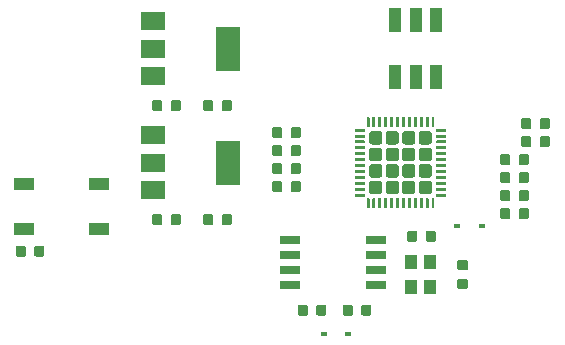
<source format=gbr>
%TF.GenerationSoftware,KiCad,Pcbnew,5.0.2*%
%TF.CreationDate,2019-02-13T10:06:58+08:00*%
%TF.ProjectId,ice40up5k-qfn48,69636534-3075-4703-956b-2d71666e3438,rev?*%
%TF.SameCoordinates,Original*%
%TF.FileFunction,Paste,Top*%
%TF.FilePolarity,Positive*%
%FSLAX46Y46*%
G04 Gerber Fmt 4.6, Leading zero omitted, Abs format (unit mm)*
G04 Created by KiCad (PCBNEW 5.0.2) date 2019年02月13日 星期三 10时06分58秒*
%MOMM*%
%LPD*%
G01*
G04 APERTURE LIST*
%ADD10C,0.350000*%
%ADD11C,0.875000*%
%ADD12R,1.700000X1.000000*%
%ADD13R,1.100000X1.300000*%
%ADD14R,0.600000X0.450000*%
%ADD15R,1.100000X2.000000*%
%ADD16C,1.130000*%
%ADD17C,0.250000*%
%ADD18R,1.700000X0.650000*%
%ADD19R,2.000000X1.500000*%
%ADD20R,2.000000X3.800000*%
G04 APERTURE END LIST*
D10*
G36*
X141184691Y-62518053D02*
X141205926Y-62521203D01*
X141226750Y-62526419D01*
X141246962Y-62533651D01*
X141266368Y-62542830D01*
X141284781Y-62553866D01*
X141302024Y-62566654D01*
X141317930Y-62581070D01*
X141332346Y-62596976D01*
X141345134Y-62614219D01*
X141356170Y-62632632D01*
X141365349Y-62652038D01*
X141372581Y-62672250D01*
X141377797Y-62693074D01*
X141380947Y-62714309D01*
X141382000Y-62735750D01*
X141382000Y-63248250D01*
X141380947Y-63269691D01*
X141377797Y-63290926D01*
X141372581Y-63311750D01*
X141365349Y-63331962D01*
X141356170Y-63351368D01*
X141345134Y-63369781D01*
X141332346Y-63387024D01*
X141317930Y-63402930D01*
X141302024Y-63417346D01*
X141284781Y-63430134D01*
X141266368Y-63441170D01*
X141246962Y-63450349D01*
X141226750Y-63457581D01*
X141205926Y-63462797D01*
X141184691Y-63465947D01*
X141163250Y-63467000D01*
X140725750Y-63467000D01*
X140704309Y-63465947D01*
X140683074Y-63462797D01*
X140662250Y-63457581D01*
X140642038Y-63450349D01*
X140622632Y-63441170D01*
X140604219Y-63430134D01*
X140586976Y-63417346D01*
X140571070Y-63402930D01*
X140556654Y-63387024D01*
X140543866Y-63369781D01*
X140532830Y-63351368D01*
X140523651Y-63331962D01*
X140516419Y-63311750D01*
X140511203Y-63290926D01*
X140508053Y-63269691D01*
X140507000Y-63248250D01*
X140507000Y-62735750D01*
X140508053Y-62714309D01*
X140511203Y-62693074D01*
X140516419Y-62672250D01*
X140523651Y-62652038D01*
X140532830Y-62632632D01*
X140543866Y-62614219D01*
X140556654Y-62596976D01*
X140571070Y-62581070D01*
X140586976Y-62566654D01*
X140604219Y-62553866D01*
X140622632Y-62542830D01*
X140642038Y-62533651D01*
X140662250Y-62526419D01*
X140683074Y-62521203D01*
X140704309Y-62518053D01*
X140725750Y-62517000D01*
X141163250Y-62517000D01*
X141184691Y-62518053D01*
X141184691Y-62518053D01*
G37*
D11*
X140944500Y-62992000D03*
D10*
G36*
X142759691Y-62518053D02*
X142780926Y-62521203D01*
X142801750Y-62526419D01*
X142821962Y-62533651D01*
X142841368Y-62542830D01*
X142859781Y-62553866D01*
X142877024Y-62566654D01*
X142892930Y-62581070D01*
X142907346Y-62596976D01*
X142920134Y-62614219D01*
X142931170Y-62632632D01*
X142940349Y-62652038D01*
X142947581Y-62672250D01*
X142952797Y-62693074D01*
X142955947Y-62714309D01*
X142957000Y-62735750D01*
X142957000Y-63248250D01*
X142955947Y-63269691D01*
X142952797Y-63290926D01*
X142947581Y-63311750D01*
X142940349Y-63331962D01*
X142931170Y-63351368D01*
X142920134Y-63369781D01*
X142907346Y-63387024D01*
X142892930Y-63402930D01*
X142877024Y-63417346D01*
X142859781Y-63430134D01*
X142841368Y-63441170D01*
X142821962Y-63450349D01*
X142801750Y-63457581D01*
X142780926Y-63462797D01*
X142759691Y-63465947D01*
X142738250Y-63467000D01*
X142300750Y-63467000D01*
X142279309Y-63465947D01*
X142258074Y-63462797D01*
X142237250Y-63457581D01*
X142217038Y-63450349D01*
X142197632Y-63441170D01*
X142179219Y-63430134D01*
X142161976Y-63417346D01*
X142146070Y-63402930D01*
X142131654Y-63387024D01*
X142118866Y-63369781D01*
X142107830Y-63351368D01*
X142098651Y-63331962D01*
X142091419Y-63311750D01*
X142086203Y-63290926D01*
X142083053Y-63269691D01*
X142082000Y-63248250D01*
X142082000Y-62735750D01*
X142083053Y-62714309D01*
X142086203Y-62693074D01*
X142091419Y-62672250D01*
X142098651Y-62652038D01*
X142107830Y-62632632D01*
X142118866Y-62614219D01*
X142131654Y-62596976D01*
X142146070Y-62581070D01*
X142161976Y-62566654D01*
X142179219Y-62553866D01*
X142197632Y-62542830D01*
X142217038Y-62533651D01*
X142237250Y-62526419D01*
X142258074Y-62521203D01*
X142279309Y-62518053D01*
X142300750Y-62517000D01*
X142738250Y-62517000D01*
X142759691Y-62518053D01*
X142759691Y-62518053D01*
G37*
D11*
X142519500Y-62992000D03*
D12*
X100228000Y-60457000D03*
X106528000Y-60457000D03*
X100228000Y-64257000D03*
X106528000Y-64257000D03*
D13*
X134606800Y-69198200D03*
X134606800Y-67098200D03*
X132956800Y-67098200D03*
X132956800Y-69198200D03*
D10*
G36*
X117613691Y-53374053D02*
X117634926Y-53377203D01*
X117655750Y-53382419D01*
X117675962Y-53389651D01*
X117695368Y-53398830D01*
X117713781Y-53409866D01*
X117731024Y-53422654D01*
X117746930Y-53437070D01*
X117761346Y-53452976D01*
X117774134Y-53470219D01*
X117785170Y-53488632D01*
X117794349Y-53508038D01*
X117801581Y-53528250D01*
X117806797Y-53549074D01*
X117809947Y-53570309D01*
X117811000Y-53591750D01*
X117811000Y-54104250D01*
X117809947Y-54125691D01*
X117806797Y-54146926D01*
X117801581Y-54167750D01*
X117794349Y-54187962D01*
X117785170Y-54207368D01*
X117774134Y-54225781D01*
X117761346Y-54243024D01*
X117746930Y-54258930D01*
X117731024Y-54273346D01*
X117713781Y-54286134D01*
X117695368Y-54297170D01*
X117675962Y-54306349D01*
X117655750Y-54313581D01*
X117634926Y-54318797D01*
X117613691Y-54321947D01*
X117592250Y-54323000D01*
X117154750Y-54323000D01*
X117133309Y-54321947D01*
X117112074Y-54318797D01*
X117091250Y-54313581D01*
X117071038Y-54306349D01*
X117051632Y-54297170D01*
X117033219Y-54286134D01*
X117015976Y-54273346D01*
X117000070Y-54258930D01*
X116985654Y-54243024D01*
X116972866Y-54225781D01*
X116961830Y-54207368D01*
X116952651Y-54187962D01*
X116945419Y-54167750D01*
X116940203Y-54146926D01*
X116937053Y-54125691D01*
X116936000Y-54104250D01*
X116936000Y-53591750D01*
X116937053Y-53570309D01*
X116940203Y-53549074D01*
X116945419Y-53528250D01*
X116952651Y-53508038D01*
X116961830Y-53488632D01*
X116972866Y-53470219D01*
X116985654Y-53452976D01*
X117000070Y-53437070D01*
X117015976Y-53422654D01*
X117033219Y-53409866D01*
X117051632Y-53398830D01*
X117071038Y-53389651D01*
X117091250Y-53382419D01*
X117112074Y-53377203D01*
X117133309Y-53374053D01*
X117154750Y-53373000D01*
X117592250Y-53373000D01*
X117613691Y-53374053D01*
X117613691Y-53374053D01*
G37*
D11*
X117373500Y-53848000D03*
D10*
G36*
X116038691Y-53374053D02*
X116059926Y-53377203D01*
X116080750Y-53382419D01*
X116100962Y-53389651D01*
X116120368Y-53398830D01*
X116138781Y-53409866D01*
X116156024Y-53422654D01*
X116171930Y-53437070D01*
X116186346Y-53452976D01*
X116199134Y-53470219D01*
X116210170Y-53488632D01*
X116219349Y-53508038D01*
X116226581Y-53528250D01*
X116231797Y-53549074D01*
X116234947Y-53570309D01*
X116236000Y-53591750D01*
X116236000Y-54104250D01*
X116234947Y-54125691D01*
X116231797Y-54146926D01*
X116226581Y-54167750D01*
X116219349Y-54187962D01*
X116210170Y-54207368D01*
X116199134Y-54225781D01*
X116186346Y-54243024D01*
X116171930Y-54258930D01*
X116156024Y-54273346D01*
X116138781Y-54286134D01*
X116120368Y-54297170D01*
X116100962Y-54306349D01*
X116080750Y-54313581D01*
X116059926Y-54318797D01*
X116038691Y-54321947D01*
X116017250Y-54323000D01*
X115579750Y-54323000D01*
X115558309Y-54321947D01*
X115537074Y-54318797D01*
X115516250Y-54313581D01*
X115496038Y-54306349D01*
X115476632Y-54297170D01*
X115458219Y-54286134D01*
X115440976Y-54273346D01*
X115425070Y-54258930D01*
X115410654Y-54243024D01*
X115397866Y-54225781D01*
X115386830Y-54207368D01*
X115377651Y-54187962D01*
X115370419Y-54167750D01*
X115365203Y-54146926D01*
X115362053Y-54125691D01*
X115361000Y-54104250D01*
X115361000Y-53591750D01*
X115362053Y-53570309D01*
X115365203Y-53549074D01*
X115370419Y-53528250D01*
X115377651Y-53508038D01*
X115386830Y-53488632D01*
X115397866Y-53470219D01*
X115410654Y-53452976D01*
X115425070Y-53437070D01*
X115440976Y-53422654D01*
X115458219Y-53409866D01*
X115476632Y-53398830D01*
X115496038Y-53389651D01*
X115516250Y-53382419D01*
X115537074Y-53377203D01*
X115558309Y-53374053D01*
X115579750Y-53373000D01*
X116017250Y-53373000D01*
X116038691Y-53374053D01*
X116038691Y-53374053D01*
G37*
D11*
X115798500Y-53848000D03*
D10*
G36*
X116038691Y-63026053D02*
X116059926Y-63029203D01*
X116080750Y-63034419D01*
X116100962Y-63041651D01*
X116120368Y-63050830D01*
X116138781Y-63061866D01*
X116156024Y-63074654D01*
X116171930Y-63089070D01*
X116186346Y-63104976D01*
X116199134Y-63122219D01*
X116210170Y-63140632D01*
X116219349Y-63160038D01*
X116226581Y-63180250D01*
X116231797Y-63201074D01*
X116234947Y-63222309D01*
X116236000Y-63243750D01*
X116236000Y-63756250D01*
X116234947Y-63777691D01*
X116231797Y-63798926D01*
X116226581Y-63819750D01*
X116219349Y-63839962D01*
X116210170Y-63859368D01*
X116199134Y-63877781D01*
X116186346Y-63895024D01*
X116171930Y-63910930D01*
X116156024Y-63925346D01*
X116138781Y-63938134D01*
X116120368Y-63949170D01*
X116100962Y-63958349D01*
X116080750Y-63965581D01*
X116059926Y-63970797D01*
X116038691Y-63973947D01*
X116017250Y-63975000D01*
X115579750Y-63975000D01*
X115558309Y-63973947D01*
X115537074Y-63970797D01*
X115516250Y-63965581D01*
X115496038Y-63958349D01*
X115476632Y-63949170D01*
X115458219Y-63938134D01*
X115440976Y-63925346D01*
X115425070Y-63910930D01*
X115410654Y-63895024D01*
X115397866Y-63877781D01*
X115386830Y-63859368D01*
X115377651Y-63839962D01*
X115370419Y-63819750D01*
X115365203Y-63798926D01*
X115362053Y-63777691D01*
X115361000Y-63756250D01*
X115361000Y-63243750D01*
X115362053Y-63222309D01*
X115365203Y-63201074D01*
X115370419Y-63180250D01*
X115377651Y-63160038D01*
X115386830Y-63140632D01*
X115397866Y-63122219D01*
X115410654Y-63104976D01*
X115425070Y-63089070D01*
X115440976Y-63074654D01*
X115458219Y-63061866D01*
X115476632Y-63050830D01*
X115496038Y-63041651D01*
X115516250Y-63034419D01*
X115537074Y-63029203D01*
X115558309Y-63026053D01*
X115579750Y-63025000D01*
X116017250Y-63025000D01*
X116038691Y-63026053D01*
X116038691Y-63026053D01*
G37*
D11*
X115798500Y-63500000D03*
D10*
G36*
X117613691Y-63026053D02*
X117634926Y-63029203D01*
X117655750Y-63034419D01*
X117675962Y-63041651D01*
X117695368Y-63050830D01*
X117713781Y-63061866D01*
X117731024Y-63074654D01*
X117746930Y-63089070D01*
X117761346Y-63104976D01*
X117774134Y-63122219D01*
X117785170Y-63140632D01*
X117794349Y-63160038D01*
X117801581Y-63180250D01*
X117806797Y-63201074D01*
X117809947Y-63222309D01*
X117811000Y-63243750D01*
X117811000Y-63756250D01*
X117809947Y-63777691D01*
X117806797Y-63798926D01*
X117801581Y-63819750D01*
X117794349Y-63839962D01*
X117785170Y-63859368D01*
X117774134Y-63877781D01*
X117761346Y-63895024D01*
X117746930Y-63910930D01*
X117731024Y-63925346D01*
X117713781Y-63938134D01*
X117695368Y-63949170D01*
X117675962Y-63958349D01*
X117655750Y-63965581D01*
X117634926Y-63970797D01*
X117613691Y-63973947D01*
X117592250Y-63975000D01*
X117154750Y-63975000D01*
X117133309Y-63973947D01*
X117112074Y-63970797D01*
X117091250Y-63965581D01*
X117071038Y-63958349D01*
X117051632Y-63949170D01*
X117033219Y-63938134D01*
X117015976Y-63925346D01*
X117000070Y-63910930D01*
X116985654Y-63895024D01*
X116972866Y-63877781D01*
X116961830Y-63859368D01*
X116952651Y-63839962D01*
X116945419Y-63819750D01*
X116940203Y-63798926D01*
X116937053Y-63777691D01*
X116936000Y-63756250D01*
X116936000Y-63243750D01*
X116937053Y-63222309D01*
X116940203Y-63201074D01*
X116945419Y-63180250D01*
X116952651Y-63160038D01*
X116961830Y-63140632D01*
X116972866Y-63122219D01*
X116985654Y-63104976D01*
X117000070Y-63089070D01*
X117015976Y-63074654D01*
X117033219Y-63061866D01*
X117051632Y-63050830D01*
X117071038Y-63041651D01*
X117091250Y-63034419D01*
X117112074Y-63029203D01*
X117133309Y-63026053D01*
X117154750Y-63025000D01*
X117592250Y-63025000D01*
X117613691Y-63026053D01*
X117613691Y-63026053D01*
G37*
D11*
X117373500Y-63500000D03*
D10*
G36*
X142962691Y-54898053D02*
X142983926Y-54901203D01*
X143004750Y-54906419D01*
X143024962Y-54913651D01*
X143044368Y-54922830D01*
X143062781Y-54933866D01*
X143080024Y-54946654D01*
X143095930Y-54961070D01*
X143110346Y-54976976D01*
X143123134Y-54994219D01*
X143134170Y-55012632D01*
X143143349Y-55032038D01*
X143150581Y-55052250D01*
X143155797Y-55073074D01*
X143158947Y-55094309D01*
X143160000Y-55115750D01*
X143160000Y-55628250D01*
X143158947Y-55649691D01*
X143155797Y-55670926D01*
X143150581Y-55691750D01*
X143143349Y-55711962D01*
X143134170Y-55731368D01*
X143123134Y-55749781D01*
X143110346Y-55767024D01*
X143095930Y-55782930D01*
X143080024Y-55797346D01*
X143062781Y-55810134D01*
X143044368Y-55821170D01*
X143024962Y-55830349D01*
X143004750Y-55837581D01*
X142983926Y-55842797D01*
X142962691Y-55845947D01*
X142941250Y-55847000D01*
X142503750Y-55847000D01*
X142482309Y-55845947D01*
X142461074Y-55842797D01*
X142440250Y-55837581D01*
X142420038Y-55830349D01*
X142400632Y-55821170D01*
X142382219Y-55810134D01*
X142364976Y-55797346D01*
X142349070Y-55782930D01*
X142334654Y-55767024D01*
X142321866Y-55749781D01*
X142310830Y-55731368D01*
X142301651Y-55711962D01*
X142294419Y-55691750D01*
X142289203Y-55670926D01*
X142286053Y-55649691D01*
X142285000Y-55628250D01*
X142285000Y-55115750D01*
X142286053Y-55094309D01*
X142289203Y-55073074D01*
X142294419Y-55052250D01*
X142301651Y-55032038D01*
X142310830Y-55012632D01*
X142321866Y-54994219D01*
X142334654Y-54976976D01*
X142349070Y-54961070D01*
X142364976Y-54946654D01*
X142382219Y-54933866D01*
X142400632Y-54922830D01*
X142420038Y-54913651D01*
X142440250Y-54906419D01*
X142461074Y-54901203D01*
X142482309Y-54898053D01*
X142503750Y-54897000D01*
X142941250Y-54897000D01*
X142962691Y-54898053D01*
X142962691Y-54898053D01*
G37*
D11*
X142722500Y-55372000D03*
D10*
G36*
X144537691Y-54898053D02*
X144558926Y-54901203D01*
X144579750Y-54906419D01*
X144599962Y-54913651D01*
X144619368Y-54922830D01*
X144637781Y-54933866D01*
X144655024Y-54946654D01*
X144670930Y-54961070D01*
X144685346Y-54976976D01*
X144698134Y-54994219D01*
X144709170Y-55012632D01*
X144718349Y-55032038D01*
X144725581Y-55052250D01*
X144730797Y-55073074D01*
X144733947Y-55094309D01*
X144735000Y-55115750D01*
X144735000Y-55628250D01*
X144733947Y-55649691D01*
X144730797Y-55670926D01*
X144725581Y-55691750D01*
X144718349Y-55711962D01*
X144709170Y-55731368D01*
X144698134Y-55749781D01*
X144685346Y-55767024D01*
X144670930Y-55782930D01*
X144655024Y-55797346D01*
X144637781Y-55810134D01*
X144619368Y-55821170D01*
X144599962Y-55830349D01*
X144579750Y-55837581D01*
X144558926Y-55842797D01*
X144537691Y-55845947D01*
X144516250Y-55847000D01*
X144078750Y-55847000D01*
X144057309Y-55845947D01*
X144036074Y-55842797D01*
X144015250Y-55837581D01*
X143995038Y-55830349D01*
X143975632Y-55821170D01*
X143957219Y-55810134D01*
X143939976Y-55797346D01*
X143924070Y-55782930D01*
X143909654Y-55767024D01*
X143896866Y-55749781D01*
X143885830Y-55731368D01*
X143876651Y-55711962D01*
X143869419Y-55691750D01*
X143864203Y-55670926D01*
X143861053Y-55649691D01*
X143860000Y-55628250D01*
X143860000Y-55115750D01*
X143861053Y-55094309D01*
X143864203Y-55073074D01*
X143869419Y-55052250D01*
X143876651Y-55032038D01*
X143885830Y-55012632D01*
X143896866Y-54994219D01*
X143909654Y-54976976D01*
X143924070Y-54961070D01*
X143939976Y-54946654D01*
X143957219Y-54933866D01*
X143975632Y-54922830D01*
X143995038Y-54913651D01*
X144015250Y-54906419D01*
X144036074Y-54901203D01*
X144057309Y-54898053D01*
X144078750Y-54897000D01*
X144516250Y-54897000D01*
X144537691Y-54898053D01*
X144537691Y-54898053D01*
G37*
D11*
X144297500Y-55372000D03*
D10*
G36*
X113295691Y-63026053D02*
X113316926Y-63029203D01*
X113337750Y-63034419D01*
X113357962Y-63041651D01*
X113377368Y-63050830D01*
X113395781Y-63061866D01*
X113413024Y-63074654D01*
X113428930Y-63089070D01*
X113443346Y-63104976D01*
X113456134Y-63122219D01*
X113467170Y-63140632D01*
X113476349Y-63160038D01*
X113483581Y-63180250D01*
X113488797Y-63201074D01*
X113491947Y-63222309D01*
X113493000Y-63243750D01*
X113493000Y-63756250D01*
X113491947Y-63777691D01*
X113488797Y-63798926D01*
X113483581Y-63819750D01*
X113476349Y-63839962D01*
X113467170Y-63859368D01*
X113456134Y-63877781D01*
X113443346Y-63895024D01*
X113428930Y-63910930D01*
X113413024Y-63925346D01*
X113395781Y-63938134D01*
X113377368Y-63949170D01*
X113357962Y-63958349D01*
X113337750Y-63965581D01*
X113316926Y-63970797D01*
X113295691Y-63973947D01*
X113274250Y-63975000D01*
X112836750Y-63975000D01*
X112815309Y-63973947D01*
X112794074Y-63970797D01*
X112773250Y-63965581D01*
X112753038Y-63958349D01*
X112733632Y-63949170D01*
X112715219Y-63938134D01*
X112697976Y-63925346D01*
X112682070Y-63910930D01*
X112667654Y-63895024D01*
X112654866Y-63877781D01*
X112643830Y-63859368D01*
X112634651Y-63839962D01*
X112627419Y-63819750D01*
X112622203Y-63798926D01*
X112619053Y-63777691D01*
X112618000Y-63756250D01*
X112618000Y-63243750D01*
X112619053Y-63222309D01*
X112622203Y-63201074D01*
X112627419Y-63180250D01*
X112634651Y-63160038D01*
X112643830Y-63140632D01*
X112654866Y-63122219D01*
X112667654Y-63104976D01*
X112682070Y-63089070D01*
X112697976Y-63074654D01*
X112715219Y-63061866D01*
X112733632Y-63050830D01*
X112753038Y-63041651D01*
X112773250Y-63034419D01*
X112794074Y-63029203D01*
X112815309Y-63026053D01*
X112836750Y-63025000D01*
X113274250Y-63025000D01*
X113295691Y-63026053D01*
X113295691Y-63026053D01*
G37*
D11*
X113055500Y-63500000D03*
D10*
G36*
X111720691Y-63026053D02*
X111741926Y-63029203D01*
X111762750Y-63034419D01*
X111782962Y-63041651D01*
X111802368Y-63050830D01*
X111820781Y-63061866D01*
X111838024Y-63074654D01*
X111853930Y-63089070D01*
X111868346Y-63104976D01*
X111881134Y-63122219D01*
X111892170Y-63140632D01*
X111901349Y-63160038D01*
X111908581Y-63180250D01*
X111913797Y-63201074D01*
X111916947Y-63222309D01*
X111918000Y-63243750D01*
X111918000Y-63756250D01*
X111916947Y-63777691D01*
X111913797Y-63798926D01*
X111908581Y-63819750D01*
X111901349Y-63839962D01*
X111892170Y-63859368D01*
X111881134Y-63877781D01*
X111868346Y-63895024D01*
X111853930Y-63910930D01*
X111838024Y-63925346D01*
X111820781Y-63938134D01*
X111802368Y-63949170D01*
X111782962Y-63958349D01*
X111762750Y-63965581D01*
X111741926Y-63970797D01*
X111720691Y-63973947D01*
X111699250Y-63975000D01*
X111261750Y-63975000D01*
X111240309Y-63973947D01*
X111219074Y-63970797D01*
X111198250Y-63965581D01*
X111178038Y-63958349D01*
X111158632Y-63949170D01*
X111140219Y-63938134D01*
X111122976Y-63925346D01*
X111107070Y-63910930D01*
X111092654Y-63895024D01*
X111079866Y-63877781D01*
X111068830Y-63859368D01*
X111059651Y-63839962D01*
X111052419Y-63819750D01*
X111047203Y-63798926D01*
X111044053Y-63777691D01*
X111043000Y-63756250D01*
X111043000Y-63243750D01*
X111044053Y-63222309D01*
X111047203Y-63201074D01*
X111052419Y-63180250D01*
X111059651Y-63160038D01*
X111068830Y-63140632D01*
X111079866Y-63122219D01*
X111092654Y-63104976D01*
X111107070Y-63089070D01*
X111122976Y-63074654D01*
X111140219Y-63061866D01*
X111158632Y-63050830D01*
X111178038Y-63041651D01*
X111198250Y-63034419D01*
X111219074Y-63029203D01*
X111240309Y-63026053D01*
X111261750Y-63025000D01*
X111699250Y-63025000D01*
X111720691Y-63026053D01*
X111720691Y-63026053D01*
G37*
D11*
X111480500Y-63500000D03*
D10*
G36*
X144537691Y-56422053D02*
X144558926Y-56425203D01*
X144579750Y-56430419D01*
X144599962Y-56437651D01*
X144619368Y-56446830D01*
X144637781Y-56457866D01*
X144655024Y-56470654D01*
X144670930Y-56485070D01*
X144685346Y-56500976D01*
X144698134Y-56518219D01*
X144709170Y-56536632D01*
X144718349Y-56556038D01*
X144725581Y-56576250D01*
X144730797Y-56597074D01*
X144733947Y-56618309D01*
X144735000Y-56639750D01*
X144735000Y-57152250D01*
X144733947Y-57173691D01*
X144730797Y-57194926D01*
X144725581Y-57215750D01*
X144718349Y-57235962D01*
X144709170Y-57255368D01*
X144698134Y-57273781D01*
X144685346Y-57291024D01*
X144670930Y-57306930D01*
X144655024Y-57321346D01*
X144637781Y-57334134D01*
X144619368Y-57345170D01*
X144599962Y-57354349D01*
X144579750Y-57361581D01*
X144558926Y-57366797D01*
X144537691Y-57369947D01*
X144516250Y-57371000D01*
X144078750Y-57371000D01*
X144057309Y-57369947D01*
X144036074Y-57366797D01*
X144015250Y-57361581D01*
X143995038Y-57354349D01*
X143975632Y-57345170D01*
X143957219Y-57334134D01*
X143939976Y-57321346D01*
X143924070Y-57306930D01*
X143909654Y-57291024D01*
X143896866Y-57273781D01*
X143885830Y-57255368D01*
X143876651Y-57235962D01*
X143869419Y-57215750D01*
X143864203Y-57194926D01*
X143861053Y-57173691D01*
X143860000Y-57152250D01*
X143860000Y-56639750D01*
X143861053Y-56618309D01*
X143864203Y-56597074D01*
X143869419Y-56576250D01*
X143876651Y-56556038D01*
X143885830Y-56536632D01*
X143896866Y-56518219D01*
X143909654Y-56500976D01*
X143924070Y-56485070D01*
X143939976Y-56470654D01*
X143957219Y-56457866D01*
X143975632Y-56446830D01*
X143995038Y-56437651D01*
X144015250Y-56430419D01*
X144036074Y-56425203D01*
X144057309Y-56422053D01*
X144078750Y-56421000D01*
X144516250Y-56421000D01*
X144537691Y-56422053D01*
X144537691Y-56422053D01*
G37*
D11*
X144297500Y-56896000D03*
D10*
G36*
X142962691Y-56422053D02*
X142983926Y-56425203D01*
X143004750Y-56430419D01*
X143024962Y-56437651D01*
X143044368Y-56446830D01*
X143062781Y-56457866D01*
X143080024Y-56470654D01*
X143095930Y-56485070D01*
X143110346Y-56500976D01*
X143123134Y-56518219D01*
X143134170Y-56536632D01*
X143143349Y-56556038D01*
X143150581Y-56576250D01*
X143155797Y-56597074D01*
X143158947Y-56618309D01*
X143160000Y-56639750D01*
X143160000Y-57152250D01*
X143158947Y-57173691D01*
X143155797Y-57194926D01*
X143150581Y-57215750D01*
X143143349Y-57235962D01*
X143134170Y-57255368D01*
X143123134Y-57273781D01*
X143110346Y-57291024D01*
X143095930Y-57306930D01*
X143080024Y-57321346D01*
X143062781Y-57334134D01*
X143044368Y-57345170D01*
X143024962Y-57354349D01*
X143004750Y-57361581D01*
X142983926Y-57366797D01*
X142962691Y-57369947D01*
X142941250Y-57371000D01*
X142503750Y-57371000D01*
X142482309Y-57369947D01*
X142461074Y-57366797D01*
X142440250Y-57361581D01*
X142420038Y-57354349D01*
X142400632Y-57345170D01*
X142382219Y-57334134D01*
X142364976Y-57321346D01*
X142349070Y-57306930D01*
X142334654Y-57291024D01*
X142321866Y-57273781D01*
X142310830Y-57255368D01*
X142301651Y-57235962D01*
X142294419Y-57215750D01*
X142289203Y-57194926D01*
X142286053Y-57173691D01*
X142285000Y-57152250D01*
X142285000Y-56639750D01*
X142286053Y-56618309D01*
X142289203Y-56597074D01*
X142294419Y-56576250D01*
X142301651Y-56556038D01*
X142310830Y-56536632D01*
X142321866Y-56518219D01*
X142334654Y-56500976D01*
X142349070Y-56485070D01*
X142364976Y-56470654D01*
X142382219Y-56457866D01*
X142400632Y-56446830D01*
X142420038Y-56437651D01*
X142440250Y-56430419D01*
X142461074Y-56425203D01*
X142482309Y-56422053D01*
X142503750Y-56421000D01*
X142941250Y-56421000D01*
X142962691Y-56422053D01*
X142962691Y-56422053D01*
G37*
D11*
X142722500Y-56896000D03*
D10*
G36*
X141184691Y-59470053D02*
X141205926Y-59473203D01*
X141226750Y-59478419D01*
X141246962Y-59485651D01*
X141266368Y-59494830D01*
X141284781Y-59505866D01*
X141302024Y-59518654D01*
X141317930Y-59533070D01*
X141332346Y-59548976D01*
X141345134Y-59566219D01*
X141356170Y-59584632D01*
X141365349Y-59604038D01*
X141372581Y-59624250D01*
X141377797Y-59645074D01*
X141380947Y-59666309D01*
X141382000Y-59687750D01*
X141382000Y-60200250D01*
X141380947Y-60221691D01*
X141377797Y-60242926D01*
X141372581Y-60263750D01*
X141365349Y-60283962D01*
X141356170Y-60303368D01*
X141345134Y-60321781D01*
X141332346Y-60339024D01*
X141317930Y-60354930D01*
X141302024Y-60369346D01*
X141284781Y-60382134D01*
X141266368Y-60393170D01*
X141246962Y-60402349D01*
X141226750Y-60409581D01*
X141205926Y-60414797D01*
X141184691Y-60417947D01*
X141163250Y-60419000D01*
X140725750Y-60419000D01*
X140704309Y-60417947D01*
X140683074Y-60414797D01*
X140662250Y-60409581D01*
X140642038Y-60402349D01*
X140622632Y-60393170D01*
X140604219Y-60382134D01*
X140586976Y-60369346D01*
X140571070Y-60354930D01*
X140556654Y-60339024D01*
X140543866Y-60321781D01*
X140532830Y-60303368D01*
X140523651Y-60283962D01*
X140516419Y-60263750D01*
X140511203Y-60242926D01*
X140508053Y-60221691D01*
X140507000Y-60200250D01*
X140507000Y-59687750D01*
X140508053Y-59666309D01*
X140511203Y-59645074D01*
X140516419Y-59624250D01*
X140523651Y-59604038D01*
X140532830Y-59584632D01*
X140543866Y-59566219D01*
X140556654Y-59548976D01*
X140571070Y-59533070D01*
X140586976Y-59518654D01*
X140604219Y-59505866D01*
X140622632Y-59494830D01*
X140642038Y-59485651D01*
X140662250Y-59478419D01*
X140683074Y-59473203D01*
X140704309Y-59470053D01*
X140725750Y-59469000D01*
X141163250Y-59469000D01*
X141184691Y-59470053D01*
X141184691Y-59470053D01*
G37*
D11*
X140944500Y-59944000D03*
D10*
G36*
X142759691Y-59470053D02*
X142780926Y-59473203D01*
X142801750Y-59478419D01*
X142821962Y-59485651D01*
X142841368Y-59494830D01*
X142859781Y-59505866D01*
X142877024Y-59518654D01*
X142892930Y-59533070D01*
X142907346Y-59548976D01*
X142920134Y-59566219D01*
X142931170Y-59584632D01*
X142940349Y-59604038D01*
X142947581Y-59624250D01*
X142952797Y-59645074D01*
X142955947Y-59666309D01*
X142957000Y-59687750D01*
X142957000Y-60200250D01*
X142955947Y-60221691D01*
X142952797Y-60242926D01*
X142947581Y-60263750D01*
X142940349Y-60283962D01*
X142931170Y-60303368D01*
X142920134Y-60321781D01*
X142907346Y-60339024D01*
X142892930Y-60354930D01*
X142877024Y-60369346D01*
X142859781Y-60382134D01*
X142841368Y-60393170D01*
X142821962Y-60402349D01*
X142801750Y-60409581D01*
X142780926Y-60414797D01*
X142759691Y-60417947D01*
X142738250Y-60419000D01*
X142300750Y-60419000D01*
X142279309Y-60417947D01*
X142258074Y-60414797D01*
X142237250Y-60409581D01*
X142217038Y-60402349D01*
X142197632Y-60393170D01*
X142179219Y-60382134D01*
X142161976Y-60369346D01*
X142146070Y-60354930D01*
X142131654Y-60339024D01*
X142118866Y-60321781D01*
X142107830Y-60303368D01*
X142098651Y-60283962D01*
X142091419Y-60263750D01*
X142086203Y-60242926D01*
X142083053Y-60221691D01*
X142082000Y-60200250D01*
X142082000Y-59687750D01*
X142083053Y-59666309D01*
X142086203Y-59645074D01*
X142091419Y-59624250D01*
X142098651Y-59604038D01*
X142107830Y-59584632D01*
X142118866Y-59566219D01*
X142131654Y-59548976D01*
X142146070Y-59533070D01*
X142161976Y-59518654D01*
X142179219Y-59505866D01*
X142197632Y-59494830D01*
X142217038Y-59485651D01*
X142237250Y-59478419D01*
X142258074Y-59473203D01*
X142279309Y-59470053D01*
X142300750Y-59469000D01*
X142738250Y-59469000D01*
X142759691Y-59470053D01*
X142759691Y-59470053D01*
G37*
D11*
X142519500Y-59944000D03*
D10*
G36*
X142759691Y-60994053D02*
X142780926Y-60997203D01*
X142801750Y-61002419D01*
X142821962Y-61009651D01*
X142841368Y-61018830D01*
X142859781Y-61029866D01*
X142877024Y-61042654D01*
X142892930Y-61057070D01*
X142907346Y-61072976D01*
X142920134Y-61090219D01*
X142931170Y-61108632D01*
X142940349Y-61128038D01*
X142947581Y-61148250D01*
X142952797Y-61169074D01*
X142955947Y-61190309D01*
X142957000Y-61211750D01*
X142957000Y-61724250D01*
X142955947Y-61745691D01*
X142952797Y-61766926D01*
X142947581Y-61787750D01*
X142940349Y-61807962D01*
X142931170Y-61827368D01*
X142920134Y-61845781D01*
X142907346Y-61863024D01*
X142892930Y-61878930D01*
X142877024Y-61893346D01*
X142859781Y-61906134D01*
X142841368Y-61917170D01*
X142821962Y-61926349D01*
X142801750Y-61933581D01*
X142780926Y-61938797D01*
X142759691Y-61941947D01*
X142738250Y-61943000D01*
X142300750Y-61943000D01*
X142279309Y-61941947D01*
X142258074Y-61938797D01*
X142237250Y-61933581D01*
X142217038Y-61926349D01*
X142197632Y-61917170D01*
X142179219Y-61906134D01*
X142161976Y-61893346D01*
X142146070Y-61878930D01*
X142131654Y-61863024D01*
X142118866Y-61845781D01*
X142107830Y-61827368D01*
X142098651Y-61807962D01*
X142091419Y-61787750D01*
X142086203Y-61766926D01*
X142083053Y-61745691D01*
X142082000Y-61724250D01*
X142082000Y-61211750D01*
X142083053Y-61190309D01*
X142086203Y-61169074D01*
X142091419Y-61148250D01*
X142098651Y-61128038D01*
X142107830Y-61108632D01*
X142118866Y-61090219D01*
X142131654Y-61072976D01*
X142146070Y-61057070D01*
X142161976Y-61042654D01*
X142179219Y-61029866D01*
X142197632Y-61018830D01*
X142217038Y-61009651D01*
X142237250Y-61002419D01*
X142258074Y-60997203D01*
X142279309Y-60994053D01*
X142300750Y-60993000D01*
X142738250Y-60993000D01*
X142759691Y-60994053D01*
X142759691Y-60994053D01*
G37*
D11*
X142519500Y-61468000D03*
D10*
G36*
X141184691Y-60994053D02*
X141205926Y-60997203D01*
X141226750Y-61002419D01*
X141246962Y-61009651D01*
X141266368Y-61018830D01*
X141284781Y-61029866D01*
X141302024Y-61042654D01*
X141317930Y-61057070D01*
X141332346Y-61072976D01*
X141345134Y-61090219D01*
X141356170Y-61108632D01*
X141365349Y-61128038D01*
X141372581Y-61148250D01*
X141377797Y-61169074D01*
X141380947Y-61190309D01*
X141382000Y-61211750D01*
X141382000Y-61724250D01*
X141380947Y-61745691D01*
X141377797Y-61766926D01*
X141372581Y-61787750D01*
X141365349Y-61807962D01*
X141356170Y-61827368D01*
X141345134Y-61845781D01*
X141332346Y-61863024D01*
X141317930Y-61878930D01*
X141302024Y-61893346D01*
X141284781Y-61906134D01*
X141266368Y-61917170D01*
X141246962Y-61926349D01*
X141226750Y-61933581D01*
X141205926Y-61938797D01*
X141184691Y-61941947D01*
X141163250Y-61943000D01*
X140725750Y-61943000D01*
X140704309Y-61941947D01*
X140683074Y-61938797D01*
X140662250Y-61933581D01*
X140642038Y-61926349D01*
X140622632Y-61917170D01*
X140604219Y-61906134D01*
X140586976Y-61893346D01*
X140571070Y-61878930D01*
X140556654Y-61863024D01*
X140543866Y-61845781D01*
X140532830Y-61827368D01*
X140523651Y-61807962D01*
X140516419Y-61787750D01*
X140511203Y-61766926D01*
X140508053Y-61745691D01*
X140507000Y-61724250D01*
X140507000Y-61211750D01*
X140508053Y-61190309D01*
X140511203Y-61169074D01*
X140516419Y-61148250D01*
X140523651Y-61128038D01*
X140532830Y-61108632D01*
X140543866Y-61090219D01*
X140556654Y-61072976D01*
X140571070Y-61057070D01*
X140586976Y-61042654D01*
X140604219Y-61029866D01*
X140622632Y-61018830D01*
X140642038Y-61009651D01*
X140662250Y-61002419D01*
X140683074Y-60997203D01*
X140704309Y-60994053D01*
X140725750Y-60993000D01*
X141163250Y-60993000D01*
X141184691Y-60994053D01*
X141184691Y-60994053D01*
G37*
D11*
X140944500Y-61468000D03*
D10*
G36*
X123455691Y-57184053D02*
X123476926Y-57187203D01*
X123497750Y-57192419D01*
X123517962Y-57199651D01*
X123537368Y-57208830D01*
X123555781Y-57219866D01*
X123573024Y-57232654D01*
X123588930Y-57247070D01*
X123603346Y-57262976D01*
X123616134Y-57280219D01*
X123627170Y-57298632D01*
X123636349Y-57318038D01*
X123643581Y-57338250D01*
X123648797Y-57359074D01*
X123651947Y-57380309D01*
X123653000Y-57401750D01*
X123653000Y-57914250D01*
X123651947Y-57935691D01*
X123648797Y-57956926D01*
X123643581Y-57977750D01*
X123636349Y-57997962D01*
X123627170Y-58017368D01*
X123616134Y-58035781D01*
X123603346Y-58053024D01*
X123588930Y-58068930D01*
X123573024Y-58083346D01*
X123555781Y-58096134D01*
X123537368Y-58107170D01*
X123517962Y-58116349D01*
X123497750Y-58123581D01*
X123476926Y-58128797D01*
X123455691Y-58131947D01*
X123434250Y-58133000D01*
X122996750Y-58133000D01*
X122975309Y-58131947D01*
X122954074Y-58128797D01*
X122933250Y-58123581D01*
X122913038Y-58116349D01*
X122893632Y-58107170D01*
X122875219Y-58096134D01*
X122857976Y-58083346D01*
X122842070Y-58068930D01*
X122827654Y-58053024D01*
X122814866Y-58035781D01*
X122803830Y-58017368D01*
X122794651Y-57997962D01*
X122787419Y-57977750D01*
X122782203Y-57956926D01*
X122779053Y-57935691D01*
X122778000Y-57914250D01*
X122778000Y-57401750D01*
X122779053Y-57380309D01*
X122782203Y-57359074D01*
X122787419Y-57338250D01*
X122794651Y-57318038D01*
X122803830Y-57298632D01*
X122814866Y-57280219D01*
X122827654Y-57262976D01*
X122842070Y-57247070D01*
X122857976Y-57232654D01*
X122875219Y-57219866D01*
X122893632Y-57208830D01*
X122913038Y-57199651D01*
X122933250Y-57192419D01*
X122954074Y-57187203D01*
X122975309Y-57184053D01*
X122996750Y-57183000D01*
X123434250Y-57183000D01*
X123455691Y-57184053D01*
X123455691Y-57184053D01*
G37*
D11*
X123215500Y-57658000D03*
D10*
G36*
X121880691Y-57184053D02*
X121901926Y-57187203D01*
X121922750Y-57192419D01*
X121942962Y-57199651D01*
X121962368Y-57208830D01*
X121980781Y-57219866D01*
X121998024Y-57232654D01*
X122013930Y-57247070D01*
X122028346Y-57262976D01*
X122041134Y-57280219D01*
X122052170Y-57298632D01*
X122061349Y-57318038D01*
X122068581Y-57338250D01*
X122073797Y-57359074D01*
X122076947Y-57380309D01*
X122078000Y-57401750D01*
X122078000Y-57914250D01*
X122076947Y-57935691D01*
X122073797Y-57956926D01*
X122068581Y-57977750D01*
X122061349Y-57997962D01*
X122052170Y-58017368D01*
X122041134Y-58035781D01*
X122028346Y-58053024D01*
X122013930Y-58068930D01*
X121998024Y-58083346D01*
X121980781Y-58096134D01*
X121962368Y-58107170D01*
X121942962Y-58116349D01*
X121922750Y-58123581D01*
X121901926Y-58128797D01*
X121880691Y-58131947D01*
X121859250Y-58133000D01*
X121421750Y-58133000D01*
X121400309Y-58131947D01*
X121379074Y-58128797D01*
X121358250Y-58123581D01*
X121338038Y-58116349D01*
X121318632Y-58107170D01*
X121300219Y-58096134D01*
X121282976Y-58083346D01*
X121267070Y-58068930D01*
X121252654Y-58053024D01*
X121239866Y-58035781D01*
X121228830Y-58017368D01*
X121219651Y-57997962D01*
X121212419Y-57977750D01*
X121207203Y-57956926D01*
X121204053Y-57935691D01*
X121203000Y-57914250D01*
X121203000Y-57401750D01*
X121204053Y-57380309D01*
X121207203Y-57359074D01*
X121212419Y-57338250D01*
X121219651Y-57318038D01*
X121228830Y-57298632D01*
X121239866Y-57280219D01*
X121252654Y-57262976D01*
X121267070Y-57247070D01*
X121282976Y-57232654D01*
X121300219Y-57219866D01*
X121318632Y-57208830D01*
X121338038Y-57199651D01*
X121358250Y-57192419D01*
X121379074Y-57187203D01*
X121400309Y-57184053D01*
X121421750Y-57183000D01*
X121859250Y-57183000D01*
X121880691Y-57184053D01*
X121880691Y-57184053D01*
G37*
D11*
X121640500Y-57658000D03*
D10*
G36*
X137615491Y-68499253D02*
X137636726Y-68502403D01*
X137657550Y-68507619D01*
X137677762Y-68514851D01*
X137697168Y-68524030D01*
X137715581Y-68535066D01*
X137732824Y-68547854D01*
X137748730Y-68562270D01*
X137763146Y-68578176D01*
X137775934Y-68595419D01*
X137786970Y-68613832D01*
X137796149Y-68633238D01*
X137803381Y-68653450D01*
X137808597Y-68674274D01*
X137811747Y-68695509D01*
X137812800Y-68716950D01*
X137812800Y-69154450D01*
X137811747Y-69175891D01*
X137808597Y-69197126D01*
X137803381Y-69217950D01*
X137796149Y-69238162D01*
X137786970Y-69257568D01*
X137775934Y-69275981D01*
X137763146Y-69293224D01*
X137748730Y-69309130D01*
X137732824Y-69323546D01*
X137715581Y-69336334D01*
X137697168Y-69347370D01*
X137677762Y-69356549D01*
X137657550Y-69363781D01*
X137636726Y-69368997D01*
X137615491Y-69372147D01*
X137594050Y-69373200D01*
X137081550Y-69373200D01*
X137060109Y-69372147D01*
X137038874Y-69368997D01*
X137018050Y-69363781D01*
X136997838Y-69356549D01*
X136978432Y-69347370D01*
X136960019Y-69336334D01*
X136942776Y-69323546D01*
X136926870Y-69309130D01*
X136912454Y-69293224D01*
X136899666Y-69275981D01*
X136888630Y-69257568D01*
X136879451Y-69238162D01*
X136872219Y-69217950D01*
X136867003Y-69197126D01*
X136863853Y-69175891D01*
X136862800Y-69154450D01*
X136862800Y-68716950D01*
X136863853Y-68695509D01*
X136867003Y-68674274D01*
X136872219Y-68653450D01*
X136879451Y-68633238D01*
X136888630Y-68613832D01*
X136899666Y-68595419D01*
X136912454Y-68578176D01*
X136926870Y-68562270D01*
X136942776Y-68547854D01*
X136960019Y-68535066D01*
X136978432Y-68524030D01*
X136997838Y-68514851D01*
X137018050Y-68507619D01*
X137038874Y-68502403D01*
X137060109Y-68499253D01*
X137081550Y-68498200D01*
X137594050Y-68498200D01*
X137615491Y-68499253D01*
X137615491Y-68499253D01*
G37*
D11*
X137337800Y-68935700D03*
D10*
G36*
X137615491Y-66924253D02*
X137636726Y-66927403D01*
X137657550Y-66932619D01*
X137677762Y-66939851D01*
X137697168Y-66949030D01*
X137715581Y-66960066D01*
X137732824Y-66972854D01*
X137748730Y-66987270D01*
X137763146Y-67003176D01*
X137775934Y-67020419D01*
X137786970Y-67038832D01*
X137796149Y-67058238D01*
X137803381Y-67078450D01*
X137808597Y-67099274D01*
X137811747Y-67120509D01*
X137812800Y-67141950D01*
X137812800Y-67579450D01*
X137811747Y-67600891D01*
X137808597Y-67622126D01*
X137803381Y-67642950D01*
X137796149Y-67663162D01*
X137786970Y-67682568D01*
X137775934Y-67700981D01*
X137763146Y-67718224D01*
X137748730Y-67734130D01*
X137732824Y-67748546D01*
X137715581Y-67761334D01*
X137697168Y-67772370D01*
X137677762Y-67781549D01*
X137657550Y-67788781D01*
X137636726Y-67793997D01*
X137615491Y-67797147D01*
X137594050Y-67798200D01*
X137081550Y-67798200D01*
X137060109Y-67797147D01*
X137038874Y-67793997D01*
X137018050Y-67788781D01*
X136997838Y-67781549D01*
X136978432Y-67772370D01*
X136960019Y-67761334D01*
X136942776Y-67748546D01*
X136926870Y-67734130D01*
X136912454Y-67718224D01*
X136899666Y-67700981D01*
X136888630Y-67682568D01*
X136879451Y-67663162D01*
X136872219Y-67642950D01*
X136867003Y-67622126D01*
X136863853Y-67600891D01*
X136862800Y-67579450D01*
X136862800Y-67141950D01*
X136863853Y-67120509D01*
X136867003Y-67099274D01*
X136872219Y-67078450D01*
X136879451Y-67058238D01*
X136888630Y-67038832D01*
X136899666Y-67020419D01*
X136912454Y-67003176D01*
X136926870Y-66987270D01*
X136942776Y-66972854D01*
X136960019Y-66960066D01*
X136978432Y-66949030D01*
X136997838Y-66939851D01*
X137018050Y-66932619D01*
X137038874Y-66927403D01*
X137060109Y-66924253D01*
X137081550Y-66923200D01*
X137594050Y-66923200D01*
X137615491Y-66924253D01*
X137615491Y-66924253D01*
G37*
D11*
X137337800Y-67360700D03*
D10*
G36*
X129424691Y-70687709D02*
X129445926Y-70690859D01*
X129466750Y-70696075D01*
X129486962Y-70703307D01*
X129506368Y-70712486D01*
X129524781Y-70723522D01*
X129542024Y-70736310D01*
X129557930Y-70750726D01*
X129572346Y-70766632D01*
X129585134Y-70783875D01*
X129596170Y-70802288D01*
X129605349Y-70821694D01*
X129612581Y-70841906D01*
X129617797Y-70862730D01*
X129620947Y-70883965D01*
X129622000Y-70905406D01*
X129622000Y-71417906D01*
X129620947Y-71439347D01*
X129617797Y-71460582D01*
X129612581Y-71481406D01*
X129605349Y-71501618D01*
X129596170Y-71521024D01*
X129585134Y-71539437D01*
X129572346Y-71556680D01*
X129557930Y-71572586D01*
X129542024Y-71587002D01*
X129524781Y-71599790D01*
X129506368Y-71610826D01*
X129486962Y-71620005D01*
X129466750Y-71627237D01*
X129445926Y-71632453D01*
X129424691Y-71635603D01*
X129403250Y-71636656D01*
X128965750Y-71636656D01*
X128944309Y-71635603D01*
X128923074Y-71632453D01*
X128902250Y-71627237D01*
X128882038Y-71620005D01*
X128862632Y-71610826D01*
X128844219Y-71599790D01*
X128826976Y-71587002D01*
X128811070Y-71572586D01*
X128796654Y-71556680D01*
X128783866Y-71539437D01*
X128772830Y-71521024D01*
X128763651Y-71501618D01*
X128756419Y-71481406D01*
X128751203Y-71460582D01*
X128748053Y-71439347D01*
X128747000Y-71417906D01*
X128747000Y-70905406D01*
X128748053Y-70883965D01*
X128751203Y-70862730D01*
X128756419Y-70841906D01*
X128763651Y-70821694D01*
X128772830Y-70802288D01*
X128783866Y-70783875D01*
X128796654Y-70766632D01*
X128811070Y-70750726D01*
X128826976Y-70736310D01*
X128844219Y-70723522D01*
X128862632Y-70712486D01*
X128882038Y-70703307D01*
X128902250Y-70696075D01*
X128923074Y-70690859D01*
X128944309Y-70687709D01*
X128965750Y-70686656D01*
X129403250Y-70686656D01*
X129424691Y-70687709D01*
X129424691Y-70687709D01*
G37*
D11*
X129184500Y-71161656D03*
D10*
G36*
X127849691Y-70687709D02*
X127870926Y-70690859D01*
X127891750Y-70696075D01*
X127911962Y-70703307D01*
X127931368Y-70712486D01*
X127949781Y-70723522D01*
X127967024Y-70736310D01*
X127982930Y-70750726D01*
X127997346Y-70766632D01*
X128010134Y-70783875D01*
X128021170Y-70802288D01*
X128030349Y-70821694D01*
X128037581Y-70841906D01*
X128042797Y-70862730D01*
X128045947Y-70883965D01*
X128047000Y-70905406D01*
X128047000Y-71417906D01*
X128045947Y-71439347D01*
X128042797Y-71460582D01*
X128037581Y-71481406D01*
X128030349Y-71501618D01*
X128021170Y-71521024D01*
X128010134Y-71539437D01*
X127997346Y-71556680D01*
X127982930Y-71572586D01*
X127967024Y-71587002D01*
X127949781Y-71599790D01*
X127931368Y-71610826D01*
X127911962Y-71620005D01*
X127891750Y-71627237D01*
X127870926Y-71632453D01*
X127849691Y-71635603D01*
X127828250Y-71636656D01*
X127390750Y-71636656D01*
X127369309Y-71635603D01*
X127348074Y-71632453D01*
X127327250Y-71627237D01*
X127307038Y-71620005D01*
X127287632Y-71610826D01*
X127269219Y-71599790D01*
X127251976Y-71587002D01*
X127236070Y-71572586D01*
X127221654Y-71556680D01*
X127208866Y-71539437D01*
X127197830Y-71521024D01*
X127188651Y-71501618D01*
X127181419Y-71481406D01*
X127176203Y-71460582D01*
X127173053Y-71439347D01*
X127172000Y-71417906D01*
X127172000Y-70905406D01*
X127173053Y-70883965D01*
X127176203Y-70862730D01*
X127181419Y-70841906D01*
X127188651Y-70821694D01*
X127197830Y-70802288D01*
X127208866Y-70783875D01*
X127221654Y-70766632D01*
X127236070Y-70750726D01*
X127251976Y-70736310D01*
X127269219Y-70723522D01*
X127287632Y-70712486D01*
X127307038Y-70703307D01*
X127327250Y-70696075D01*
X127348074Y-70690859D01*
X127369309Y-70687709D01*
X127390750Y-70686656D01*
X127828250Y-70686656D01*
X127849691Y-70687709D01*
X127849691Y-70687709D01*
G37*
D11*
X127609500Y-71161656D03*
D10*
G36*
X123455691Y-55660053D02*
X123476926Y-55663203D01*
X123497750Y-55668419D01*
X123517962Y-55675651D01*
X123537368Y-55684830D01*
X123555781Y-55695866D01*
X123573024Y-55708654D01*
X123588930Y-55723070D01*
X123603346Y-55738976D01*
X123616134Y-55756219D01*
X123627170Y-55774632D01*
X123636349Y-55794038D01*
X123643581Y-55814250D01*
X123648797Y-55835074D01*
X123651947Y-55856309D01*
X123653000Y-55877750D01*
X123653000Y-56390250D01*
X123651947Y-56411691D01*
X123648797Y-56432926D01*
X123643581Y-56453750D01*
X123636349Y-56473962D01*
X123627170Y-56493368D01*
X123616134Y-56511781D01*
X123603346Y-56529024D01*
X123588930Y-56544930D01*
X123573024Y-56559346D01*
X123555781Y-56572134D01*
X123537368Y-56583170D01*
X123517962Y-56592349D01*
X123497750Y-56599581D01*
X123476926Y-56604797D01*
X123455691Y-56607947D01*
X123434250Y-56609000D01*
X122996750Y-56609000D01*
X122975309Y-56607947D01*
X122954074Y-56604797D01*
X122933250Y-56599581D01*
X122913038Y-56592349D01*
X122893632Y-56583170D01*
X122875219Y-56572134D01*
X122857976Y-56559346D01*
X122842070Y-56544930D01*
X122827654Y-56529024D01*
X122814866Y-56511781D01*
X122803830Y-56493368D01*
X122794651Y-56473962D01*
X122787419Y-56453750D01*
X122782203Y-56432926D01*
X122779053Y-56411691D01*
X122778000Y-56390250D01*
X122778000Y-55877750D01*
X122779053Y-55856309D01*
X122782203Y-55835074D01*
X122787419Y-55814250D01*
X122794651Y-55794038D01*
X122803830Y-55774632D01*
X122814866Y-55756219D01*
X122827654Y-55738976D01*
X122842070Y-55723070D01*
X122857976Y-55708654D01*
X122875219Y-55695866D01*
X122893632Y-55684830D01*
X122913038Y-55675651D01*
X122933250Y-55668419D01*
X122954074Y-55663203D01*
X122975309Y-55660053D01*
X122996750Y-55659000D01*
X123434250Y-55659000D01*
X123455691Y-55660053D01*
X123455691Y-55660053D01*
G37*
D11*
X123215500Y-56134000D03*
D10*
G36*
X121880691Y-55660053D02*
X121901926Y-55663203D01*
X121922750Y-55668419D01*
X121942962Y-55675651D01*
X121962368Y-55684830D01*
X121980781Y-55695866D01*
X121998024Y-55708654D01*
X122013930Y-55723070D01*
X122028346Y-55738976D01*
X122041134Y-55756219D01*
X122052170Y-55774632D01*
X122061349Y-55794038D01*
X122068581Y-55814250D01*
X122073797Y-55835074D01*
X122076947Y-55856309D01*
X122078000Y-55877750D01*
X122078000Y-56390250D01*
X122076947Y-56411691D01*
X122073797Y-56432926D01*
X122068581Y-56453750D01*
X122061349Y-56473962D01*
X122052170Y-56493368D01*
X122041134Y-56511781D01*
X122028346Y-56529024D01*
X122013930Y-56544930D01*
X121998024Y-56559346D01*
X121980781Y-56572134D01*
X121962368Y-56583170D01*
X121942962Y-56592349D01*
X121922750Y-56599581D01*
X121901926Y-56604797D01*
X121880691Y-56607947D01*
X121859250Y-56609000D01*
X121421750Y-56609000D01*
X121400309Y-56607947D01*
X121379074Y-56604797D01*
X121358250Y-56599581D01*
X121338038Y-56592349D01*
X121318632Y-56583170D01*
X121300219Y-56572134D01*
X121282976Y-56559346D01*
X121267070Y-56544930D01*
X121252654Y-56529024D01*
X121239866Y-56511781D01*
X121228830Y-56493368D01*
X121219651Y-56473962D01*
X121212419Y-56453750D01*
X121207203Y-56432926D01*
X121204053Y-56411691D01*
X121203000Y-56390250D01*
X121203000Y-55877750D01*
X121204053Y-55856309D01*
X121207203Y-55835074D01*
X121212419Y-55814250D01*
X121219651Y-55794038D01*
X121228830Y-55774632D01*
X121239866Y-55756219D01*
X121252654Y-55738976D01*
X121267070Y-55723070D01*
X121282976Y-55708654D01*
X121300219Y-55695866D01*
X121318632Y-55684830D01*
X121338038Y-55675651D01*
X121358250Y-55668419D01*
X121379074Y-55663203D01*
X121400309Y-55660053D01*
X121421750Y-55659000D01*
X121859250Y-55659000D01*
X121880691Y-55660053D01*
X121880691Y-55660053D01*
G37*
D11*
X121640500Y-56134000D03*
D10*
G36*
X113295691Y-53374053D02*
X113316926Y-53377203D01*
X113337750Y-53382419D01*
X113357962Y-53389651D01*
X113377368Y-53398830D01*
X113395781Y-53409866D01*
X113413024Y-53422654D01*
X113428930Y-53437070D01*
X113443346Y-53452976D01*
X113456134Y-53470219D01*
X113467170Y-53488632D01*
X113476349Y-53508038D01*
X113483581Y-53528250D01*
X113488797Y-53549074D01*
X113491947Y-53570309D01*
X113493000Y-53591750D01*
X113493000Y-54104250D01*
X113491947Y-54125691D01*
X113488797Y-54146926D01*
X113483581Y-54167750D01*
X113476349Y-54187962D01*
X113467170Y-54207368D01*
X113456134Y-54225781D01*
X113443346Y-54243024D01*
X113428930Y-54258930D01*
X113413024Y-54273346D01*
X113395781Y-54286134D01*
X113377368Y-54297170D01*
X113357962Y-54306349D01*
X113337750Y-54313581D01*
X113316926Y-54318797D01*
X113295691Y-54321947D01*
X113274250Y-54323000D01*
X112836750Y-54323000D01*
X112815309Y-54321947D01*
X112794074Y-54318797D01*
X112773250Y-54313581D01*
X112753038Y-54306349D01*
X112733632Y-54297170D01*
X112715219Y-54286134D01*
X112697976Y-54273346D01*
X112682070Y-54258930D01*
X112667654Y-54243024D01*
X112654866Y-54225781D01*
X112643830Y-54207368D01*
X112634651Y-54187962D01*
X112627419Y-54167750D01*
X112622203Y-54146926D01*
X112619053Y-54125691D01*
X112618000Y-54104250D01*
X112618000Y-53591750D01*
X112619053Y-53570309D01*
X112622203Y-53549074D01*
X112627419Y-53528250D01*
X112634651Y-53508038D01*
X112643830Y-53488632D01*
X112654866Y-53470219D01*
X112667654Y-53452976D01*
X112682070Y-53437070D01*
X112697976Y-53422654D01*
X112715219Y-53409866D01*
X112733632Y-53398830D01*
X112753038Y-53389651D01*
X112773250Y-53382419D01*
X112794074Y-53377203D01*
X112815309Y-53374053D01*
X112836750Y-53373000D01*
X113274250Y-53373000D01*
X113295691Y-53374053D01*
X113295691Y-53374053D01*
G37*
D11*
X113055500Y-53848000D03*
D10*
G36*
X111720691Y-53374053D02*
X111741926Y-53377203D01*
X111762750Y-53382419D01*
X111782962Y-53389651D01*
X111802368Y-53398830D01*
X111820781Y-53409866D01*
X111838024Y-53422654D01*
X111853930Y-53437070D01*
X111868346Y-53452976D01*
X111881134Y-53470219D01*
X111892170Y-53488632D01*
X111901349Y-53508038D01*
X111908581Y-53528250D01*
X111913797Y-53549074D01*
X111916947Y-53570309D01*
X111918000Y-53591750D01*
X111918000Y-54104250D01*
X111916947Y-54125691D01*
X111913797Y-54146926D01*
X111908581Y-54167750D01*
X111901349Y-54187962D01*
X111892170Y-54207368D01*
X111881134Y-54225781D01*
X111868346Y-54243024D01*
X111853930Y-54258930D01*
X111838024Y-54273346D01*
X111820781Y-54286134D01*
X111802368Y-54297170D01*
X111782962Y-54306349D01*
X111762750Y-54313581D01*
X111741926Y-54318797D01*
X111720691Y-54321947D01*
X111699250Y-54323000D01*
X111261750Y-54323000D01*
X111240309Y-54321947D01*
X111219074Y-54318797D01*
X111198250Y-54313581D01*
X111178038Y-54306349D01*
X111158632Y-54297170D01*
X111140219Y-54286134D01*
X111122976Y-54273346D01*
X111107070Y-54258930D01*
X111092654Y-54243024D01*
X111079866Y-54225781D01*
X111068830Y-54207368D01*
X111059651Y-54187962D01*
X111052419Y-54167750D01*
X111047203Y-54146926D01*
X111044053Y-54125691D01*
X111043000Y-54104250D01*
X111043000Y-53591750D01*
X111044053Y-53570309D01*
X111047203Y-53549074D01*
X111052419Y-53528250D01*
X111059651Y-53508038D01*
X111068830Y-53488632D01*
X111079866Y-53470219D01*
X111092654Y-53452976D01*
X111107070Y-53437070D01*
X111122976Y-53422654D01*
X111140219Y-53409866D01*
X111158632Y-53398830D01*
X111178038Y-53389651D01*
X111198250Y-53382419D01*
X111219074Y-53377203D01*
X111240309Y-53374053D01*
X111261750Y-53373000D01*
X111699250Y-53373000D01*
X111720691Y-53374053D01*
X111720691Y-53374053D01*
G37*
D11*
X111480500Y-53848000D03*
D10*
G36*
X134885691Y-64423053D02*
X134906926Y-64426203D01*
X134927750Y-64431419D01*
X134947962Y-64438651D01*
X134967368Y-64447830D01*
X134985781Y-64458866D01*
X135003024Y-64471654D01*
X135018930Y-64486070D01*
X135033346Y-64501976D01*
X135046134Y-64519219D01*
X135057170Y-64537632D01*
X135066349Y-64557038D01*
X135073581Y-64577250D01*
X135078797Y-64598074D01*
X135081947Y-64619309D01*
X135083000Y-64640750D01*
X135083000Y-65153250D01*
X135081947Y-65174691D01*
X135078797Y-65195926D01*
X135073581Y-65216750D01*
X135066349Y-65236962D01*
X135057170Y-65256368D01*
X135046134Y-65274781D01*
X135033346Y-65292024D01*
X135018930Y-65307930D01*
X135003024Y-65322346D01*
X134985781Y-65335134D01*
X134967368Y-65346170D01*
X134947962Y-65355349D01*
X134927750Y-65362581D01*
X134906926Y-65367797D01*
X134885691Y-65370947D01*
X134864250Y-65372000D01*
X134426750Y-65372000D01*
X134405309Y-65370947D01*
X134384074Y-65367797D01*
X134363250Y-65362581D01*
X134343038Y-65355349D01*
X134323632Y-65346170D01*
X134305219Y-65335134D01*
X134287976Y-65322346D01*
X134272070Y-65307930D01*
X134257654Y-65292024D01*
X134244866Y-65274781D01*
X134233830Y-65256368D01*
X134224651Y-65236962D01*
X134217419Y-65216750D01*
X134212203Y-65195926D01*
X134209053Y-65174691D01*
X134208000Y-65153250D01*
X134208000Y-64640750D01*
X134209053Y-64619309D01*
X134212203Y-64598074D01*
X134217419Y-64577250D01*
X134224651Y-64557038D01*
X134233830Y-64537632D01*
X134244866Y-64519219D01*
X134257654Y-64501976D01*
X134272070Y-64486070D01*
X134287976Y-64471654D01*
X134305219Y-64458866D01*
X134323632Y-64447830D01*
X134343038Y-64438651D01*
X134363250Y-64431419D01*
X134384074Y-64426203D01*
X134405309Y-64423053D01*
X134426750Y-64422000D01*
X134864250Y-64422000D01*
X134885691Y-64423053D01*
X134885691Y-64423053D01*
G37*
D11*
X134645500Y-64897000D03*
D10*
G36*
X133310691Y-64423053D02*
X133331926Y-64426203D01*
X133352750Y-64431419D01*
X133372962Y-64438651D01*
X133392368Y-64447830D01*
X133410781Y-64458866D01*
X133428024Y-64471654D01*
X133443930Y-64486070D01*
X133458346Y-64501976D01*
X133471134Y-64519219D01*
X133482170Y-64537632D01*
X133491349Y-64557038D01*
X133498581Y-64577250D01*
X133503797Y-64598074D01*
X133506947Y-64619309D01*
X133508000Y-64640750D01*
X133508000Y-65153250D01*
X133506947Y-65174691D01*
X133503797Y-65195926D01*
X133498581Y-65216750D01*
X133491349Y-65236962D01*
X133482170Y-65256368D01*
X133471134Y-65274781D01*
X133458346Y-65292024D01*
X133443930Y-65307930D01*
X133428024Y-65322346D01*
X133410781Y-65335134D01*
X133392368Y-65346170D01*
X133372962Y-65355349D01*
X133352750Y-65362581D01*
X133331926Y-65367797D01*
X133310691Y-65370947D01*
X133289250Y-65372000D01*
X132851750Y-65372000D01*
X132830309Y-65370947D01*
X132809074Y-65367797D01*
X132788250Y-65362581D01*
X132768038Y-65355349D01*
X132748632Y-65346170D01*
X132730219Y-65335134D01*
X132712976Y-65322346D01*
X132697070Y-65307930D01*
X132682654Y-65292024D01*
X132669866Y-65274781D01*
X132658830Y-65256368D01*
X132649651Y-65236962D01*
X132642419Y-65216750D01*
X132637203Y-65195926D01*
X132634053Y-65174691D01*
X132633000Y-65153250D01*
X132633000Y-64640750D01*
X132634053Y-64619309D01*
X132637203Y-64598074D01*
X132642419Y-64577250D01*
X132649651Y-64557038D01*
X132658830Y-64537632D01*
X132669866Y-64519219D01*
X132682654Y-64501976D01*
X132697070Y-64486070D01*
X132712976Y-64471654D01*
X132730219Y-64458866D01*
X132748632Y-64447830D01*
X132768038Y-64438651D01*
X132788250Y-64431419D01*
X132809074Y-64426203D01*
X132830309Y-64423053D01*
X132851750Y-64422000D01*
X133289250Y-64422000D01*
X133310691Y-64423053D01*
X133310691Y-64423053D01*
G37*
D11*
X133070500Y-64897000D03*
D14*
X125569000Y-73193656D03*
X127669000Y-73193656D03*
X136872000Y-64008000D03*
X138972000Y-64008000D03*
D10*
G36*
X142759691Y-57946053D02*
X142780926Y-57949203D01*
X142801750Y-57954419D01*
X142821962Y-57961651D01*
X142841368Y-57970830D01*
X142859781Y-57981866D01*
X142877024Y-57994654D01*
X142892930Y-58009070D01*
X142907346Y-58024976D01*
X142920134Y-58042219D01*
X142931170Y-58060632D01*
X142940349Y-58080038D01*
X142947581Y-58100250D01*
X142952797Y-58121074D01*
X142955947Y-58142309D01*
X142957000Y-58163750D01*
X142957000Y-58676250D01*
X142955947Y-58697691D01*
X142952797Y-58718926D01*
X142947581Y-58739750D01*
X142940349Y-58759962D01*
X142931170Y-58779368D01*
X142920134Y-58797781D01*
X142907346Y-58815024D01*
X142892930Y-58830930D01*
X142877024Y-58845346D01*
X142859781Y-58858134D01*
X142841368Y-58869170D01*
X142821962Y-58878349D01*
X142801750Y-58885581D01*
X142780926Y-58890797D01*
X142759691Y-58893947D01*
X142738250Y-58895000D01*
X142300750Y-58895000D01*
X142279309Y-58893947D01*
X142258074Y-58890797D01*
X142237250Y-58885581D01*
X142217038Y-58878349D01*
X142197632Y-58869170D01*
X142179219Y-58858134D01*
X142161976Y-58845346D01*
X142146070Y-58830930D01*
X142131654Y-58815024D01*
X142118866Y-58797781D01*
X142107830Y-58779368D01*
X142098651Y-58759962D01*
X142091419Y-58739750D01*
X142086203Y-58718926D01*
X142083053Y-58697691D01*
X142082000Y-58676250D01*
X142082000Y-58163750D01*
X142083053Y-58142309D01*
X142086203Y-58121074D01*
X142091419Y-58100250D01*
X142098651Y-58080038D01*
X142107830Y-58060632D01*
X142118866Y-58042219D01*
X142131654Y-58024976D01*
X142146070Y-58009070D01*
X142161976Y-57994654D01*
X142179219Y-57981866D01*
X142197632Y-57970830D01*
X142217038Y-57961651D01*
X142237250Y-57954419D01*
X142258074Y-57949203D01*
X142279309Y-57946053D01*
X142300750Y-57945000D01*
X142738250Y-57945000D01*
X142759691Y-57946053D01*
X142759691Y-57946053D01*
G37*
D11*
X142519500Y-58420000D03*
D10*
G36*
X141184691Y-57946053D02*
X141205926Y-57949203D01*
X141226750Y-57954419D01*
X141246962Y-57961651D01*
X141266368Y-57970830D01*
X141284781Y-57981866D01*
X141302024Y-57994654D01*
X141317930Y-58009070D01*
X141332346Y-58024976D01*
X141345134Y-58042219D01*
X141356170Y-58060632D01*
X141365349Y-58080038D01*
X141372581Y-58100250D01*
X141377797Y-58121074D01*
X141380947Y-58142309D01*
X141382000Y-58163750D01*
X141382000Y-58676250D01*
X141380947Y-58697691D01*
X141377797Y-58718926D01*
X141372581Y-58739750D01*
X141365349Y-58759962D01*
X141356170Y-58779368D01*
X141345134Y-58797781D01*
X141332346Y-58815024D01*
X141317930Y-58830930D01*
X141302024Y-58845346D01*
X141284781Y-58858134D01*
X141266368Y-58869170D01*
X141246962Y-58878349D01*
X141226750Y-58885581D01*
X141205926Y-58890797D01*
X141184691Y-58893947D01*
X141163250Y-58895000D01*
X140725750Y-58895000D01*
X140704309Y-58893947D01*
X140683074Y-58890797D01*
X140662250Y-58885581D01*
X140642038Y-58878349D01*
X140622632Y-58869170D01*
X140604219Y-58858134D01*
X140586976Y-58845346D01*
X140571070Y-58830930D01*
X140556654Y-58815024D01*
X140543866Y-58797781D01*
X140532830Y-58779368D01*
X140523651Y-58759962D01*
X140516419Y-58739750D01*
X140511203Y-58718926D01*
X140508053Y-58697691D01*
X140507000Y-58676250D01*
X140507000Y-58163750D01*
X140508053Y-58142309D01*
X140511203Y-58121074D01*
X140516419Y-58100250D01*
X140523651Y-58080038D01*
X140532830Y-58060632D01*
X140543866Y-58042219D01*
X140556654Y-58024976D01*
X140571070Y-58009070D01*
X140586976Y-57994654D01*
X140604219Y-57981866D01*
X140622632Y-57970830D01*
X140642038Y-57961651D01*
X140662250Y-57954419D01*
X140683074Y-57949203D01*
X140704309Y-57946053D01*
X140725750Y-57945000D01*
X141163250Y-57945000D01*
X141184691Y-57946053D01*
X141184691Y-57946053D01*
G37*
D11*
X140944500Y-58420000D03*
D10*
G36*
X123455691Y-58708053D02*
X123476926Y-58711203D01*
X123497750Y-58716419D01*
X123517962Y-58723651D01*
X123537368Y-58732830D01*
X123555781Y-58743866D01*
X123573024Y-58756654D01*
X123588930Y-58771070D01*
X123603346Y-58786976D01*
X123616134Y-58804219D01*
X123627170Y-58822632D01*
X123636349Y-58842038D01*
X123643581Y-58862250D01*
X123648797Y-58883074D01*
X123651947Y-58904309D01*
X123653000Y-58925750D01*
X123653000Y-59438250D01*
X123651947Y-59459691D01*
X123648797Y-59480926D01*
X123643581Y-59501750D01*
X123636349Y-59521962D01*
X123627170Y-59541368D01*
X123616134Y-59559781D01*
X123603346Y-59577024D01*
X123588930Y-59592930D01*
X123573024Y-59607346D01*
X123555781Y-59620134D01*
X123537368Y-59631170D01*
X123517962Y-59640349D01*
X123497750Y-59647581D01*
X123476926Y-59652797D01*
X123455691Y-59655947D01*
X123434250Y-59657000D01*
X122996750Y-59657000D01*
X122975309Y-59655947D01*
X122954074Y-59652797D01*
X122933250Y-59647581D01*
X122913038Y-59640349D01*
X122893632Y-59631170D01*
X122875219Y-59620134D01*
X122857976Y-59607346D01*
X122842070Y-59592930D01*
X122827654Y-59577024D01*
X122814866Y-59559781D01*
X122803830Y-59541368D01*
X122794651Y-59521962D01*
X122787419Y-59501750D01*
X122782203Y-59480926D01*
X122779053Y-59459691D01*
X122778000Y-59438250D01*
X122778000Y-58925750D01*
X122779053Y-58904309D01*
X122782203Y-58883074D01*
X122787419Y-58862250D01*
X122794651Y-58842038D01*
X122803830Y-58822632D01*
X122814866Y-58804219D01*
X122827654Y-58786976D01*
X122842070Y-58771070D01*
X122857976Y-58756654D01*
X122875219Y-58743866D01*
X122893632Y-58732830D01*
X122913038Y-58723651D01*
X122933250Y-58716419D01*
X122954074Y-58711203D01*
X122975309Y-58708053D01*
X122996750Y-58707000D01*
X123434250Y-58707000D01*
X123455691Y-58708053D01*
X123455691Y-58708053D01*
G37*
D11*
X123215500Y-59182000D03*
D10*
G36*
X121880691Y-58708053D02*
X121901926Y-58711203D01*
X121922750Y-58716419D01*
X121942962Y-58723651D01*
X121962368Y-58732830D01*
X121980781Y-58743866D01*
X121998024Y-58756654D01*
X122013930Y-58771070D01*
X122028346Y-58786976D01*
X122041134Y-58804219D01*
X122052170Y-58822632D01*
X122061349Y-58842038D01*
X122068581Y-58862250D01*
X122073797Y-58883074D01*
X122076947Y-58904309D01*
X122078000Y-58925750D01*
X122078000Y-59438250D01*
X122076947Y-59459691D01*
X122073797Y-59480926D01*
X122068581Y-59501750D01*
X122061349Y-59521962D01*
X122052170Y-59541368D01*
X122041134Y-59559781D01*
X122028346Y-59577024D01*
X122013930Y-59592930D01*
X121998024Y-59607346D01*
X121980781Y-59620134D01*
X121962368Y-59631170D01*
X121942962Y-59640349D01*
X121922750Y-59647581D01*
X121901926Y-59652797D01*
X121880691Y-59655947D01*
X121859250Y-59657000D01*
X121421750Y-59657000D01*
X121400309Y-59655947D01*
X121379074Y-59652797D01*
X121358250Y-59647581D01*
X121338038Y-59640349D01*
X121318632Y-59631170D01*
X121300219Y-59620134D01*
X121282976Y-59607346D01*
X121267070Y-59592930D01*
X121252654Y-59577024D01*
X121239866Y-59559781D01*
X121228830Y-59541368D01*
X121219651Y-59521962D01*
X121212419Y-59501750D01*
X121207203Y-59480926D01*
X121204053Y-59459691D01*
X121203000Y-59438250D01*
X121203000Y-58925750D01*
X121204053Y-58904309D01*
X121207203Y-58883074D01*
X121212419Y-58862250D01*
X121219651Y-58842038D01*
X121228830Y-58822632D01*
X121239866Y-58804219D01*
X121252654Y-58786976D01*
X121267070Y-58771070D01*
X121282976Y-58756654D01*
X121300219Y-58743866D01*
X121318632Y-58732830D01*
X121338038Y-58723651D01*
X121358250Y-58716419D01*
X121379074Y-58711203D01*
X121400309Y-58708053D01*
X121421750Y-58707000D01*
X121859250Y-58707000D01*
X121880691Y-58708053D01*
X121880691Y-58708053D01*
G37*
D11*
X121640500Y-59182000D03*
D10*
G36*
X121880691Y-60232053D02*
X121901926Y-60235203D01*
X121922750Y-60240419D01*
X121942962Y-60247651D01*
X121962368Y-60256830D01*
X121980781Y-60267866D01*
X121998024Y-60280654D01*
X122013930Y-60295070D01*
X122028346Y-60310976D01*
X122041134Y-60328219D01*
X122052170Y-60346632D01*
X122061349Y-60366038D01*
X122068581Y-60386250D01*
X122073797Y-60407074D01*
X122076947Y-60428309D01*
X122078000Y-60449750D01*
X122078000Y-60962250D01*
X122076947Y-60983691D01*
X122073797Y-61004926D01*
X122068581Y-61025750D01*
X122061349Y-61045962D01*
X122052170Y-61065368D01*
X122041134Y-61083781D01*
X122028346Y-61101024D01*
X122013930Y-61116930D01*
X121998024Y-61131346D01*
X121980781Y-61144134D01*
X121962368Y-61155170D01*
X121942962Y-61164349D01*
X121922750Y-61171581D01*
X121901926Y-61176797D01*
X121880691Y-61179947D01*
X121859250Y-61181000D01*
X121421750Y-61181000D01*
X121400309Y-61179947D01*
X121379074Y-61176797D01*
X121358250Y-61171581D01*
X121338038Y-61164349D01*
X121318632Y-61155170D01*
X121300219Y-61144134D01*
X121282976Y-61131346D01*
X121267070Y-61116930D01*
X121252654Y-61101024D01*
X121239866Y-61083781D01*
X121228830Y-61065368D01*
X121219651Y-61045962D01*
X121212419Y-61025750D01*
X121207203Y-61004926D01*
X121204053Y-60983691D01*
X121203000Y-60962250D01*
X121203000Y-60449750D01*
X121204053Y-60428309D01*
X121207203Y-60407074D01*
X121212419Y-60386250D01*
X121219651Y-60366038D01*
X121228830Y-60346632D01*
X121239866Y-60328219D01*
X121252654Y-60310976D01*
X121267070Y-60295070D01*
X121282976Y-60280654D01*
X121300219Y-60267866D01*
X121318632Y-60256830D01*
X121338038Y-60247651D01*
X121358250Y-60240419D01*
X121379074Y-60235203D01*
X121400309Y-60232053D01*
X121421750Y-60231000D01*
X121859250Y-60231000D01*
X121880691Y-60232053D01*
X121880691Y-60232053D01*
G37*
D11*
X121640500Y-60706000D03*
D10*
G36*
X123455691Y-60232053D02*
X123476926Y-60235203D01*
X123497750Y-60240419D01*
X123517962Y-60247651D01*
X123537368Y-60256830D01*
X123555781Y-60267866D01*
X123573024Y-60280654D01*
X123588930Y-60295070D01*
X123603346Y-60310976D01*
X123616134Y-60328219D01*
X123627170Y-60346632D01*
X123636349Y-60366038D01*
X123643581Y-60386250D01*
X123648797Y-60407074D01*
X123651947Y-60428309D01*
X123653000Y-60449750D01*
X123653000Y-60962250D01*
X123651947Y-60983691D01*
X123648797Y-61004926D01*
X123643581Y-61025750D01*
X123636349Y-61045962D01*
X123627170Y-61065368D01*
X123616134Y-61083781D01*
X123603346Y-61101024D01*
X123588930Y-61116930D01*
X123573024Y-61131346D01*
X123555781Y-61144134D01*
X123537368Y-61155170D01*
X123517962Y-61164349D01*
X123497750Y-61171581D01*
X123476926Y-61176797D01*
X123455691Y-61179947D01*
X123434250Y-61181000D01*
X122996750Y-61181000D01*
X122975309Y-61179947D01*
X122954074Y-61176797D01*
X122933250Y-61171581D01*
X122913038Y-61164349D01*
X122893632Y-61155170D01*
X122875219Y-61144134D01*
X122857976Y-61131346D01*
X122842070Y-61116930D01*
X122827654Y-61101024D01*
X122814866Y-61083781D01*
X122803830Y-61065368D01*
X122794651Y-61045962D01*
X122787419Y-61025750D01*
X122782203Y-61004926D01*
X122779053Y-60983691D01*
X122778000Y-60962250D01*
X122778000Y-60449750D01*
X122779053Y-60428309D01*
X122782203Y-60407074D01*
X122787419Y-60386250D01*
X122794651Y-60366038D01*
X122803830Y-60346632D01*
X122814866Y-60328219D01*
X122827654Y-60310976D01*
X122842070Y-60295070D01*
X122857976Y-60280654D01*
X122875219Y-60267866D01*
X122893632Y-60256830D01*
X122913038Y-60247651D01*
X122933250Y-60240419D01*
X122954074Y-60235203D01*
X122975309Y-60232053D01*
X122996750Y-60231000D01*
X123434250Y-60231000D01*
X123455691Y-60232053D01*
X123455691Y-60232053D01*
G37*
D11*
X123215500Y-60706000D03*
D10*
G36*
X100163691Y-65693053D02*
X100184926Y-65696203D01*
X100205750Y-65701419D01*
X100225962Y-65708651D01*
X100245368Y-65717830D01*
X100263781Y-65728866D01*
X100281024Y-65741654D01*
X100296930Y-65756070D01*
X100311346Y-65771976D01*
X100324134Y-65789219D01*
X100335170Y-65807632D01*
X100344349Y-65827038D01*
X100351581Y-65847250D01*
X100356797Y-65868074D01*
X100359947Y-65889309D01*
X100361000Y-65910750D01*
X100361000Y-66423250D01*
X100359947Y-66444691D01*
X100356797Y-66465926D01*
X100351581Y-66486750D01*
X100344349Y-66506962D01*
X100335170Y-66526368D01*
X100324134Y-66544781D01*
X100311346Y-66562024D01*
X100296930Y-66577930D01*
X100281024Y-66592346D01*
X100263781Y-66605134D01*
X100245368Y-66616170D01*
X100225962Y-66625349D01*
X100205750Y-66632581D01*
X100184926Y-66637797D01*
X100163691Y-66640947D01*
X100142250Y-66642000D01*
X99704750Y-66642000D01*
X99683309Y-66640947D01*
X99662074Y-66637797D01*
X99641250Y-66632581D01*
X99621038Y-66625349D01*
X99601632Y-66616170D01*
X99583219Y-66605134D01*
X99565976Y-66592346D01*
X99550070Y-66577930D01*
X99535654Y-66562024D01*
X99522866Y-66544781D01*
X99511830Y-66526368D01*
X99502651Y-66506962D01*
X99495419Y-66486750D01*
X99490203Y-66465926D01*
X99487053Y-66444691D01*
X99486000Y-66423250D01*
X99486000Y-65910750D01*
X99487053Y-65889309D01*
X99490203Y-65868074D01*
X99495419Y-65847250D01*
X99502651Y-65827038D01*
X99511830Y-65807632D01*
X99522866Y-65789219D01*
X99535654Y-65771976D01*
X99550070Y-65756070D01*
X99565976Y-65741654D01*
X99583219Y-65728866D01*
X99601632Y-65717830D01*
X99621038Y-65708651D01*
X99641250Y-65701419D01*
X99662074Y-65696203D01*
X99683309Y-65693053D01*
X99704750Y-65692000D01*
X100142250Y-65692000D01*
X100163691Y-65693053D01*
X100163691Y-65693053D01*
G37*
D11*
X99923500Y-66167000D03*
D10*
G36*
X101738691Y-65693053D02*
X101759926Y-65696203D01*
X101780750Y-65701419D01*
X101800962Y-65708651D01*
X101820368Y-65717830D01*
X101838781Y-65728866D01*
X101856024Y-65741654D01*
X101871930Y-65756070D01*
X101886346Y-65771976D01*
X101899134Y-65789219D01*
X101910170Y-65807632D01*
X101919349Y-65827038D01*
X101926581Y-65847250D01*
X101931797Y-65868074D01*
X101934947Y-65889309D01*
X101936000Y-65910750D01*
X101936000Y-66423250D01*
X101934947Y-66444691D01*
X101931797Y-66465926D01*
X101926581Y-66486750D01*
X101919349Y-66506962D01*
X101910170Y-66526368D01*
X101899134Y-66544781D01*
X101886346Y-66562024D01*
X101871930Y-66577930D01*
X101856024Y-66592346D01*
X101838781Y-66605134D01*
X101820368Y-66616170D01*
X101800962Y-66625349D01*
X101780750Y-66632581D01*
X101759926Y-66637797D01*
X101738691Y-66640947D01*
X101717250Y-66642000D01*
X101279750Y-66642000D01*
X101258309Y-66640947D01*
X101237074Y-66637797D01*
X101216250Y-66632581D01*
X101196038Y-66625349D01*
X101176632Y-66616170D01*
X101158219Y-66605134D01*
X101140976Y-66592346D01*
X101125070Y-66577930D01*
X101110654Y-66562024D01*
X101097866Y-66544781D01*
X101086830Y-66526368D01*
X101077651Y-66506962D01*
X101070419Y-66486750D01*
X101065203Y-66465926D01*
X101062053Y-66444691D01*
X101061000Y-66423250D01*
X101061000Y-65910750D01*
X101062053Y-65889309D01*
X101065203Y-65868074D01*
X101070419Y-65847250D01*
X101077651Y-65827038D01*
X101086830Y-65807632D01*
X101097866Y-65789219D01*
X101110654Y-65771976D01*
X101125070Y-65756070D01*
X101140976Y-65741654D01*
X101158219Y-65728866D01*
X101176632Y-65717830D01*
X101196038Y-65708651D01*
X101216250Y-65701419D01*
X101237074Y-65696203D01*
X101258309Y-65693053D01*
X101279750Y-65692000D01*
X101717250Y-65692000D01*
X101738691Y-65693053D01*
X101738691Y-65693053D01*
G37*
D11*
X101498500Y-66167000D03*
D10*
G36*
X125614691Y-70687709D02*
X125635926Y-70690859D01*
X125656750Y-70696075D01*
X125676962Y-70703307D01*
X125696368Y-70712486D01*
X125714781Y-70723522D01*
X125732024Y-70736310D01*
X125747930Y-70750726D01*
X125762346Y-70766632D01*
X125775134Y-70783875D01*
X125786170Y-70802288D01*
X125795349Y-70821694D01*
X125802581Y-70841906D01*
X125807797Y-70862730D01*
X125810947Y-70883965D01*
X125812000Y-70905406D01*
X125812000Y-71417906D01*
X125810947Y-71439347D01*
X125807797Y-71460582D01*
X125802581Y-71481406D01*
X125795349Y-71501618D01*
X125786170Y-71521024D01*
X125775134Y-71539437D01*
X125762346Y-71556680D01*
X125747930Y-71572586D01*
X125732024Y-71587002D01*
X125714781Y-71599790D01*
X125696368Y-71610826D01*
X125676962Y-71620005D01*
X125656750Y-71627237D01*
X125635926Y-71632453D01*
X125614691Y-71635603D01*
X125593250Y-71636656D01*
X125155750Y-71636656D01*
X125134309Y-71635603D01*
X125113074Y-71632453D01*
X125092250Y-71627237D01*
X125072038Y-71620005D01*
X125052632Y-71610826D01*
X125034219Y-71599790D01*
X125016976Y-71587002D01*
X125001070Y-71572586D01*
X124986654Y-71556680D01*
X124973866Y-71539437D01*
X124962830Y-71521024D01*
X124953651Y-71501618D01*
X124946419Y-71481406D01*
X124941203Y-71460582D01*
X124938053Y-71439347D01*
X124937000Y-71417906D01*
X124937000Y-70905406D01*
X124938053Y-70883965D01*
X124941203Y-70862730D01*
X124946419Y-70841906D01*
X124953651Y-70821694D01*
X124962830Y-70802288D01*
X124973866Y-70783875D01*
X124986654Y-70766632D01*
X125001070Y-70750726D01*
X125016976Y-70736310D01*
X125034219Y-70723522D01*
X125052632Y-70712486D01*
X125072038Y-70703307D01*
X125092250Y-70696075D01*
X125113074Y-70690859D01*
X125134309Y-70687709D01*
X125155750Y-70686656D01*
X125593250Y-70686656D01*
X125614691Y-70687709D01*
X125614691Y-70687709D01*
G37*
D11*
X125374500Y-71161656D03*
D10*
G36*
X124039691Y-70687709D02*
X124060926Y-70690859D01*
X124081750Y-70696075D01*
X124101962Y-70703307D01*
X124121368Y-70712486D01*
X124139781Y-70723522D01*
X124157024Y-70736310D01*
X124172930Y-70750726D01*
X124187346Y-70766632D01*
X124200134Y-70783875D01*
X124211170Y-70802288D01*
X124220349Y-70821694D01*
X124227581Y-70841906D01*
X124232797Y-70862730D01*
X124235947Y-70883965D01*
X124237000Y-70905406D01*
X124237000Y-71417906D01*
X124235947Y-71439347D01*
X124232797Y-71460582D01*
X124227581Y-71481406D01*
X124220349Y-71501618D01*
X124211170Y-71521024D01*
X124200134Y-71539437D01*
X124187346Y-71556680D01*
X124172930Y-71572586D01*
X124157024Y-71587002D01*
X124139781Y-71599790D01*
X124121368Y-71610826D01*
X124101962Y-71620005D01*
X124081750Y-71627237D01*
X124060926Y-71632453D01*
X124039691Y-71635603D01*
X124018250Y-71636656D01*
X123580750Y-71636656D01*
X123559309Y-71635603D01*
X123538074Y-71632453D01*
X123517250Y-71627237D01*
X123497038Y-71620005D01*
X123477632Y-71610826D01*
X123459219Y-71599790D01*
X123441976Y-71587002D01*
X123426070Y-71572586D01*
X123411654Y-71556680D01*
X123398866Y-71539437D01*
X123387830Y-71521024D01*
X123378651Y-71501618D01*
X123371419Y-71481406D01*
X123366203Y-71460582D01*
X123363053Y-71439347D01*
X123362000Y-71417906D01*
X123362000Y-70905406D01*
X123363053Y-70883965D01*
X123366203Y-70862730D01*
X123371419Y-70841906D01*
X123378651Y-70821694D01*
X123387830Y-70802288D01*
X123398866Y-70783875D01*
X123411654Y-70766632D01*
X123426070Y-70750726D01*
X123441976Y-70736310D01*
X123459219Y-70723522D01*
X123477632Y-70712486D01*
X123497038Y-70703307D01*
X123517250Y-70696075D01*
X123538074Y-70690859D01*
X123559309Y-70687709D01*
X123580750Y-70686656D01*
X124018250Y-70686656D01*
X124039691Y-70687709D01*
X124039691Y-70687709D01*
G37*
D11*
X123799500Y-71161656D03*
D15*
X131650000Y-51422000D03*
X133350000Y-51422000D03*
X135050000Y-51422000D03*
X135050000Y-46622000D03*
X133350000Y-46622000D03*
X131650000Y-46622000D03*
D10*
G36*
X130319504Y-56010204D02*
X130343773Y-56013804D01*
X130367571Y-56019765D01*
X130390671Y-56028030D01*
X130412849Y-56038520D01*
X130433893Y-56051133D01*
X130453598Y-56065747D01*
X130471777Y-56082223D01*
X130488253Y-56100402D01*
X130502867Y-56120107D01*
X130515480Y-56141151D01*
X130525970Y-56163329D01*
X130534235Y-56186429D01*
X130540196Y-56210227D01*
X130543796Y-56234496D01*
X130545000Y-56259000D01*
X130545000Y-56889000D01*
X130543796Y-56913504D01*
X130540196Y-56937773D01*
X130534235Y-56961571D01*
X130525970Y-56984671D01*
X130515480Y-57006849D01*
X130502867Y-57027893D01*
X130488253Y-57047598D01*
X130471777Y-57065777D01*
X130453598Y-57082253D01*
X130433893Y-57096867D01*
X130412849Y-57109480D01*
X130390671Y-57119970D01*
X130367571Y-57128235D01*
X130343773Y-57134196D01*
X130319504Y-57137796D01*
X130295000Y-57139000D01*
X129665000Y-57139000D01*
X129640496Y-57137796D01*
X129616227Y-57134196D01*
X129592429Y-57128235D01*
X129569329Y-57119970D01*
X129547151Y-57109480D01*
X129526107Y-57096867D01*
X129506402Y-57082253D01*
X129488223Y-57065777D01*
X129471747Y-57047598D01*
X129457133Y-57027893D01*
X129444520Y-57006849D01*
X129434030Y-56984671D01*
X129425765Y-56961571D01*
X129419804Y-56937773D01*
X129416204Y-56913504D01*
X129415000Y-56889000D01*
X129415000Y-56259000D01*
X129416204Y-56234496D01*
X129419804Y-56210227D01*
X129425765Y-56186429D01*
X129434030Y-56163329D01*
X129444520Y-56141151D01*
X129457133Y-56120107D01*
X129471747Y-56100402D01*
X129488223Y-56082223D01*
X129506402Y-56065747D01*
X129526107Y-56051133D01*
X129547151Y-56038520D01*
X129569329Y-56028030D01*
X129592429Y-56019765D01*
X129616227Y-56013804D01*
X129640496Y-56010204D01*
X129665000Y-56009000D01*
X130295000Y-56009000D01*
X130319504Y-56010204D01*
X130319504Y-56010204D01*
G37*
D16*
X129980000Y-56574000D03*
D10*
G36*
X130319504Y-57410204D02*
X130343773Y-57413804D01*
X130367571Y-57419765D01*
X130390671Y-57428030D01*
X130412849Y-57438520D01*
X130433893Y-57451133D01*
X130453598Y-57465747D01*
X130471777Y-57482223D01*
X130488253Y-57500402D01*
X130502867Y-57520107D01*
X130515480Y-57541151D01*
X130525970Y-57563329D01*
X130534235Y-57586429D01*
X130540196Y-57610227D01*
X130543796Y-57634496D01*
X130545000Y-57659000D01*
X130545000Y-58289000D01*
X130543796Y-58313504D01*
X130540196Y-58337773D01*
X130534235Y-58361571D01*
X130525970Y-58384671D01*
X130515480Y-58406849D01*
X130502867Y-58427893D01*
X130488253Y-58447598D01*
X130471777Y-58465777D01*
X130453598Y-58482253D01*
X130433893Y-58496867D01*
X130412849Y-58509480D01*
X130390671Y-58519970D01*
X130367571Y-58528235D01*
X130343773Y-58534196D01*
X130319504Y-58537796D01*
X130295000Y-58539000D01*
X129665000Y-58539000D01*
X129640496Y-58537796D01*
X129616227Y-58534196D01*
X129592429Y-58528235D01*
X129569329Y-58519970D01*
X129547151Y-58509480D01*
X129526107Y-58496867D01*
X129506402Y-58482253D01*
X129488223Y-58465777D01*
X129471747Y-58447598D01*
X129457133Y-58427893D01*
X129444520Y-58406849D01*
X129434030Y-58384671D01*
X129425765Y-58361571D01*
X129419804Y-58337773D01*
X129416204Y-58313504D01*
X129415000Y-58289000D01*
X129415000Y-57659000D01*
X129416204Y-57634496D01*
X129419804Y-57610227D01*
X129425765Y-57586429D01*
X129434030Y-57563329D01*
X129444520Y-57541151D01*
X129457133Y-57520107D01*
X129471747Y-57500402D01*
X129488223Y-57482223D01*
X129506402Y-57465747D01*
X129526107Y-57451133D01*
X129547151Y-57438520D01*
X129569329Y-57428030D01*
X129592429Y-57419765D01*
X129616227Y-57413804D01*
X129640496Y-57410204D01*
X129665000Y-57409000D01*
X130295000Y-57409000D01*
X130319504Y-57410204D01*
X130319504Y-57410204D01*
G37*
D16*
X129980000Y-57974000D03*
D10*
G36*
X130319504Y-58810204D02*
X130343773Y-58813804D01*
X130367571Y-58819765D01*
X130390671Y-58828030D01*
X130412849Y-58838520D01*
X130433893Y-58851133D01*
X130453598Y-58865747D01*
X130471777Y-58882223D01*
X130488253Y-58900402D01*
X130502867Y-58920107D01*
X130515480Y-58941151D01*
X130525970Y-58963329D01*
X130534235Y-58986429D01*
X130540196Y-59010227D01*
X130543796Y-59034496D01*
X130545000Y-59059000D01*
X130545000Y-59689000D01*
X130543796Y-59713504D01*
X130540196Y-59737773D01*
X130534235Y-59761571D01*
X130525970Y-59784671D01*
X130515480Y-59806849D01*
X130502867Y-59827893D01*
X130488253Y-59847598D01*
X130471777Y-59865777D01*
X130453598Y-59882253D01*
X130433893Y-59896867D01*
X130412849Y-59909480D01*
X130390671Y-59919970D01*
X130367571Y-59928235D01*
X130343773Y-59934196D01*
X130319504Y-59937796D01*
X130295000Y-59939000D01*
X129665000Y-59939000D01*
X129640496Y-59937796D01*
X129616227Y-59934196D01*
X129592429Y-59928235D01*
X129569329Y-59919970D01*
X129547151Y-59909480D01*
X129526107Y-59896867D01*
X129506402Y-59882253D01*
X129488223Y-59865777D01*
X129471747Y-59847598D01*
X129457133Y-59827893D01*
X129444520Y-59806849D01*
X129434030Y-59784671D01*
X129425765Y-59761571D01*
X129419804Y-59737773D01*
X129416204Y-59713504D01*
X129415000Y-59689000D01*
X129415000Y-59059000D01*
X129416204Y-59034496D01*
X129419804Y-59010227D01*
X129425765Y-58986429D01*
X129434030Y-58963329D01*
X129444520Y-58941151D01*
X129457133Y-58920107D01*
X129471747Y-58900402D01*
X129488223Y-58882223D01*
X129506402Y-58865747D01*
X129526107Y-58851133D01*
X129547151Y-58838520D01*
X129569329Y-58828030D01*
X129592429Y-58819765D01*
X129616227Y-58813804D01*
X129640496Y-58810204D01*
X129665000Y-58809000D01*
X130295000Y-58809000D01*
X130319504Y-58810204D01*
X130319504Y-58810204D01*
G37*
D16*
X129980000Y-59374000D03*
D10*
G36*
X130319504Y-60210204D02*
X130343773Y-60213804D01*
X130367571Y-60219765D01*
X130390671Y-60228030D01*
X130412849Y-60238520D01*
X130433893Y-60251133D01*
X130453598Y-60265747D01*
X130471777Y-60282223D01*
X130488253Y-60300402D01*
X130502867Y-60320107D01*
X130515480Y-60341151D01*
X130525970Y-60363329D01*
X130534235Y-60386429D01*
X130540196Y-60410227D01*
X130543796Y-60434496D01*
X130545000Y-60459000D01*
X130545000Y-61089000D01*
X130543796Y-61113504D01*
X130540196Y-61137773D01*
X130534235Y-61161571D01*
X130525970Y-61184671D01*
X130515480Y-61206849D01*
X130502867Y-61227893D01*
X130488253Y-61247598D01*
X130471777Y-61265777D01*
X130453598Y-61282253D01*
X130433893Y-61296867D01*
X130412849Y-61309480D01*
X130390671Y-61319970D01*
X130367571Y-61328235D01*
X130343773Y-61334196D01*
X130319504Y-61337796D01*
X130295000Y-61339000D01*
X129665000Y-61339000D01*
X129640496Y-61337796D01*
X129616227Y-61334196D01*
X129592429Y-61328235D01*
X129569329Y-61319970D01*
X129547151Y-61309480D01*
X129526107Y-61296867D01*
X129506402Y-61282253D01*
X129488223Y-61265777D01*
X129471747Y-61247598D01*
X129457133Y-61227893D01*
X129444520Y-61206849D01*
X129434030Y-61184671D01*
X129425765Y-61161571D01*
X129419804Y-61137773D01*
X129416204Y-61113504D01*
X129415000Y-61089000D01*
X129415000Y-60459000D01*
X129416204Y-60434496D01*
X129419804Y-60410227D01*
X129425765Y-60386429D01*
X129434030Y-60363329D01*
X129444520Y-60341151D01*
X129457133Y-60320107D01*
X129471747Y-60300402D01*
X129488223Y-60282223D01*
X129506402Y-60265747D01*
X129526107Y-60251133D01*
X129547151Y-60238520D01*
X129569329Y-60228030D01*
X129592429Y-60219765D01*
X129616227Y-60213804D01*
X129640496Y-60210204D01*
X129665000Y-60209000D01*
X130295000Y-60209000D01*
X130319504Y-60210204D01*
X130319504Y-60210204D01*
G37*
D16*
X129980000Y-60774000D03*
D10*
G36*
X131719504Y-56010204D02*
X131743773Y-56013804D01*
X131767571Y-56019765D01*
X131790671Y-56028030D01*
X131812849Y-56038520D01*
X131833893Y-56051133D01*
X131853598Y-56065747D01*
X131871777Y-56082223D01*
X131888253Y-56100402D01*
X131902867Y-56120107D01*
X131915480Y-56141151D01*
X131925970Y-56163329D01*
X131934235Y-56186429D01*
X131940196Y-56210227D01*
X131943796Y-56234496D01*
X131945000Y-56259000D01*
X131945000Y-56889000D01*
X131943796Y-56913504D01*
X131940196Y-56937773D01*
X131934235Y-56961571D01*
X131925970Y-56984671D01*
X131915480Y-57006849D01*
X131902867Y-57027893D01*
X131888253Y-57047598D01*
X131871777Y-57065777D01*
X131853598Y-57082253D01*
X131833893Y-57096867D01*
X131812849Y-57109480D01*
X131790671Y-57119970D01*
X131767571Y-57128235D01*
X131743773Y-57134196D01*
X131719504Y-57137796D01*
X131695000Y-57139000D01*
X131065000Y-57139000D01*
X131040496Y-57137796D01*
X131016227Y-57134196D01*
X130992429Y-57128235D01*
X130969329Y-57119970D01*
X130947151Y-57109480D01*
X130926107Y-57096867D01*
X130906402Y-57082253D01*
X130888223Y-57065777D01*
X130871747Y-57047598D01*
X130857133Y-57027893D01*
X130844520Y-57006849D01*
X130834030Y-56984671D01*
X130825765Y-56961571D01*
X130819804Y-56937773D01*
X130816204Y-56913504D01*
X130815000Y-56889000D01*
X130815000Y-56259000D01*
X130816204Y-56234496D01*
X130819804Y-56210227D01*
X130825765Y-56186429D01*
X130834030Y-56163329D01*
X130844520Y-56141151D01*
X130857133Y-56120107D01*
X130871747Y-56100402D01*
X130888223Y-56082223D01*
X130906402Y-56065747D01*
X130926107Y-56051133D01*
X130947151Y-56038520D01*
X130969329Y-56028030D01*
X130992429Y-56019765D01*
X131016227Y-56013804D01*
X131040496Y-56010204D01*
X131065000Y-56009000D01*
X131695000Y-56009000D01*
X131719504Y-56010204D01*
X131719504Y-56010204D01*
G37*
D16*
X131380000Y-56574000D03*
D10*
G36*
X131719504Y-57410204D02*
X131743773Y-57413804D01*
X131767571Y-57419765D01*
X131790671Y-57428030D01*
X131812849Y-57438520D01*
X131833893Y-57451133D01*
X131853598Y-57465747D01*
X131871777Y-57482223D01*
X131888253Y-57500402D01*
X131902867Y-57520107D01*
X131915480Y-57541151D01*
X131925970Y-57563329D01*
X131934235Y-57586429D01*
X131940196Y-57610227D01*
X131943796Y-57634496D01*
X131945000Y-57659000D01*
X131945000Y-58289000D01*
X131943796Y-58313504D01*
X131940196Y-58337773D01*
X131934235Y-58361571D01*
X131925970Y-58384671D01*
X131915480Y-58406849D01*
X131902867Y-58427893D01*
X131888253Y-58447598D01*
X131871777Y-58465777D01*
X131853598Y-58482253D01*
X131833893Y-58496867D01*
X131812849Y-58509480D01*
X131790671Y-58519970D01*
X131767571Y-58528235D01*
X131743773Y-58534196D01*
X131719504Y-58537796D01*
X131695000Y-58539000D01*
X131065000Y-58539000D01*
X131040496Y-58537796D01*
X131016227Y-58534196D01*
X130992429Y-58528235D01*
X130969329Y-58519970D01*
X130947151Y-58509480D01*
X130926107Y-58496867D01*
X130906402Y-58482253D01*
X130888223Y-58465777D01*
X130871747Y-58447598D01*
X130857133Y-58427893D01*
X130844520Y-58406849D01*
X130834030Y-58384671D01*
X130825765Y-58361571D01*
X130819804Y-58337773D01*
X130816204Y-58313504D01*
X130815000Y-58289000D01*
X130815000Y-57659000D01*
X130816204Y-57634496D01*
X130819804Y-57610227D01*
X130825765Y-57586429D01*
X130834030Y-57563329D01*
X130844520Y-57541151D01*
X130857133Y-57520107D01*
X130871747Y-57500402D01*
X130888223Y-57482223D01*
X130906402Y-57465747D01*
X130926107Y-57451133D01*
X130947151Y-57438520D01*
X130969329Y-57428030D01*
X130992429Y-57419765D01*
X131016227Y-57413804D01*
X131040496Y-57410204D01*
X131065000Y-57409000D01*
X131695000Y-57409000D01*
X131719504Y-57410204D01*
X131719504Y-57410204D01*
G37*
D16*
X131380000Y-57974000D03*
D10*
G36*
X131719504Y-58810204D02*
X131743773Y-58813804D01*
X131767571Y-58819765D01*
X131790671Y-58828030D01*
X131812849Y-58838520D01*
X131833893Y-58851133D01*
X131853598Y-58865747D01*
X131871777Y-58882223D01*
X131888253Y-58900402D01*
X131902867Y-58920107D01*
X131915480Y-58941151D01*
X131925970Y-58963329D01*
X131934235Y-58986429D01*
X131940196Y-59010227D01*
X131943796Y-59034496D01*
X131945000Y-59059000D01*
X131945000Y-59689000D01*
X131943796Y-59713504D01*
X131940196Y-59737773D01*
X131934235Y-59761571D01*
X131925970Y-59784671D01*
X131915480Y-59806849D01*
X131902867Y-59827893D01*
X131888253Y-59847598D01*
X131871777Y-59865777D01*
X131853598Y-59882253D01*
X131833893Y-59896867D01*
X131812849Y-59909480D01*
X131790671Y-59919970D01*
X131767571Y-59928235D01*
X131743773Y-59934196D01*
X131719504Y-59937796D01*
X131695000Y-59939000D01*
X131065000Y-59939000D01*
X131040496Y-59937796D01*
X131016227Y-59934196D01*
X130992429Y-59928235D01*
X130969329Y-59919970D01*
X130947151Y-59909480D01*
X130926107Y-59896867D01*
X130906402Y-59882253D01*
X130888223Y-59865777D01*
X130871747Y-59847598D01*
X130857133Y-59827893D01*
X130844520Y-59806849D01*
X130834030Y-59784671D01*
X130825765Y-59761571D01*
X130819804Y-59737773D01*
X130816204Y-59713504D01*
X130815000Y-59689000D01*
X130815000Y-59059000D01*
X130816204Y-59034496D01*
X130819804Y-59010227D01*
X130825765Y-58986429D01*
X130834030Y-58963329D01*
X130844520Y-58941151D01*
X130857133Y-58920107D01*
X130871747Y-58900402D01*
X130888223Y-58882223D01*
X130906402Y-58865747D01*
X130926107Y-58851133D01*
X130947151Y-58838520D01*
X130969329Y-58828030D01*
X130992429Y-58819765D01*
X131016227Y-58813804D01*
X131040496Y-58810204D01*
X131065000Y-58809000D01*
X131695000Y-58809000D01*
X131719504Y-58810204D01*
X131719504Y-58810204D01*
G37*
D16*
X131380000Y-59374000D03*
D10*
G36*
X131719504Y-60210204D02*
X131743773Y-60213804D01*
X131767571Y-60219765D01*
X131790671Y-60228030D01*
X131812849Y-60238520D01*
X131833893Y-60251133D01*
X131853598Y-60265747D01*
X131871777Y-60282223D01*
X131888253Y-60300402D01*
X131902867Y-60320107D01*
X131915480Y-60341151D01*
X131925970Y-60363329D01*
X131934235Y-60386429D01*
X131940196Y-60410227D01*
X131943796Y-60434496D01*
X131945000Y-60459000D01*
X131945000Y-61089000D01*
X131943796Y-61113504D01*
X131940196Y-61137773D01*
X131934235Y-61161571D01*
X131925970Y-61184671D01*
X131915480Y-61206849D01*
X131902867Y-61227893D01*
X131888253Y-61247598D01*
X131871777Y-61265777D01*
X131853598Y-61282253D01*
X131833893Y-61296867D01*
X131812849Y-61309480D01*
X131790671Y-61319970D01*
X131767571Y-61328235D01*
X131743773Y-61334196D01*
X131719504Y-61337796D01*
X131695000Y-61339000D01*
X131065000Y-61339000D01*
X131040496Y-61337796D01*
X131016227Y-61334196D01*
X130992429Y-61328235D01*
X130969329Y-61319970D01*
X130947151Y-61309480D01*
X130926107Y-61296867D01*
X130906402Y-61282253D01*
X130888223Y-61265777D01*
X130871747Y-61247598D01*
X130857133Y-61227893D01*
X130844520Y-61206849D01*
X130834030Y-61184671D01*
X130825765Y-61161571D01*
X130819804Y-61137773D01*
X130816204Y-61113504D01*
X130815000Y-61089000D01*
X130815000Y-60459000D01*
X130816204Y-60434496D01*
X130819804Y-60410227D01*
X130825765Y-60386429D01*
X130834030Y-60363329D01*
X130844520Y-60341151D01*
X130857133Y-60320107D01*
X130871747Y-60300402D01*
X130888223Y-60282223D01*
X130906402Y-60265747D01*
X130926107Y-60251133D01*
X130947151Y-60238520D01*
X130969329Y-60228030D01*
X130992429Y-60219765D01*
X131016227Y-60213804D01*
X131040496Y-60210204D01*
X131065000Y-60209000D01*
X131695000Y-60209000D01*
X131719504Y-60210204D01*
X131719504Y-60210204D01*
G37*
D16*
X131380000Y-60774000D03*
D10*
G36*
X133119504Y-56010204D02*
X133143773Y-56013804D01*
X133167571Y-56019765D01*
X133190671Y-56028030D01*
X133212849Y-56038520D01*
X133233893Y-56051133D01*
X133253598Y-56065747D01*
X133271777Y-56082223D01*
X133288253Y-56100402D01*
X133302867Y-56120107D01*
X133315480Y-56141151D01*
X133325970Y-56163329D01*
X133334235Y-56186429D01*
X133340196Y-56210227D01*
X133343796Y-56234496D01*
X133345000Y-56259000D01*
X133345000Y-56889000D01*
X133343796Y-56913504D01*
X133340196Y-56937773D01*
X133334235Y-56961571D01*
X133325970Y-56984671D01*
X133315480Y-57006849D01*
X133302867Y-57027893D01*
X133288253Y-57047598D01*
X133271777Y-57065777D01*
X133253598Y-57082253D01*
X133233893Y-57096867D01*
X133212849Y-57109480D01*
X133190671Y-57119970D01*
X133167571Y-57128235D01*
X133143773Y-57134196D01*
X133119504Y-57137796D01*
X133095000Y-57139000D01*
X132465000Y-57139000D01*
X132440496Y-57137796D01*
X132416227Y-57134196D01*
X132392429Y-57128235D01*
X132369329Y-57119970D01*
X132347151Y-57109480D01*
X132326107Y-57096867D01*
X132306402Y-57082253D01*
X132288223Y-57065777D01*
X132271747Y-57047598D01*
X132257133Y-57027893D01*
X132244520Y-57006849D01*
X132234030Y-56984671D01*
X132225765Y-56961571D01*
X132219804Y-56937773D01*
X132216204Y-56913504D01*
X132215000Y-56889000D01*
X132215000Y-56259000D01*
X132216204Y-56234496D01*
X132219804Y-56210227D01*
X132225765Y-56186429D01*
X132234030Y-56163329D01*
X132244520Y-56141151D01*
X132257133Y-56120107D01*
X132271747Y-56100402D01*
X132288223Y-56082223D01*
X132306402Y-56065747D01*
X132326107Y-56051133D01*
X132347151Y-56038520D01*
X132369329Y-56028030D01*
X132392429Y-56019765D01*
X132416227Y-56013804D01*
X132440496Y-56010204D01*
X132465000Y-56009000D01*
X133095000Y-56009000D01*
X133119504Y-56010204D01*
X133119504Y-56010204D01*
G37*
D16*
X132780000Y-56574000D03*
D10*
G36*
X133119504Y-57410204D02*
X133143773Y-57413804D01*
X133167571Y-57419765D01*
X133190671Y-57428030D01*
X133212849Y-57438520D01*
X133233893Y-57451133D01*
X133253598Y-57465747D01*
X133271777Y-57482223D01*
X133288253Y-57500402D01*
X133302867Y-57520107D01*
X133315480Y-57541151D01*
X133325970Y-57563329D01*
X133334235Y-57586429D01*
X133340196Y-57610227D01*
X133343796Y-57634496D01*
X133345000Y-57659000D01*
X133345000Y-58289000D01*
X133343796Y-58313504D01*
X133340196Y-58337773D01*
X133334235Y-58361571D01*
X133325970Y-58384671D01*
X133315480Y-58406849D01*
X133302867Y-58427893D01*
X133288253Y-58447598D01*
X133271777Y-58465777D01*
X133253598Y-58482253D01*
X133233893Y-58496867D01*
X133212849Y-58509480D01*
X133190671Y-58519970D01*
X133167571Y-58528235D01*
X133143773Y-58534196D01*
X133119504Y-58537796D01*
X133095000Y-58539000D01*
X132465000Y-58539000D01*
X132440496Y-58537796D01*
X132416227Y-58534196D01*
X132392429Y-58528235D01*
X132369329Y-58519970D01*
X132347151Y-58509480D01*
X132326107Y-58496867D01*
X132306402Y-58482253D01*
X132288223Y-58465777D01*
X132271747Y-58447598D01*
X132257133Y-58427893D01*
X132244520Y-58406849D01*
X132234030Y-58384671D01*
X132225765Y-58361571D01*
X132219804Y-58337773D01*
X132216204Y-58313504D01*
X132215000Y-58289000D01*
X132215000Y-57659000D01*
X132216204Y-57634496D01*
X132219804Y-57610227D01*
X132225765Y-57586429D01*
X132234030Y-57563329D01*
X132244520Y-57541151D01*
X132257133Y-57520107D01*
X132271747Y-57500402D01*
X132288223Y-57482223D01*
X132306402Y-57465747D01*
X132326107Y-57451133D01*
X132347151Y-57438520D01*
X132369329Y-57428030D01*
X132392429Y-57419765D01*
X132416227Y-57413804D01*
X132440496Y-57410204D01*
X132465000Y-57409000D01*
X133095000Y-57409000D01*
X133119504Y-57410204D01*
X133119504Y-57410204D01*
G37*
D16*
X132780000Y-57974000D03*
D10*
G36*
X133119504Y-58810204D02*
X133143773Y-58813804D01*
X133167571Y-58819765D01*
X133190671Y-58828030D01*
X133212849Y-58838520D01*
X133233893Y-58851133D01*
X133253598Y-58865747D01*
X133271777Y-58882223D01*
X133288253Y-58900402D01*
X133302867Y-58920107D01*
X133315480Y-58941151D01*
X133325970Y-58963329D01*
X133334235Y-58986429D01*
X133340196Y-59010227D01*
X133343796Y-59034496D01*
X133345000Y-59059000D01*
X133345000Y-59689000D01*
X133343796Y-59713504D01*
X133340196Y-59737773D01*
X133334235Y-59761571D01*
X133325970Y-59784671D01*
X133315480Y-59806849D01*
X133302867Y-59827893D01*
X133288253Y-59847598D01*
X133271777Y-59865777D01*
X133253598Y-59882253D01*
X133233893Y-59896867D01*
X133212849Y-59909480D01*
X133190671Y-59919970D01*
X133167571Y-59928235D01*
X133143773Y-59934196D01*
X133119504Y-59937796D01*
X133095000Y-59939000D01*
X132465000Y-59939000D01*
X132440496Y-59937796D01*
X132416227Y-59934196D01*
X132392429Y-59928235D01*
X132369329Y-59919970D01*
X132347151Y-59909480D01*
X132326107Y-59896867D01*
X132306402Y-59882253D01*
X132288223Y-59865777D01*
X132271747Y-59847598D01*
X132257133Y-59827893D01*
X132244520Y-59806849D01*
X132234030Y-59784671D01*
X132225765Y-59761571D01*
X132219804Y-59737773D01*
X132216204Y-59713504D01*
X132215000Y-59689000D01*
X132215000Y-59059000D01*
X132216204Y-59034496D01*
X132219804Y-59010227D01*
X132225765Y-58986429D01*
X132234030Y-58963329D01*
X132244520Y-58941151D01*
X132257133Y-58920107D01*
X132271747Y-58900402D01*
X132288223Y-58882223D01*
X132306402Y-58865747D01*
X132326107Y-58851133D01*
X132347151Y-58838520D01*
X132369329Y-58828030D01*
X132392429Y-58819765D01*
X132416227Y-58813804D01*
X132440496Y-58810204D01*
X132465000Y-58809000D01*
X133095000Y-58809000D01*
X133119504Y-58810204D01*
X133119504Y-58810204D01*
G37*
D16*
X132780000Y-59374000D03*
D10*
G36*
X133119504Y-60210204D02*
X133143773Y-60213804D01*
X133167571Y-60219765D01*
X133190671Y-60228030D01*
X133212849Y-60238520D01*
X133233893Y-60251133D01*
X133253598Y-60265747D01*
X133271777Y-60282223D01*
X133288253Y-60300402D01*
X133302867Y-60320107D01*
X133315480Y-60341151D01*
X133325970Y-60363329D01*
X133334235Y-60386429D01*
X133340196Y-60410227D01*
X133343796Y-60434496D01*
X133345000Y-60459000D01*
X133345000Y-61089000D01*
X133343796Y-61113504D01*
X133340196Y-61137773D01*
X133334235Y-61161571D01*
X133325970Y-61184671D01*
X133315480Y-61206849D01*
X133302867Y-61227893D01*
X133288253Y-61247598D01*
X133271777Y-61265777D01*
X133253598Y-61282253D01*
X133233893Y-61296867D01*
X133212849Y-61309480D01*
X133190671Y-61319970D01*
X133167571Y-61328235D01*
X133143773Y-61334196D01*
X133119504Y-61337796D01*
X133095000Y-61339000D01*
X132465000Y-61339000D01*
X132440496Y-61337796D01*
X132416227Y-61334196D01*
X132392429Y-61328235D01*
X132369329Y-61319970D01*
X132347151Y-61309480D01*
X132326107Y-61296867D01*
X132306402Y-61282253D01*
X132288223Y-61265777D01*
X132271747Y-61247598D01*
X132257133Y-61227893D01*
X132244520Y-61206849D01*
X132234030Y-61184671D01*
X132225765Y-61161571D01*
X132219804Y-61137773D01*
X132216204Y-61113504D01*
X132215000Y-61089000D01*
X132215000Y-60459000D01*
X132216204Y-60434496D01*
X132219804Y-60410227D01*
X132225765Y-60386429D01*
X132234030Y-60363329D01*
X132244520Y-60341151D01*
X132257133Y-60320107D01*
X132271747Y-60300402D01*
X132288223Y-60282223D01*
X132306402Y-60265747D01*
X132326107Y-60251133D01*
X132347151Y-60238520D01*
X132369329Y-60228030D01*
X132392429Y-60219765D01*
X132416227Y-60213804D01*
X132440496Y-60210204D01*
X132465000Y-60209000D01*
X133095000Y-60209000D01*
X133119504Y-60210204D01*
X133119504Y-60210204D01*
G37*
D16*
X132780000Y-60774000D03*
D10*
G36*
X134519504Y-56010204D02*
X134543773Y-56013804D01*
X134567571Y-56019765D01*
X134590671Y-56028030D01*
X134612849Y-56038520D01*
X134633893Y-56051133D01*
X134653598Y-56065747D01*
X134671777Y-56082223D01*
X134688253Y-56100402D01*
X134702867Y-56120107D01*
X134715480Y-56141151D01*
X134725970Y-56163329D01*
X134734235Y-56186429D01*
X134740196Y-56210227D01*
X134743796Y-56234496D01*
X134745000Y-56259000D01*
X134745000Y-56889000D01*
X134743796Y-56913504D01*
X134740196Y-56937773D01*
X134734235Y-56961571D01*
X134725970Y-56984671D01*
X134715480Y-57006849D01*
X134702867Y-57027893D01*
X134688253Y-57047598D01*
X134671777Y-57065777D01*
X134653598Y-57082253D01*
X134633893Y-57096867D01*
X134612849Y-57109480D01*
X134590671Y-57119970D01*
X134567571Y-57128235D01*
X134543773Y-57134196D01*
X134519504Y-57137796D01*
X134495000Y-57139000D01*
X133865000Y-57139000D01*
X133840496Y-57137796D01*
X133816227Y-57134196D01*
X133792429Y-57128235D01*
X133769329Y-57119970D01*
X133747151Y-57109480D01*
X133726107Y-57096867D01*
X133706402Y-57082253D01*
X133688223Y-57065777D01*
X133671747Y-57047598D01*
X133657133Y-57027893D01*
X133644520Y-57006849D01*
X133634030Y-56984671D01*
X133625765Y-56961571D01*
X133619804Y-56937773D01*
X133616204Y-56913504D01*
X133615000Y-56889000D01*
X133615000Y-56259000D01*
X133616204Y-56234496D01*
X133619804Y-56210227D01*
X133625765Y-56186429D01*
X133634030Y-56163329D01*
X133644520Y-56141151D01*
X133657133Y-56120107D01*
X133671747Y-56100402D01*
X133688223Y-56082223D01*
X133706402Y-56065747D01*
X133726107Y-56051133D01*
X133747151Y-56038520D01*
X133769329Y-56028030D01*
X133792429Y-56019765D01*
X133816227Y-56013804D01*
X133840496Y-56010204D01*
X133865000Y-56009000D01*
X134495000Y-56009000D01*
X134519504Y-56010204D01*
X134519504Y-56010204D01*
G37*
D16*
X134180000Y-56574000D03*
D10*
G36*
X134519504Y-57410204D02*
X134543773Y-57413804D01*
X134567571Y-57419765D01*
X134590671Y-57428030D01*
X134612849Y-57438520D01*
X134633893Y-57451133D01*
X134653598Y-57465747D01*
X134671777Y-57482223D01*
X134688253Y-57500402D01*
X134702867Y-57520107D01*
X134715480Y-57541151D01*
X134725970Y-57563329D01*
X134734235Y-57586429D01*
X134740196Y-57610227D01*
X134743796Y-57634496D01*
X134745000Y-57659000D01*
X134745000Y-58289000D01*
X134743796Y-58313504D01*
X134740196Y-58337773D01*
X134734235Y-58361571D01*
X134725970Y-58384671D01*
X134715480Y-58406849D01*
X134702867Y-58427893D01*
X134688253Y-58447598D01*
X134671777Y-58465777D01*
X134653598Y-58482253D01*
X134633893Y-58496867D01*
X134612849Y-58509480D01*
X134590671Y-58519970D01*
X134567571Y-58528235D01*
X134543773Y-58534196D01*
X134519504Y-58537796D01*
X134495000Y-58539000D01*
X133865000Y-58539000D01*
X133840496Y-58537796D01*
X133816227Y-58534196D01*
X133792429Y-58528235D01*
X133769329Y-58519970D01*
X133747151Y-58509480D01*
X133726107Y-58496867D01*
X133706402Y-58482253D01*
X133688223Y-58465777D01*
X133671747Y-58447598D01*
X133657133Y-58427893D01*
X133644520Y-58406849D01*
X133634030Y-58384671D01*
X133625765Y-58361571D01*
X133619804Y-58337773D01*
X133616204Y-58313504D01*
X133615000Y-58289000D01*
X133615000Y-57659000D01*
X133616204Y-57634496D01*
X133619804Y-57610227D01*
X133625765Y-57586429D01*
X133634030Y-57563329D01*
X133644520Y-57541151D01*
X133657133Y-57520107D01*
X133671747Y-57500402D01*
X133688223Y-57482223D01*
X133706402Y-57465747D01*
X133726107Y-57451133D01*
X133747151Y-57438520D01*
X133769329Y-57428030D01*
X133792429Y-57419765D01*
X133816227Y-57413804D01*
X133840496Y-57410204D01*
X133865000Y-57409000D01*
X134495000Y-57409000D01*
X134519504Y-57410204D01*
X134519504Y-57410204D01*
G37*
D16*
X134180000Y-57974000D03*
D10*
G36*
X134519504Y-58810204D02*
X134543773Y-58813804D01*
X134567571Y-58819765D01*
X134590671Y-58828030D01*
X134612849Y-58838520D01*
X134633893Y-58851133D01*
X134653598Y-58865747D01*
X134671777Y-58882223D01*
X134688253Y-58900402D01*
X134702867Y-58920107D01*
X134715480Y-58941151D01*
X134725970Y-58963329D01*
X134734235Y-58986429D01*
X134740196Y-59010227D01*
X134743796Y-59034496D01*
X134745000Y-59059000D01*
X134745000Y-59689000D01*
X134743796Y-59713504D01*
X134740196Y-59737773D01*
X134734235Y-59761571D01*
X134725970Y-59784671D01*
X134715480Y-59806849D01*
X134702867Y-59827893D01*
X134688253Y-59847598D01*
X134671777Y-59865777D01*
X134653598Y-59882253D01*
X134633893Y-59896867D01*
X134612849Y-59909480D01*
X134590671Y-59919970D01*
X134567571Y-59928235D01*
X134543773Y-59934196D01*
X134519504Y-59937796D01*
X134495000Y-59939000D01*
X133865000Y-59939000D01*
X133840496Y-59937796D01*
X133816227Y-59934196D01*
X133792429Y-59928235D01*
X133769329Y-59919970D01*
X133747151Y-59909480D01*
X133726107Y-59896867D01*
X133706402Y-59882253D01*
X133688223Y-59865777D01*
X133671747Y-59847598D01*
X133657133Y-59827893D01*
X133644520Y-59806849D01*
X133634030Y-59784671D01*
X133625765Y-59761571D01*
X133619804Y-59737773D01*
X133616204Y-59713504D01*
X133615000Y-59689000D01*
X133615000Y-59059000D01*
X133616204Y-59034496D01*
X133619804Y-59010227D01*
X133625765Y-58986429D01*
X133634030Y-58963329D01*
X133644520Y-58941151D01*
X133657133Y-58920107D01*
X133671747Y-58900402D01*
X133688223Y-58882223D01*
X133706402Y-58865747D01*
X133726107Y-58851133D01*
X133747151Y-58838520D01*
X133769329Y-58828030D01*
X133792429Y-58819765D01*
X133816227Y-58813804D01*
X133840496Y-58810204D01*
X133865000Y-58809000D01*
X134495000Y-58809000D01*
X134519504Y-58810204D01*
X134519504Y-58810204D01*
G37*
D16*
X134180000Y-59374000D03*
D10*
G36*
X134519504Y-60210204D02*
X134543773Y-60213804D01*
X134567571Y-60219765D01*
X134590671Y-60228030D01*
X134612849Y-60238520D01*
X134633893Y-60251133D01*
X134653598Y-60265747D01*
X134671777Y-60282223D01*
X134688253Y-60300402D01*
X134702867Y-60320107D01*
X134715480Y-60341151D01*
X134725970Y-60363329D01*
X134734235Y-60386429D01*
X134740196Y-60410227D01*
X134743796Y-60434496D01*
X134745000Y-60459000D01*
X134745000Y-61089000D01*
X134743796Y-61113504D01*
X134740196Y-61137773D01*
X134734235Y-61161571D01*
X134725970Y-61184671D01*
X134715480Y-61206849D01*
X134702867Y-61227893D01*
X134688253Y-61247598D01*
X134671777Y-61265777D01*
X134653598Y-61282253D01*
X134633893Y-61296867D01*
X134612849Y-61309480D01*
X134590671Y-61319970D01*
X134567571Y-61328235D01*
X134543773Y-61334196D01*
X134519504Y-61337796D01*
X134495000Y-61339000D01*
X133865000Y-61339000D01*
X133840496Y-61337796D01*
X133816227Y-61334196D01*
X133792429Y-61328235D01*
X133769329Y-61319970D01*
X133747151Y-61309480D01*
X133726107Y-61296867D01*
X133706402Y-61282253D01*
X133688223Y-61265777D01*
X133671747Y-61247598D01*
X133657133Y-61227893D01*
X133644520Y-61206849D01*
X133634030Y-61184671D01*
X133625765Y-61161571D01*
X133619804Y-61137773D01*
X133616204Y-61113504D01*
X133615000Y-61089000D01*
X133615000Y-60459000D01*
X133616204Y-60434496D01*
X133619804Y-60410227D01*
X133625765Y-60386429D01*
X133634030Y-60363329D01*
X133644520Y-60341151D01*
X133657133Y-60320107D01*
X133671747Y-60300402D01*
X133688223Y-60282223D01*
X133706402Y-60265747D01*
X133726107Y-60251133D01*
X133747151Y-60238520D01*
X133769329Y-60228030D01*
X133792429Y-60219765D01*
X133816227Y-60213804D01*
X133840496Y-60210204D01*
X133865000Y-60209000D01*
X134495000Y-60209000D01*
X134519504Y-60210204D01*
X134519504Y-60210204D01*
G37*
D16*
X134180000Y-60774000D03*
D10*
G36*
X129023626Y-55799301D02*
X129029693Y-55800201D01*
X129035643Y-55801691D01*
X129041418Y-55803758D01*
X129046962Y-55806380D01*
X129052223Y-55809533D01*
X129057150Y-55813187D01*
X129061694Y-55817306D01*
X129065813Y-55821850D01*
X129069467Y-55826777D01*
X129072620Y-55832038D01*
X129075242Y-55837582D01*
X129077309Y-55843357D01*
X129078799Y-55849307D01*
X129079699Y-55855374D01*
X129080000Y-55861500D01*
X129080000Y-55986500D01*
X129079699Y-55992626D01*
X129078799Y-55998693D01*
X129077309Y-56004643D01*
X129075242Y-56010418D01*
X129072620Y-56015962D01*
X129069467Y-56021223D01*
X129065813Y-56026150D01*
X129061694Y-56030694D01*
X129057150Y-56034813D01*
X129052223Y-56038467D01*
X129046962Y-56041620D01*
X129041418Y-56044242D01*
X129035643Y-56046309D01*
X129029693Y-56047799D01*
X129023626Y-56048699D01*
X129017500Y-56049000D01*
X128267500Y-56049000D01*
X128261374Y-56048699D01*
X128255307Y-56047799D01*
X128249357Y-56046309D01*
X128243582Y-56044242D01*
X128238038Y-56041620D01*
X128232777Y-56038467D01*
X128227850Y-56034813D01*
X128223306Y-56030694D01*
X128219187Y-56026150D01*
X128215533Y-56021223D01*
X128212380Y-56015962D01*
X128209758Y-56010418D01*
X128207691Y-56004643D01*
X128206201Y-55998693D01*
X128205301Y-55992626D01*
X128205000Y-55986500D01*
X128205000Y-55861500D01*
X128205301Y-55855374D01*
X128206201Y-55849307D01*
X128207691Y-55843357D01*
X128209758Y-55837582D01*
X128212380Y-55832038D01*
X128215533Y-55826777D01*
X128219187Y-55821850D01*
X128223306Y-55817306D01*
X128227850Y-55813187D01*
X128232777Y-55809533D01*
X128238038Y-55806380D01*
X128243582Y-55803758D01*
X128249357Y-55801691D01*
X128255307Y-55800201D01*
X128261374Y-55799301D01*
X128267500Y-55799000D01*
X129017500Y-55799000D01*
X129023626Y-55799301D01*
X129023626Y-55799301D01*
G37*
D17*
X128642500Y-55924000D03*
D10*
G36*
X129023626Y-56299301D02*
X129029693Y-56300201D01*
X129035643Y-56301691D01*
X129041418Y-56303758D01*
X129046962Y-56306380D01*
X129052223Y-56309533D01*
X129057150Y-56313187D01*
X129061694Y-56317306D01*
X129065813Y-56321850D01*
X129069467Y-56326777D01*
X129072620Y-56332038D01*
X129075242Y-56337582D01*
X129077309Y-56343357D01*
X129078799Y-56349307D01*
X129079699Y-56355374D01*
X129080000Y-56361500D01*
X129080000Y-56486500D01*
X129079699Y-56492626D01*
X129078799Y-56498693D01*
X129077309Y-56504643D01*
X129075242Y-56510418D01*
X129072620Y-56515962D01*
X129069467Y-56521223D01*
X129065813Y-56526150D01*
X129061694Y-56530694D01*
X129057150Y-56534813D01*
X129052223Y-56538467D01*
X129046962Y-56541620D01*
X129041418Y-56544242D01*
X129035643Y-56546309D01*
X129029693Y-56547799D01*
X129023626Y-56548699D01*
X129017500Y-56549000D01*
X128267500Y-56549000D01*
X128261374Y-56548699D01*
X128255307Y-56547799D01*
X128249357Y-56546309D01*
X128243582Y-56544242D01*
X128238038Y-56541620D01*
X128232777Y-56538467D01*
X128227850Y-56534813D01*
X128223306Y-56530694D01*
X128219187Y-56526150D01*
X128215533Y-56521223D01*
X128212380Y-56515962D01*
X128209758Y-56510418D01*
X128207691Y-56504643D01*
X128206201Y-56498693D01*
X128205301Y-56492626D01*
X128205000Y-56486500D01*
X128205000Y-56361500D01*
X128205301Y-56355374D01*
X128206201Y-56349307D01*
X128207691Y-56343357D01*
X128209758Y-56337582D01*
X128212380Y-56332038D01*
X128215533Y-56326777D01*
X128219187Y-56321850D01*
X128223306Y-56317306D01*
X128227850Y-56313187D01*
X128232777Y-56309533D01*
X128238038Y-56306380D01*
X128243582Y-56303758D01*
X128249357Y-56301691D01*
X128255307Y-56300201D01*
X128261374Y-56299301D01*
X128267500Y-56299000D01*
X129017500Y-56299000D01*
X129023626Y-56299301D01*
X129023626Y-56299301D01*
G37*
D17*
X128642500Y-56424000D03*
D10*
G36*
X129023626Y-56799301D02*
X129029693Y-56800201D01*
X129035643Y-56801691D01*
X129041418Y-56803758D01*
X129046962Y-56806380D01*
X129052223Y-56809533D01*
X129057150Y-56813187D01*
X129061694Y-56817306D01*
X129065813Y-56821850D01*
X129069467Y-56826777D01*
X129072620Y-56832038D01*
X129075242Y-56837582D01*
X129077309Y-56843357D01*
X129078799Y-56849307D01*
X129079699Y-56855374D01*
X129080000Y-56861500D01*
X129080000Y-56986500D01*
X129079699Y-56992626D01*
X129078799Y-56998693D01*
X129077309Y-57004643D01*
X129075242Y-57010418D01*
X129072620Y-57015962D01*
X129069467Y-57021223D01*
X129065813Y-57026150D01*
X129061694Y-57030694D01*
X129057150Y-57034813D01*
X129052223Y-57038467D01*
X129046962Y-57041620D01*
X129041418Y-57044242D01*
X129035643Y-57046309D01*
X129029693Y-57047799D01*
X129023626Y-57048699D01*
X129017500Y-57049000D01*
X128267500Y-57049000D01*
X128261374Y-57048699D01*
X128255307Y-57047799D01*
X128249357Y-57046309D01*
X128243582Y-57044242D01*
X128238038Y-57041620D01*
X128232777Y-57038467D01*
X128227850Y-57034813D01*
X128223306Y-57030694D01*
X128219187Y-57026150D01*
X128215533Y-57021223D01*
X128212380Y-57015962D01*
X128209758Y-57010418D01*
X128207691Y-57004643D01*
X128206201Y-56998693D01*
X128205301Y-56992626D01*
X128205000Y-56986500D01*
X128205000Y-56861500D01*
X128205301Y-56855374D01*
X128206201Y-56849307D01*
X128207691Y-56843357D01*
X128209758Y-56837582D01*
X128212380Y-56832038D01*
X128215533Y-56826777D01*
X128219187Y-56821850D01*
X128223306Y-56817306D01*
X128227850Y-56813187D01*
X128232777Y-56809533D01*
X128238038Y-56806380D01*
X128243582Y-56803758D01*
X128249357Y-56801691D01*
X128255307Y-56800201D01*
X128261374Y-56799301D01*
X128267500Y-56799000D01*
X129017500Y-56799000D01*
X129023626Y-56799301D01*
X129023626Y-56799301D01*
G37*
D17*
X128642500Y-56924000D03*
D10*
G36*
X129023626Y-57299301D02*
X129029693Y-57300201D01*
X129035643Y-57301691D01*
X129041418Y-57303758D01*
X129046962Y-57306380D01*
X129052223Y-57309533D01*
X129057150Y-57313187D01*
X129061694Y-57317306D01*
X129065813Y-57321850D01*
X129069467Y-57326777D01*
X129072620Y-57332038D01*
X129075242Y-57337582D01*
X129077309Y-57343357D01*
X129078799Y-57349307D01*
X129079699Y-57355374D01*
X129080000Y-57361500D01*
X129080000Y-57486500D01*
X129079699Y-57492626D01*
X129078799Y-57498693D01*
X129077309Y-57504643D01*
X129075242Y-57510418D01*
X129072620Y-57515962D01*
X129069467Y-57521223D01*
X129065813Y-57526150D01*
X129061694Y-57530694D01*
X129057150Y-57534813D01*
X129052223Y-57538467D01*
X129046962Y-57541620D01*
X129041418Y-57544242D01*
X129035643Y-57546309D01*
X129029693Y-57547799D01*
X129023626Y-57548699D01*
X129017500Y-57549000D01*
X128267500Y-57549000D01*
X128261374Y-57548699D01*
X128255307Y-57547799D01*
X128249357Y-57546309D01*
X128243582Y-57544242D01*
X128238038Y-57541620D01*
X128232777Y-57538467D01*
X128227850Y-57534813D01*
X128223306Y-57530694D01*
X128219187Y-57526150D01*
X128215533Y-57521223D01*
X128212380Y-57515962D01*
X128209758Y-57510418D01*
X128207691Y-57504643D01*
X128206201Y-57498693D01*
X128205301Y-57492626D01*
X128205000Y-57486500D01*
X128205000Y-57361500D01*
X128205301Y-57355374D01*
X128206201Y-57349307D01*
X128207691Y-57343357D01*
X128209758Y-57337582D01*
X128212380Y-57332038D01*
X128215533Y-57326777D01*
X128219187Y-57321850D01*
X128223306Y-57317306D01*
X128227850Y-57313187D01*
X128232777Y-57309533D01*
X128238038Y-57306380D01*
X128243582Y-57303758D01*
X128249357Y-57301691D01*
X128255307Y-57300201D01*
X128261374Y-57299301D01*
X128267500Y-57299000D01*
X129017500Y-57299000D01*
X129023626Y-57299301D01*
X129023626Y-57299301D01*
G37*
D17*
X128642500Y-57424000D03*
D10*
G36*
X129023626Y-57799301D02*
X129029693Y-57800201D01*
X129035643Y-57801691D01*
X129041418Y-57803758D01*
X129046962Y-57806380D01*
X129052223Y-57809533D01*
X129057150Y-57813187D01*
X129061694Y-57817306D01*
X129065813Y-57821850D01*
X129069467Y-57826777D01*
X129072620Y-57832038D01*
X129075242Y-57837582D01*
X129077309Y-57843357D01*
X129078799Y-57849307D01*
X129079699Y-57855374D01*
X129080000Y-57861500D01*
X129080000Y-57986500D01*
X129079699Y-57992626D01*
X129078799Y-57998693D01*
X129077309Y-58004643D01*
X129075242Y-58010418D01*
X129072620Y-58015962D01*
X129069467Y-58021223D01*
X129065813Y-58026150D01*
X129061694Y-58030694D01*
X129057150Y-58034813D01*
X129052223Y-58038467D01*
X129046962Y-58041620D01*
X129041418Y-58044242D01*
X129035643Y-58046309D01*
X129029693Y-58047799D01*
X129023626Y-58048699D01*
X129017500Y-58049000D01*
X128267500Y-58049000D01*
X128261374Y-58048699D01*
X128255307Y-58047799D01*
X128249357Y-58046309D01*
X128243582Y-58044242D01*
X128238038Y-58041620D01*
X128232777Y-58038467D01*
X128227850Y-58034813D01*
X128223306Y-58030694D01*
X128219187Y-58026150D01*
X128215533Y-58021223D01*
X128212380Y-58015962D01*
X128209758Y-58010418D01*
X128207691Y-58004643D01*
X128206201Y-57998693D01*
X128205301Y-57992626D01*
X128205000Y-57986500D01*
X128205000Y-57861500D01*
X128205301Y-57855374D01*
X128206201Y-57849307D01*
X128207691Y-57843357D01*
X128209758Y-57837582D01*
X128212380Y-57832038D01*
X128215533Y-57826777D01*
X128219187Y-57821850D01*
X128223306Y-57817306D01*
X128227850Y-57813187D01*
X128232777Y-57809533D01*
X128238038Y-57806380D01*
X128243582Y-57803758D01*
X128249357Y-57801691D01*
X128255307Y-57800201D01*
X128261374Y-57799301D01*
X128267500Y-57799000D01*
X129017500Y-57799000D01*
X129023626Y-57799301D01*
X129023626Y-57799301D01*
G37*
D17*
X128642500Y-57924000D03*
D10*
G36*
X129023626Y-58299301D02*
X129029693Y-58300201D01*
X129035643Y-58301691D01*
X129041418Y-58303758D01*
X129046962Y-58306380D01*
X129052223Y-58309533D01*
X129057150Y-58313187D01*
X129061694Y-58317306D01*
X129065813Y-58321850D01*
X129069467Y-58326777D01*
X129072620Y-58332038D01*
X129075242Y-58337582D01*
X129077309Y-58343357D01*
X129078799Y-58349307D01*
X129079699Y-58355374D01*
X129080000Y-58361500D01*
X129080000Y-58486500D01*
X129079699Y-58492626D01*
X129078799Y-58498693D01*
X129077309Y-58504643D01*
X129075242Y-58510418D01*
X129072620Y-58515962D01*
X129069467Y-58521223D01*
X129065813Y-58526150D01*
X129061694Y-58530694D01*
X129057150Y-58534813D01*
X129052223Y-58538467D01*
X129046962Y-58541620D01*
X129041418Y-58544242D01*
X129035643Y-58546309D01*
X129029693Y-58547799D01*
X129023626Y-58548699D01*
X129017500Y-58549000D01*
X128267500Y-58549000D01*
X128261374Y-58548699D01*
X128255307Y-58547799D01*
X128249357Y-58546309D01*
X128243582Y-58544242D01*
X128238038Y-58541620D01*
X128232777Y-58538467D01*
X128227850Y-58534813D01*
X128223306Y-58530694D01*
X128219187Y-58526150D01*
X128215533Y-58521223D01*
X128212380Y-58515962D01*
X128209758Y-58510418D01*
X128207691Y-58504643D01*
X128206201Y-58498693D01*
X128205301Y-58492626D01*
X128205000Y-58486500D01*
X128205000Y-58361500D01*
X128205301Y-58355374D01*
X128206201Y-58349307D01*
X128207691Y-58343357D01*
X128209758Y-58337582D01*
X128212380Y-58332038D01*
X128215533Y-58326777D01*
X128219187Y-58321850D01*
X128223306Y-58317306D01*
X128227850Y-58313187D01*
X128232777Y-58309533D01*
X128238038Y-58306380D01*
X128243582Y-58303758D01*
X128249357Y-58301691D01*
X128255307Y-58300201D01*
X128261374Y-58299301D01*
X128267500Y-58299000D01*
X129017500Y-58299000D01*
X129023626Y-58299301D01*
X129023626Y-58299301D01*
G37*
D17*
X128642500Y-58424000D03*
D10*
G36*
X129023626Y-58799301D02*
X129029693Y-58800201D01*
X129035643Y-58801691D01*
X129041418Y-58803758D01*
X129046962Y-58806380D01*
X129052223Y-58809533D01*
X129057150Y-58813187D01*
X129061694Y-58817306D01*
X129065813Y-58821850D01*
X129069467Y-58826777D01*
X129072620Y-58832038D01*
X129075242Y-58837582D01*
X129077309Y-58843357D01*
X129078799Y-58849307D01*
X129079699Y-58855374D01*
X129080000Y-58861500D01*
X129080000Y-58986500D01*
X129079699Y-58992626D01*
X129078799Y-58998693D01*
X129077309Y-59004643D01*
X129075242Y-59010418D01*
X129072620Y-59015962D01*
X129069467Y-59021223D01*
X129065813Y-59026150D01*
X129061694Y-59030694D01*
X129057150Y-59034813D01*
X129052223Y-59038467D01*
X129046962Y-59041620D01*
X129041418Y-59044242D01*
X129035643Y-59046309D01*
X129029693Y-59047799D01*
X129023626Y-59048699D01*
X129017500Y-59049000D01*
X128267500Y-59049000D01*
X128261374Y-59048699D01*
X128255307Y-59047799D01*
X128249357Y-59046309D01*
X128243582Y-59044242D01*
X128238038Y-59041620D01*
X128232777Y-59038467D01*
X128227850Y-59034813D01*
X128223306Y-59030694D01*
X128219187Y-59026150D01*
X128215533Y-59021223D01*
X128212380Y-59015962D01*
X128209758Y-59010418D01*
X128207691Y-59004643D01*
X128206201Y-58998693D01*
X128205301Y-58992626D01*
X128205000Y-58986500D01*
X128205000Y-58861500D01*
X128205301Y-58855374D01*
X128206201Y-58849307D01*
X128207691Y-58843357D01*
X128209758Y-58837582D01*
X128212380Y-58832038D01*
X128215533Y-58826777D01*
X128219187Y-58821850D01*
X128223306Y-58817306D01*
X128227850Y-58813187D01*
X128232777Y-58809533D01*
X128238038Y-58806380D01*
X128243582Y-58803758D01*
X128249357Y-58801691D01*
X128255307Y-58800201D01*
X128261374Y-58799301D01*
X128267500Y-58799000D01*
X129017500Y-58799000D01*
X129023626Y-58799301D01*
X129023626Y-58799301D01*
G37*
D17*
X128642500Y-58924000D03*
D10*
G36*
X129023626Y-59299301D02*
X129029693Y-59300201D01*
X129035643Y-59301691D01*
X129041418Y-59303758D01*
X129046962Y-59306380D01*
X129052223Y-59309533D01*
X129057150Y-59313187D01*
X129061694Y-59317306D01*
X129065813Y-59321850D01*
X129069467Y-59326777D01*
X129072620Y-59332038D01*
X129075242Y-59337582D01*
X129077309Y-59343357D01*
X129078799Y-59349307D01*
X129079699Y-59355374D01*
X129080000Y-59361500D01*
X129080000Y-59486500D01*
X129079699Y-59492626D01*
X129078799Y-59498693D01*
X129077309Y-59504643D01*
X129075242Y-59510418D01*
X129072620Y-59515962D01*
X129069467Y-59521223D01*
X129065813Y-59526150D01*
X129061694Y-59530694D01*
X129057150Y-59534813D01*
X129052223Y-59538467D01*
X129046962Y-59541620D01*
X129041418Y-59544242D01*
X129035643Y-59546309D01*
X129029693Y-59547799D01*
X129023626Y-59548699D01*
X129017500Y-59549000D01*
X128267500Y-59549000D01*
X128261374Y-59548699D01*
X128255307Y-59547799D01*
X128249357Y-59546309D01*
X128243582Y-59544242D01*
X128238038Y-59541620D01*
X128232777Y-59538467D01*
X128227850Y-59534813D01*
X128223306Y-59530694D01*
X128219187Y-59526150D01*
X128215533Y-59521223D01*
X128212380Y-59515962D01*
X128209758Y-59510418D01*
X128207691Y-59504643D01*
X128206201Y-59498693D01*
X128205301Y-59492626D01*
X128205000Y-59486500D01*
X128205000Y-59361500D01*
X128205301Y-59355374D01*
X128206201Y-59349307D01*
X128207691Y-59343357D01*
X128209758Y-59337582D01*
X128212380Y-59332038D01*
X128215533Y-59326777D01*
X128219187Y-59321850D01*
X128223306Y-59317306D01*
X128227850Y-59313187D01*
X128232777Y-59309533D01*
X128238038Y-59306380D01*
X128243582Y-59303758D01*
X128249357Y-59301691D01*
X128255307Y-59300201D01*
X128261374Y-59299301D01*
X128267500Y-59299000D01*
X129017500Y-59299000D01*
X129023626Y-59299301D01*
X129023626Y-59299301D01*
G37*
D17*
X128642500Y-59424000D03*
D10*
G36*
X129023626Y-59799301D02*
X129029693Y-59800201D01*
X129035643Y-59801691D01*
X129041418Y-59803758D01*
X129046962Y-59806380D01*
X129052223Y-59809533D01*
X129057150Y-59813187D01*
X129061694Y-59817306D01*
X129065813Y-59821850D01*
X129069467Y-59826777D01*
X129072620Y-59832038D01*
X129075242Y-59837582D01*
X129077309Y-59843357D01*
X129078799Y-59849307D01*
X129079699Y-59855374D01*
X129080000Y-59861500D01*
X129080000Y-59986500D01*
X129079699Y-59992626D01*
X129078799Y-59998693D01*
X129077309Y-60004643D01*
X129075242Y-60010418D01*
X129072620Y-60015962D01*
X129069467Y-60021223D01*
X129065813Y-60026150D01*
X129061694Y-60030694D01*
X129057150Y-60034813D01*
X129052223Y-60038467D01*
X129046962Y-60041620D01*
X129041418Y-60044242D01*
X129035643Y-60046309D01*
X129029693Y-60047799D01*
X129023626Y-60048699D01*
X129017500Y-60049000D01*
X128267500Y-60049000D01*
X128261374Y-60048699D01*
X128255307Y-60047799D01*
X128249357Y-60046309D01*
X128243582Y-60044242D01*
X128238038Y-60041620D01*
X128232777Y-60038467D01*
X128227850Y-60034813D01*
X128223306Y-60030694D01*
X128219187Y-60026150D01*
X128215533Y-60021223D01*
X128212380Y-60015962D01*
X128209758Y-60010418D01*
X128207691Y-60004643D01*
X128206201Y-59998693D01*
X128205301Y-59992626D01*
X128205000Y-59986500D01*
X128205000Y-59861500D01*
X128205301Y-59855374D01*
X128206201Y-59849307D01*
X128207691Y-59843357D01*
X128209758Y-59837582D01*
X128212380Y-59832038D01*
X128215533Y-59826777D01*
X128219187Y-59821850D01*
X128223306Y-59817306D01*
X128227850Y-59813187D01*
X128232777Y-59809533D01*
X128238038Y-59806380D01*
X128243582Y-59803758D01*
X128249357Y-59801691D01*
X128255307Y-59800201D01*
X128261374Y-59799301D01*
X128267500Y-59799000D01*
X129017500Y-59799000D01*
X129023626Y-59799301D01*
X129023626Y-59799301D01*
G37*
D17*
X128642500Y-59924000D03*
D10*
G36*
X129023626Y-60299301D02*
X129029693Y-60300201D01*
X129035643Y-60301691D01*
X129041418Y-60303758D01*
X129046962Y-60306380D01*
X129052223Y-60309533D01*
X129057150Y-60313187D01*
X129061694Y-60317306D01*
X129065813Y-60321850D01*
X129069467Y-60326777D01*
X129072620Y-60332038D01*
X129075242Y-60337582D01*
X129077309Y-60343357D01*
X129078799Y-60349307D01*
X129079699Y-60355374D01*
X129080000Y-60361500D01*
X129080000Y-60486500D01*
X129079699Y-60492626D01*
X129078799Y-60498693D01*
X129077309Y-60504643D01*
X129075242Y-60510418D01*
X129072620Y-60515962D01*
X129069467Y-60521223D01*
X129065813Y-60526150D01*
X129061694Y-60530694D01*
X129057150Y-60534813D01*
X129052223Y-60538467D01*
X129046962Y-60541620D01*
X129041418Y-60544242D01*
X129035643Y-60546309D01*
X129029693Y-60547799D01*
X129023626Y-60548699D01*
X129017500Y-60549000D01*
X128267500Y-60549000D01*
X128261374Y-60548699D01*
X128255307Y-60547799D01*
X128249357Y-60546309D01*
X128243582Y-60544242D01*
X128238038Y-60541620D01*
X128232777Y-60538467D01*
X128227850Y-60534813D01*
X128223306Y-60530694D01*
X128219187Y-60526150D01*
X128215533Y-60521223D01*
X128212380Y-60515962D01*
X128209758Y-60510418D01*
X128207691Y-60504643D01*
X128206201Y-60498693D01*
X128205301Y-60492626D01*
X128205000Y-60486500D01*
X128205000Y-60361500D01*
X128205301Y-60355374D01*
X128206201Y-60349307D01*
X128207691Y-60343357D01*
X128209758Y-60337582D01*
X128212380Y-60332038D01*
X128215533Y-60326777D01*
X128219187Y-60321850D01*
X128223306Y-60317306D01*
X128227850Y-60313187D01*
X128232777Y-60309533D01*
X128238038Y-60306380D01*
X128243582Y-60303758D01*
X128249357Y-60301691D01*
X128255307Y-60300201D01*
X128261374Y-60299301D01*
X128267500Y-60299000D01*
X129017500Y-60299000D01*
X129023626Y-60299301D01*
X129023626Y-60299301D01*
G37*
D17*
X128642500Y-60424000D03*
D10*
G36*
X129023626Y-60799301D02*
X129029693Y-60800201D01*
X129035643Y-60801691D01*
X129041418Y-60803758D01*
X129046962Y-60806380D01*
X129052223Y-60809533D01*
X129057150Y-60813187D01*
X129061694Y-60817306D01*
X129065813Y-60821850D01*
X129069467Y-60826777D01*
X129072620Y-60832038D01*
X129075242Y-60837582D01*
X129077309Y-60843357D01*
X129078799Y-60849307D01*
X129079699Y-60855374D01*
X129080000Y-60861500D01*
X129080000Y-60986500D01*
X129079699Y-60992626D01*
X129078799Y-60998693D01*
X129077309Y-61004643D01*
X129075242Y-61010418D01*
X129072620Y-61015962D01*
X129069467Y-61021223D01*
X129065813Y-61026150D01*
X129061694Y-61030694D01*
X129057150Y-61034813D01*
X129052223Y-61038467D01*
X129046962Y-61041620D01*
X129041418Y-61044242D01*
X129035643Y-61046309D01*
X129029693Y-61047799D01*
X129023626Y-61048699D01*
X129017500Y-61049000D01*
X128267500Y-61049000D01*
X128261374Y-61048699D01*
X128255307Y-61047799D01*
X128249357Y-61046309D01*
X128243582Y-61044242D01*
X128238038Y-61041620D01*
X128232777Y-61038467D01*
X128227850Y-61034813D01*
X128223306Y-61030694D01*
X128219187Y-61026150D01*
X128215533Y-61021223D01*
X128212380Y-61015962D01*
X128209758Y-61010418D01*
X128207691Y-61004643D01*
X128206201Y-60998693D01*
X128205301Y-60992626D01*
X128205000Y-60986500D01*
X128205000Y-60861500D01*
X128205301Y-60855374D01*
X128206201Y-60849307D01*
X128207691Y-60843357D01*
X128209758Y-60837582D01*
X128212380Y-60832038D01*
X128215533Y-60826777D01*
X128219187Y-60821850D01*
X128223306Y-60817306D01*
X128227850Y-60813187D01*
X128232777Y-60809533D01*
X128238038Y-60806380D01*
X128243582Y-60803758D01*
X128249357Y-60801691D01*
X128255307Y-60800201D01*
X128261374Y-60799301D01*
X128267500Y-60799000D01*
X129017500Y-60799000D01*
X129023626Y-60799301D01*
X129023626Y-60799301D01*
G37*
D17*
X128642500Y-60924000D03*
D10*
G36*
X129023626Y-61299301D02*
X129029693Y-61300201D01*
X129035643Y-61301691D01*
X129041418Y-61303758D01*
X129046962Y-61306380D01*
X129052223Y-61309533D01*
X129057150Y-61313187D01*
X129061694Y-61317306D01*
X129065813Y-61321850D01*
X129069467Y-61326777D01*
X129072620Y-61332038D01*
X129075242Y-61337582D01*
X129077309Y-61343357D01*
X129078799Y-61349307D01*
X129079699Y-61355374D01*
X129080000Y-61361500D01*
X129080000Y-61486500D01*
X129079699Y-61492626D01*
X129078799Y-61498693D01*
X129077309Y-61504643D01*
X129075242Y-61510418D01*
X129072620Y-61515962D01*
X129069467Y-61521223D01*
X129065813Y-61526150D01*
X129061694Y-61530694D01*
X129057150Y-61534813D01*
X129052223Y-61538467D01*
X129046962Y-61541620D01*
X129041418Y-61544242D01*
X129035643Y-61546309D01*
X129029693Y-61547799D01*
X129023626Y-61548699D01*
X129017500Y-61549000D01*
X128267500Y-61549000D01*
X128261374Y-61548699D01*
X128255307Y-61547799D01*
X128249357Y-61546309D01*
X128243582Y-61544242D01*
X128238038Y-61541620D01*
X128232777Y-61538467D01*
X128227850Y-61534813D01*
X128223306Y-61530694D01*
X128219187Y-61526150D01*
X128215533Y-61521223D01*
X128212380Y-61515962D01*
X128209758Y-61510418D01*
X128207691Y-61504643D01*
X128206201Y-61498693D01*
X128205301Y-61492626D01*
X128205000Y-61486500D01*
X128205000Y-61361500D01*
X128205301Y-61355374D01*
X128206201Y-61349307D01*
X128207691Y-61343357D01*
X128209758Y-61337582D01*
X128212380Y-61332038D01*
X128215533Y-61326777D01*
X128219187Y-61321850D01*
X128223306Y-61317306D01*
X128227850Y-61313187D01*
X128232777Y-61309533D01*
X128238038Y-61306380D01*
X128243582Y-61303758D01*
X128249357Y-61301691D01*
X128255307Y-61300201D01*
X128261374Y-61299301D01*
X128267500Y-61299000D01*
X129017500Y-61299000D01*
X129023626Y-61299301D01*
X129023626Y-61299301D01*
G37*
D17*
X128642500Y-61424000D03*
D10*
G36*
X129398626Y-61674301D02*
X129404693Y-61675201D01*
X129410643Y-61676691D01*
X129416418Y-61678758D01*
X129421962Y-61681380D01*
X129427223Y-61684533D01*
X129432150Y-61688187D01*
X129436694Y-61692306D01*
X129440813Y-61696850D01*
X129444467Y-61701777D01*
X129447620Y-61707038D01*
X129450242Y-61712582D01*
X129452309Y-61718357D01*
X129453799Y-61724307D01*
X129454699Y-61730374D01*
X129455000Y-61736500D01*
X129455000Y-62486500D01*
X129454699Y-62492626D01*
X129453799Y-62498693D01*
X129452309Y-62504643D01*
X129450242Y-62510418D01*
X129447620Y-62515962D01*
X129444467Y-62521223D01*
X129440813Y-62526150D01*
X129436694Y-62530694D01*
X129432150Y-62534813D01*
X129427223Y-62538467D01*
X129421962Y-62541620D01*
X129416418Y-62544242D01*
X129410643Y-62546309D01*
X129404693Y-62547799D01*
X129398626Y-62548699D01*
X129392500Y-62549000D01*
X129267500Y-62549000D01*
X129261374Y-62548699D01*
X129255307Y-62547799D01*
X129249357Y-62546309D01*
X129243582Y-62544242D01*
X129238038Y-62541620D01*
X129232777Y-62538467D01*
X129227850Y-62534813D01*
X129223306Y-62530694D01*
X129219187Y-62526150D01*
X129215533Y-62521223D01*
X129212380Y-62515962D01*
X129209758Y-62510418D01*
X129207691Y-62504643D01*
X129206201Y-62498693D01*
X129205301Y-62492626D01*
X129205000Y-62486500D01*
X129205000Y-61736500D01*
X129205301Y-61730374D01*
X129206201Y-61724307D01*
X129207691Y-61718357D01*
X129209758Y-61712582D01*
X129212380Y-61707038D01*
X129215533Y-61701777D01*
X129219187Y-61696850D01*
X129223306Y-61692306D01*
X129227850Y-61688187D01*
X129232777Y-61684533D01*
X129238038Y-61681380D01*
X129243582Y-61678758D01*
X129249357Y-61676691D01*
X129255307Y-61675201D01*
X129261374Y-61674301D01*
X129267500Y-61674000D01*
X129392500Y-61674000D01*
X129398626Y-61674301D01*
X129398626Y-61674301D01*
G37*
D17*
X129330000Y-62111500D03*
D10*
G36*
X129898626Y-61674301D02*
X129904693Y-61675201D01*
X129910643Y-61676691D01*
X129916418Y-61678758D01*
X129921962Y-61681380D01*
X129927223Y-61684533D01*
X129932150Y-61688187D01*
X129936694Y-61692306D01*
X129940813Y-61696850D01*
X129944467Y-61701777D01*
X129947620Y-61707038D01*
X129950242Y-61712582D01*
X129952309Y-61718357D01*
X129953799Y-61724307D01*
X129954699Y-61730374D01*
X129955000Y-61736500D01*
X129955000Y-62486500D01*
X129954699Y-62492626D01*
X129953799Y-62498693D01*
X129952309Y-62504643D01*
X129950242Y-62510418D01*
X129947620Y-62515962D01*
X129944467Y-62521223D01*
X129940813Y-62526150D01*
X129936694Y-62530694D01*
X129932150Y-62534813D01*
X129927223Y-62538467D01*
X129921962Y-62541620D01*
X129916418Y-62544242D01*
X129910643Y-62546309D01*
X129904693Y-62547799D01*
X129898626Y-62548699D01*
X129892500Y-62549000D01*
X129767500Y-62549000D01*
X129761374Y-62548699D01*
X129755307Y-62547799D01*
X129749357Y-62546309D01*
X129743582Y-62544242D01*
X129738038Y-62541620D01*
X129732777Y-62538467D01*
X129727850Y-62534813D01*
X129723306Y-62530694D01*
X129719187Y-62526150D01*
X129715533Y-62521223D01*
X129712380Y-62515962D01*
X129709758Y-62510418D01*
X129707691Y-62504643D01*
X129706201Y-62498693D01*
X129705301Y-62492626D01*
X129705000Y-62486500D01*
X129705000Y-61736500D01*
X129705301Y-61730374D01*
X129706201Y-61724307D01*
X129707691Y-61718357D01*
X129709758Y-61712582D01*
X129712380Y-61707038D01*
X129715533Y-61701777D01*
X129719187Y-61696850D01*
X129723306Y-61692306D01*
X129727850Y-61688187D01*
X129732777Y-61684533D01*
X129738038Y-61681380D01*
X129743582Y-61678758D01*
X129749357Y-61676691D01*
X129755307Y-61675201D01*
X129761374Y-61674301D01*
X129767500Y-61674000D01*
X129892500Y-61674000D01*
X129898626Y-61674301D01*
X129898626Y-61674301D01*
G37*
D17*
X129830000Y-62111500D03*
D10*
G36*
X130398626Y-61674301D02*
X130404693Y-61675201D01*
X130410643Y-61676691D01*
X130416418Y-61678758D01*
X130421962Y-61681380D01*
X130427223Y-61684533D01*
X130432150Y-61688187D01*
X130436694Y-61692306D01*
X130440813Y-61696850D01*
X130444467Y-61701777D01*
X130447620Y-61707038D01*
X130450242Y-61712582D01*
X130452309Y-61718357D01*
X130453799Y-61724307D01*
X130454699Y-61730374D01*
X130455000Y-61736500D01*
X130455000Y-62486500D01*
X130454699Y-62492626D01*
X130453799Y-62498693D01*
X130452309Y-62504643D01*
X130450242Y-62510418D01*
X130447620Y-62515962D01*
X130444467Y-62521223D01*
X130440813Y-62526150D01*
X130436694Y-62530694D01*
X130432150Y-62534813D01*
X130427223Y-62538467D01*
X130421962Y-62541620D01*
X130416418Y-62544242D01*
X130410643Y-62546309D01*
X130404693Y-62547799D01*
X130398626Y-62548699D01*
X130392500Y-62549000D01*
X130267500Y-62549000D01*
X130261374Y-62548699D01*
X130255307Y-62547799D01*
X130249357Y-62546309D01*
X130243582Y-62544242D01*
X130238038Y-62541620D01*
X130232777Y-62538467D01*
X130227850Y-62534813D01*
X130223306Y-62530694D01*
X130219187Y-62526150D01*
X130215533Y-62521223D01*
X130212380Y-62515962D01*
X130209758Y-62510418D01*
X130207691Y-62504643D01*
X130206201Y-62498693D01*
X130205301Y-62492626D01*
X130205000Y-62486500D01*
X130205000Y-61736500D01*
X130205301Y-61730374D01*
X130206201Y-61724307D01*
X130207691Y-61718357D01*
X130209758Y-61712582D01*
X130212380Y-61707038D01*
X130215533Y-61701777D01*
X130219187Y-61696850D01*
X130223306Y-61692306D01*
X130227850Y-61688187D01*
X130232777Y-61684533D01*
X130238038Y-61681380D01*
X130243582Y-61678758D01*
X130249357Y-61676691D01*
X130255307Y-61675201D01*
X130261374Y-61674301D01*
X130267500Y-61674000D01*
X130392500Y-61674000D01*
X130398626Y-61674301D01*
X130398626Y-61674301D01*
G37*
D17*
X130330000Y-62111500D03*
D10*
G36*
X130898626Y-61674301D02*
X130904693Y-61675201D01*
X130910643Y-61676691D01*
X130916418Y-61678758D01*
X130921962Y-61681380D01*
X130927223Y-61684533D01*
X130932150Y-61688187D01*
X130936694Y-61692306D01*
X130940813Y-61696850D01*
X130944467Y-61701777D01*
X130947620Y-61707038D01*
X130950242Y-61712582D01*
X130952309Y-61718357D01*
X130953799Y-61724307D01*
X130954699Y-61730374D01*
X130955000Y-61736500D01*
X130955000Y-62486500D01*
X130954699Y-62492626D01*
X130953799Y-62498693D01*
X130952309Y-62504643D01*
X130950242Y-62510418D01*
X130947620Y-62515962D01*
X130944467Y-62521223D01*
X130940813Y-62526150D01*
X130936694Y-62530694D01*
X130932150Y-62534813D01*
X130927223Y-62538467D01*
X130921962Y-62541620D01*
X130916418Y-62544242D01*
X130910643Y-62546309D01*
X130904693Y-62547799D01*
X130898626Y-62548699D01*
X130892500Y-62549000D01*
X130767500Y-62549000D01*
X130761374Y-62548699D01*
X130755307Y-62547799D01*
X130749357Y-62546309D01*
X130743582Y-62544242D01*
X130738038Y-62541620D01*
X130732777Y-62538467D01*
X130727850Y-62534813D01*
X130723306Y-62530694D01*
X130719187Y-62526150D01*
X130715533Y-62521223D01*
X130712380Y-62515962D01*
X130709758Y-62510418D01*
X130707691Y-62504643D01*
X130706201Y-62498693D01*
X130705301Y-62492626D01*
X130705000Y-62486500D01*
X130705000Y-61736500D01*
X130705301Y-61730374D01*
X130706201Y-61724307D01*
X130707691Y-61718357D01*
X130709758Y-61712582D01*
X130712380Y-61707038D01*
X130715533Y-61701777D01*
X130719187Y-61696850D01*
X130723306Y-61692306D01*
X130727850Y-61688187D01*
X130732777Y-61684533D01*
X130738038Y-61681380D01*
X130743582Y-61678758D01*
X130749357Y-61676691D01*
X130755307Y-61675201D01*
X130761374Y-61674301D01*
X130767500Y-61674000D01*
X130892500Y-61674000D01*
X130898626Y-61674301D01*
X130898626Y-61674301D01*
G37*
D17*
X130830000Y-62111500D03*
D10*
G36*
X131398626Y-61674301D02*
X131404693Y-61675201D01*
X131410643Y-61676691D01*
X131416418Y-61678758D01*
X131421962Y-61681380D01*
X131427223Y-61684533D01*
X131432150Y-61688187D01*
X131436694Y-61692306D01*
X131440813Y-61696850D01*
X131444467Y-61701777D01*
X131447620Y-61707038D01*
X131450242Y-61712582D01*
X131452309Y-61718357D01*
X131453799Y-61724307D01*
X131454699Y-61730374D01*
X131455000Y-61736500D01*
X131455000Y-62486500D01*
X131454699Y-62492626D01*
X131453799Y-62498693D01*
X131452309Y-62504643D01*
X131450242Y-62510418D01*
X131447620Y-62515962D01*
X131444467Y-62521223D01*
X131440813Y-62526150D01*
X131436694Y-62530694D01*
X131432150Y-62534813D01*
X131427223Y-62538467D01*
X131421962Y-62541620D01*
X131416418Y-62544242D01*
X131410643Y-62546309D01*
X131404693Y-62547799D01*
X131398626Y-62548699D01*
X131392500Y-62549000D01*
X131267500Y-62549000D01*
X131261374Y-62548699D01*
X131255307Y-62547799D01*
X131249357Y-62546309D01*
X131243582Y-62544242D01*
X131238038Y-62541620D01*
X131232777Y-62538467D01*
X131227850Y-62534813D01*
X131223306Y-62530694D01*
X131219187Y-62526150D01*
X131215533Y-62521223D01*
X131212380Y-62515962D01*
X131209758Y-62510418D01*
X131207691Y-62504643D01*
X131206201Y-62498693D01*
X131205301Y-62492626D01*
X131205000Y-62486500D01*
X131205000Y-61736500D01*
X131205301Y-61730374D01*
X131206201Y-61724307D01*
X131207691Y-61718357D01*
X131209758Y-61712582D01*
X131212380Y-61707038D01*
X131215533Y-61701777D01*
X131219187Y-61696850D01*
X131223306Y-61692306D01*
X131227850Y-61688187D01*
X131232777Y-61684533D01*
X131238038Y-61681380D01*
X131243582Y-61678758D01*
X131249357Y-61676691D01*
X131255307Y-61675201D01*
X131261374Y-61674301D01*
X131267500Y-61674000D01*
X131392500Y-61674000D01*
X131398626Y-61674301D01*
X131398626Y-61674301D01*
G37*
D17*
X131330000Y-62111500D03*
D10*
G36*
X131898626Y-61674301D02*
X131904693Y-61675201D01*
X131910643Y-61676691D01*
X131916418Y-61678758D01*
X131921962Y-61681380D01*
X131927223Y-61684533D01*
X131932150Y-61688187D01*
X131936694Y-61692306D01*
X131940813Y-61696850D01*
X131944467Y-61701777D01*
X131947620Y-61707038D01*
X131950242Y-61712582D01*
X131952309Y-61718357D01*
X131953799Y-61724307D01*
X131954699Y-61730374D01*
X131955000Y-61736500D01*
X131955000Y-62486500D01*
X131954699Y-62492626D01*
X131953799Y-62498693D01*
X131952309Y-62504643D01*
X131950242Y-62510418D01*
X131947620Y-62515962D01*
X131944467Y-62521223D01*
X131940813Y-62526150D01*
X131936694Y-62530694D01*
X131932150Y-62534813D01*
X131927223Y-62538467D01*
X131921962Y-62541620D01*
X131916418Y-62544242D01*
X131910643Y-62546309D01*
X131904693Y-62547799D01*
X131898626Y-62548699D01*
X131892500Y-62549000D01*
X131767500Y-62549000D01*
X131761374Y-62548699D01*
X131755307Y-62547799D01*
X131749357Y-62546309D01*
X131743582Y-62544242D01*
X131738038Y-62541620D01*
X131732777Y-62538467D01*
X131727850Y-62534813D01*
X131723306Y-62530694D01*
X131719187Y-62526150D01*
X131715533Y-62521223D01*
X131712380Y-62515962D01*
X131709758Y-62510418D01*
X131707691Y-62504643D01*
X131706201Y-62498693D01*
X131705301Y-62492626D01*
X131705000Y-62486500D01*
X131705000Y-61736500D01*
X131705301Y-61730374D01*
X131706201Y-61724307D01*
X131707691Y-61718357D01*
X131709758Y-61712582D01*
X131712380Y-61707038D01*
X131715533Y-61701777D01*
X131719187Y-61696850D01*
X131723306Y-61692306D01*
X131727850Y-61688187D01*
X131732777Y-61684533D01*
X131738038Y-61681380D01*
X131743582Y-61678758D01*
X131749357Y-61676691D01*
X131755307Y-61675201D01*
X131761374Y-61674301D01*
X131767500Y-61674000D01*
X131892500Y-61674000D01*
X131898626Y-61674301D01*
X131898626Y-61674301D01*
G37*
D17*
X131830000Y-62111500D03*
D10*
G36*
X132398626Y-61674301D02*
X132404693Y-61675201D01*
X132410643Y-61676691D01*
X132416418Y-61678758D01*
X132421962Y-61681380D01*
X132427223Y-61684533D01*
X132432150Y-61688187D01*
X132436694Y-61692306D01*
X132440813Y-61696850D01*
X132444467Y-61701777D01*
X132447620Y-61707038D01*
X132450242Y-61712582D01*
X132452309Y-61718357D01*
X132453799Y-61724307D01*
X132454699Y-61730374D01*
X132455000Y-61736500D01*
X132455000Y-62486500D01*
X132454699Y-62492626D01*
X132453799Y-62498693D01*
X132452309Y-62504643D01*
X132450242Y-62510418D01*
X132447620Y-62515962D01*
X132444467Y-62521223D01*
X132440813Y-62526150D01*
X132436694Y-62530694D01*
X132432150Y-62534813D01*
X132427223Y-62538467D01*
X132421962Y-62541620D01*
X132416418Y-62544242D01*
X132410643Y-62546309D01*
X132404693Y-62547799D01*
X132398626Y-62548699D01*
X132392500Y-62549000D01*
X132267500Y-62549000D01*
X132261374Y-62548699D01*
X132255307Y-62547799D01*
X132249357Y-62546309D01*
X132243582Y-62544242D01*
X132238038Y-62541620D01*
X132232777Y-62538467D01*
X132227850Y-62534813D01*
X132223306Y-62530694D01*
X132219187Y-62526150D01*
X132215533Y-62521223D01*
X132212380Y-62515962D01*
X132209758Y-62510418D01*
X132207691Y-62504643D01*
X132206201Y-62498693D01*
X132205301Y-62492626D01*
X132205000Y-62486500D01*
X132205000Y-61736500D01*
X132205301Y-61730374D01*
X132206201Y-61724307D01*
X132207691Y-61718357D01*
X132209758Y-61712582D01*
X132212380Y-61707038D01*
X132215533Y-61701777D01*
X132219187Y-61696850D01*
X132223306Y-61692306D01*
X132227850Y-61688187D01*
X132232777Y-61684533D01*
X132238038Y-61681380D01*
X132243582Y-61678758D01*
X132249357Y-61676691D01*
X132255307Y-61675201D01*
X132261374Y-61674301D01*
X132267500Y-61674000D01*
X132392500Y-61674000D01*
X132398626Y-61674301D01*
X132398626Y-61674301D01*
G37*
D17*
X132330000Y-62111500D03*
D10*
G36*
X132898626Y-61674301D02*
X132904693Y-61675201D01*
X132910643Y-61676691D01*
X132916418Y-61678758D01*
X132921962Y-61681380D01*
X132927223Y-61684533D01*
X132932150Y-61688187D01*
X132936694Y-61692306D01*
X132940813Y-61696850D01*
X132944467Y-61701777D01*
X132947620Y-61707038D01*
X132950242Y-61712582D01*
X132952309Y-61718357D01*
X132953799Y-61724307D01*
X132954699Y-61730374D01*
X132955000Y-61736500D01*
X132955000Y-62486500D01*
X132954699Y-62492626D01*
X132953799Y-62498693D01*
X132952309Y-62504643D01*
X132950242Y-62510418D01*
X132947620Y-62515962D01*
X132944467Y-62521223D01*
X132940813Y-62526150D01*
X132936694Y-62530694D01*
X132932150Y-62534813D01*
X132927223Y-62538467D01*
X132921962Y-62541620D01*
X132916418Y-62544242D01*
X132910643Y-62546309D01*
X132904693Y-62547799D01*
X132898626Y-62548699D01*
X132892500Y-62549000D01*
X132767500Y-62549000D01*
X132761374Y-62548699D01*
X132755307Y-62547799D01*
X132749357Y-62546309D01*
X132743582Y-62544242D01*
X132738038Y-62541620D01*
X132732777Y-62538467D01*
X132727850Y-62534813D01*
X132723306Y-62530694D01*
X132719187Y-62526150D01*
X132715533Y-62521223D01*
X132712380Y-62515962D01*
X132709758Y-62510418D01*
X132707691Y-62504643D01*
X132706201Y-62498693D01*
X132705301Y-62492626D01*
X132705000Y-62486500D01*
X132705000Y-61736500D01*
X132705301Y-61730374D01*
X132706201Y-61724307D01*
X132707691Y-61718357D01*
X132709758Y-61712582D01*
X132712380Y-61707038D01*
X132715533Y-61701777D01*
X132719187Y-61696850D01*
X132723306Y-61692306D01*
X132727850Y-61688187D01*
X132732777Y-61684533D01*
X132738038Y-61681380D01*
X132743582Y-61678758D01*
X132749357Y-61676691D01*
X132755307Y-61675201D01*
X132761374Y-61674301D01*
X132767500Y-61674000D01*
X132892500Y-61674000D01*
X132898626Y-61674301D01*
X132898626Y-61674301D01*
G37*
D17*
X132830000Y-62111500D03*
D10*
G36*
X133398626Y-61674301D02*
X133404693Y-61675201D01*
X133410643Y-61676691D01*
X133416418Y-61678758D01*
X133421962Y-61681380D01*
X133427223Y-61684533D01*
X133432150Y-61688187D01*
X133436694Y-61692306D01*
X133440813Y-61696850D01*
X133444467Y-61701777D01*
X133447620Y-61707038D01*
X133450242Y-61712582D01*
X133452309Y-61718357D01*
X133453799Y-61724307D01*
X133454699Y-61730374D01*
X133455000Y-61736500D01*
X133455000Y-62486500D01*
X133454699Y-62492626D01*
X133453799Y-62498693D01*
X133452309Y-62504643D01*
X133450242Y-62510418D01*
X133447620Y-62515962D01*
X133444467Y-62521223D01*
X133440813Y-62526150D01*
X133436694Y-62530694D01*
X133432150Y-62534813D01*
X133427223Y-62538467D01*
X133421962Y-62541620D01*
X133416418Y-62544242D01*
X133410643Y-62546309D01*
X133404693Y-62547799D01*
X133398626Y-62548699D01*
X133392500Y-62549000D01*
X133267500Y-62549000D01*
X133261374Y-62548699D01*
X133255307Y-62547799D01*
X133249357Y-62546309D01*
X133243582Y-62544242D01*
X133238038Y-62541620D01*
X133232777Y-62538467D01*
X133227850Y-62534813D01*
X133223306Y-62530694D01*
X133219187Y-62526150D01*
X133215533Y-62521223D01*
X133212380Y-62515962D01*
X133209758Y-62510418D01*
X133207691Y-62504643D01*
X133206201Y-62498693D01*
X133205301Y-62492626D01*
X133205000Y-62486500D01*
X133205000Y-61736500D01*
X133205301Y-61730374D01*
X133206201Y-61724307D01*
X133207691Y-61718357D01*
X133209758Y-61712582D01*
X133212380Y-61707038D01*
X133215533Y-61701777D01*
X133219187Y-61696850D01*
X133223306Y-61692306D01*
X133227850Y-61688187D01*
X133232777Y-61684533D01*
X133238038Y-61681380D01*
X133243582Y-61678758D01*
X133249357Y-61676691D01*
X133255307Y-61675201D01*
X133261374Y-61674301D01*
X133267500Y-61674000D01*
X133392500Y-61674000D01*
X133398626Y-61674301D01*
X133398626Y-61674301D01*
G37*
D17*
X133330000Y-62111500D03*
D10*
G36*
X133898626Y-61674301D02*
X133904693Y-61675201D01*
X133910643Y-61676691D01*
X133916418Y-61678758D01*
X133921962Y-61681380D01*
X133927223Y-61684533D01*
X133932150Y-61688187D01*
X133936694Y-61692306D01*
X133940813Y-61696850D01*
X133944467Y-61701777D01*
X133947620Y-61707038D01*
X133950242Y-61712582D01*
X133952309Y-61718357D01*
X133953799Y-61724307D01*
X133954699Y-61730374D01*
X133955000Y-61736500D01*
X133955000Y-62486500D01*
X133954699Y-62492626D01*
X133953799Y-62498693D01*
X133952309Y-62504643D01*
X133950242Y-62510418D01*
X133947620Y-62515962D01*
X133944467Y-62521223D01*
X133940813Y-62526150D01*
X133936694Y-62530694D01*
X133932150Y-62534813D01*
X133927223Y-62538467D01*
X133921962Y-62541620D01*
X133916418Y-62544242D01*
X133910643Y-62546309D01*
X133904693Y-62547799D01*
X133898626Y-62548699D01*
X133892500Y-62549000D01*
X133767500Y-62549000D01*
X133761374Y-62548699D01*
X133755307Y-62547799D01*
X133749357Y-62546309D01*
X133743582Y-62544242D01*
X133738038Y-62541620D01*
X133732777Y-62538467D01*
X133727850Y-62534813D01*
X133723306Y-62530694D01*
X133719187Y-62526150D01*
X133715533Y-62521223D01*
X133712380Y-62515962D01*
X133709758Y-62510418D01*
X133707691Y-62504643D01*
X133706201Y-62498693D01*
X133705301Y-62492626D01*
X133705000Y-62486500D01*
X133705000Y-61736500D01*
X133705301Y-61730374D01*
X133706201Y-61724307D01*
X133707691Y-61718357D01*
X133709758Y-61712582D01*
X133712380Y-61707038D01*
X133715533Y-61701777D01*
X133719187Y-61696850D01*
X133723306Y-61692306D01*
X133727850Y-61688187D01*
X133732777Y-61684533D01*
X133738038Y-61681380D01*
X133743582Y-61678758D01*
X133749357Y-61676691D01*
X133755307Y-61675201D01*
X133761374Y-61674301D01*
X133767500Y-61674000D01*
X133892500Y-61674000D01*
X133898626Y-61674301D01*
X133898626Y-61674301D01*
G37*
D17*
X133830000Y-62111500D03*
D10*
G36*
X134398626Y-61674301D02*
X134404693Y-61675201D01*
X134410643Y-61676691D01*
X134416418Y-61678758D01*
X134421962Y-61681380D01*
X134427223Y-61684533D01*
X134432150Y-61688187D01*
X134436694Y-61692306D01*
X134440813Y-61696850D01*
X134444467Y-61701777D01*
X134447620Y-61707038D01*
X134450242Y-61712582D01*
X134452309Y-61718357D01*
X134453799Y-61724307D01*
X134454699Y-61730374D01*
X134455000Y-61736500D01*
X134455000Y-62486500D01*
X134454699Y-62492626D01*
X134453799Y-62498693D01*
X134452309Y-62504643D01*
X134450242Y-62510418D01*
X134447620Y-62515962D01*
X134444467Y-62521223D01*
X134440813Y-62526150D01*
X134436694Y-62530694D01*
X134432150Y-62534813D01*
X134427223Y-62538467D01*
X134421962Y-62541620D01*
X134416418Y-62544242D01*
X134410643Y-62546309D01*
X134404693Y-62547799D01*
X134398626Y-62548699D01*
X134392500Y-62549000D01*
X134267500Y-62549000D01*
X134261374Y-62548699D01*
X134255307Y-62547799D01*
X134249357Y-62546309D01*
X134243582Y-62544242D01*
X134238038Y-62541620D01*
X134232777Y-62538467D01*
X134227850Y-62534813D01*
X134223306Y-62530694D01*
X134219187Y-62526150D01*
X134215533Y-62521223D01*
X134212380Y-62515962D01*
X134209758Y-62510418D01*
X134207691Y-62504643D01*
X134206201Y-62498693D01*
X134205301Y-62492626D01*
X134205000Y-62486500D01*
X134205000Y-61736500D01*
X134205301Y-61730374D01*
X134206201Y-61724307D01*
X134207691Y-61718357D01*
X134209758Y-61712582D01*
X134212380Y-61707038D01*
X134215533Y-61701777D01*
X134219187Y-61696850D01*
X134223306Y-61692306D01*
X134227850Y-61688187D01*
X134232777Y-61684533D01*
X134238038Y-61681380D01*
X134243582Y-61678758D01*
X134249357Y-61676691D01*
X134255307Y-61675201D01*
X134261374Y-61674301D01*
X134267500Y-61674000D01*
X134392500Y-61674000D01*
X134398626Y-61674301D01*
X134398626Y-61674301D01*
G37*
D17*
X134330000Y-62111500D03*
D10*
G36*
X134898626Y-61674301D02*
X134904693Y-61675201D01*
X134910643Y-61676691D01*
X134916418Y-61678758D01*
X134921962Y-61681380D01*
X134927223Y-61684533D01*
X134932150Y-61688187D01*
X134936694Y-61692306D01*
X134940813Y-61696850D01*
X134944467Y-61701777D01*
X134947620Y-61707038D01*
X134950242Y-61712582D01*
X134952309Y-61718357D01*
X134953799Y-61724307D01*
X134954699Y-61730374D01*
X134955000Y-61736500D01*
X134955000Y-62486500D01*
X134954699Y-62492626D01*
X134953799Y-62498693D01*
X134952309Y-62504643D01*
X134950242Y-62510418D01*
X134947620Y-62515962D01*
X134944467Y-62521223D01*
X134940813Y-62526150D01*
X134936694Y-62530694D01*
X134932150Y-62534813D01*
X134927223Y-62538467D01*
X134921962Y-62541620D01*
X134916418Y-62544242D01*
X134910643Y-62546309D01*
X134904693Y-62547799D01*
X134898626Y-62548699D01*
X134892500Y-62549000D01*
X134767500Y-62549000D01*
X134761374Y-62548699D01*
X134755307Y-62547799D01*
X134749357Y-62546309D01*
X134743582Y-62544242D01*
X134738038Y-62541620D01*
X134732777Y-62538467D01*
X134727850Y-62534813D01*
X134723306Y-62530694D01*
X134719187Y-62526150D01*
X134715533Y-62521223D01*
X134712380Y-62515962D01*
X134709758Y-62510418D01*
X134707691Y-62504643D01*
X134706201Y-62498693D01*
X134705301Y-62492626D01*
X134705000Y-62486500D01*
X134705000Y-61736500D01*
X134705301Y-61730374D01*
X134706201Y-61724307D01*
X134707691Y-61718357D01*
X134709758Y-61712582D01*
X134712380Y-61707038D01*
X134715533Y-61701777D01*
X134719187Y-61696850D01*
X134723306Y-61692306D01*
X134727850Y-61688187D01*
X134732777Y-61684533D01*
X134738038Y-61681380D01*
X134743582Y-61678758D01*
X134749357Y-61676691D01*
X134755307Y-61675201D01*
X134761374Y-61674301D01*
X134767500Y-61674000D01*
X134892500Y-61674000D01*
X134898626Y-61674301D01*
X134898626Y-61674301D01*
G37*
D17*
X134830000Y-62111500D03*
D10*
G36*
X135898626Y-61299301D02*
X135904693Y-61300201D01*
X135910643Y-61301691D01*
X135916418Y-61303758D01*
X135921962Y-61306380D01*
X135927223Y-61309533D01*
X135932150Y-61313187D01*
X135936694Y-61317306D01*
X135940813Y-61321850D01*
X135944467Y-61326777D01*
X135947620Y-61332038D01*
X135950242Y-61337582D01*
X135952309Y-61343357D01*
X135953799Y-61349307D01*
X135954699Y-61355374D01*
X135955000Y-61361500D01*
X135955000Y-61486500D01*
X135954699Y-61492626D01*
X135953799Y-61498693D01*
X135952309Y-61504643D01*
X135950242Y-61510418D01*
X135947620Y-61515962D01*
X135944467Y-61521223D01*
X135940813Y-61526150D01*
X135936694Y-61530694D01*
X135932150Y-61534813D01*
X135927223Y-61538467D01*
X135921962Y-61541620D01*
X135916418Y-61544242D01*
X135910643Y-61546309D01*
X135904693Y-61547799D01*
X135898626Y-61548699D01*
X135892500Y-61549000D01*
X135142500Y-61549000D01*
X135136374Y-61548699D01*
X135130307Y-61547799D01*
X135124357Y-61546309D01*
X135118582Y-61544242D01*
X135113038Y-61541620D01*
X135107777Y-61538467D01*
X135102850Y-61534813D01*
X135098306Y-61530694D01*
X135094187Y-61526150D01*
X135090533Y-61521223D01*
X135087380Y-61515962D01*
X135084758Y-61510418D01*
X135082691Y-61504643D01*
X135081201Y-61498693D01*
X135080301Y-61492626D01*
X135080000Y-61486500D01*
X135080000Y-61361500D01*
X135080301Y-61355374D01*
X135081201Y-61349307D01*
X135082691Y-61343357D01*
X135084758Y-61337582D01*
X135087380Y-61332038D01*
X135090533Y-61326777D01*
X135094187Y-61321850D01*
X135098306Y-61317306D01*
X135102850Y-61313187D01*
X135107777Y-61309533D01*
X135113038Y-61306380D01*
X135118582Y-61303758D01*
X135124357Y-61301691D01*
X135130307Y-61300201D01*
X135136374Y-61299301D01*
X135142500Y-61299000D01*
X135892500Y-61299000D01*
X135898626Y-61299301D01*
X135898626Y-61299301D01*
G37*
D17*
X135517500Y-61424000D03*
D10*
G36*
X135898626Y-60799301D02*
X135904693Y-60800201D01*
X135910643Y-60801691D01*
X135916418Y-60803758D01*
X135921962Y-60806380D01*
X135927223Y-60809533D01*
X135932150Y-60813187D01*
X135936694Y-60817306D01*
X135940813Y-60821850D01*
X135944467Y-60826777D01*
X135947620Y-60832038D01*
X135950242Y-60837582D01*
X135952309Y-60843357D01*
X135953799Y-60849307D01*
X135954699Y-60855374D01*
X135955000Y-60861500D01*
X135955000Y-60986500D01*
X135954699Y-60992626D01*
X135953799Y-60998693D01*
X135952309Y-61004643D01*
X135950242Y-61010418D01*
X135947620Y-61015962D01*
X135944467Y-61021223D01*
X135940813Y-61026150D01*
X135936694Y-61030694D01*
X135932150Y-61034813D01*
X135927223Y-61038467D01*
X135921962Y-61041620D01*
X135916418Y-61044242D01*
X135910643Y-61046309D01*
X135904693Y-61047799D01*
X135898626Y-61048699D01*
X135892500Y-61049000D01*
X135142500Y-61049000D01*
X135136374Y-61048699D01*
X135130307Y-61047799D01*
X135124357Y-61046309D01*
X135118582Y-61044242D01*
X135113038Y-61041620D01*
X135107777Y-61038467D01*
X135102850Y-61034813D01*
X135098306Y-61030694D01*
X135094187Y-61026150D01*
X135090533Y-61021223D01*
X135087380Y-61015962D01*
X135084758Y-61010418D01*
X135082691Y-61004643D01*
X135081201Y-60998693D01*
X135080301Y-60992626D01*
X135080000Y-60986500D01*
X135080000Y-60861500D01*
X135080301Y-60855374D01*
X135081201Y-60849307D01*
X135082691Y-60843357D01*
X135084758Y-60837582D01*
X135087380Y-60832038D01*
X135090533Y-60826777D01*
X135094187Y-60821850D01*
X135098306Y-60817306D01*
X135102850Y-60813187D01*
X135107777Y-60809533D01*
X135113038Y-60806380D01*
X135118582Y-60803758D01*
X135124357Y-60801691D01*
X135130307Y-60800201D01*
X135136374Y-60799301D01*
X135142500Y-60799000D01*
X135892500Y-60799000D01*
X135898626Y-60799301D01*
X135898626Y-60799301D01*
G37*
D17*
X135517500Y-60924000D03*
D10*
G36*
X135898626Y-60299301D02*
X135904693Y-60300201D01*
X135910643Y-60301691D01*
X135916418Y-60303758D01*
X135921962Y-60306380D01*
X135927223Y-60309533D01*
X135932150Y-60313187D01*
X135936694Y-60317306D01*
X135940813Y-60321850D01*
X135944467Y-60326777D01*
X135947620Y-60332038D01*
X135950242Y-60337582D01*
X135952309Y-60343357D01*
X135953799Y-60349307D01*
X135954699Y-60355374D01*
X135955000Y-60361500D01*
X135955000Y-60486500D01*
X135954699Y-60492626D01*
X135953799Y-60498693D01*
X135952309Y-60504643D01*
X135950242Y-60510418D01*
X135947620Y-60515962D01*
X135944467Y-60521223D01*
X135940813Y-60526150D01*
X135936694Y-60530694D01*
X135932150Y-60534813D01*
X135927223Y-60538467D01*
X135921962Y-60541620D01*
X135916418Y-60544242D01*
X135910643Y-60546309D01*
X135904693Y-60547799D01*
X135898626Y-60548699D01*
X135892500Y-60549000D01*
X135142500Y-60549000D01*
X135136374Y-60548699D01*
X135130307Y-60547799D01*
X135124357Y-60546309D01*
X135118582Y-60544242D01*
X135113038Y-60541620D01*
X135107777Y-60538467D01*
X135102850Y-60534813D01*
X135098306Y-60530694D01*
X135094187Y-60526150D01*
X135090533Y-60521223D01*
X135087380Y-60515962D01*
X135084758Y-60510418D01*
X135082691Y-60504643D01*
X135081201Y-60498693D01*
X135080301Y-60492626D01*
X135080000Y-60486500D01*
X135080000Y-60361500D01*
X135080301Y-60355374D01*
X135081201Y-60349307D01*
X135082691Y-60343357D01*
X135084758Y-60337582D01*
X135087380Y-60332038D01*
X135090533Y-60326777D01*
X135094187Y-60321850D01*
X135098306Y-60317306D01*
X135102850Y-60313187D01*
X135107777Y-60309533D01*
X135113038Y-60306380D01*
X135118582Y-60303758D01*
X135124357Y-60301691D01*
X135130307Y-60300201D01*
X135136374Y-60299301D01*
X135142500Y-60299000D01*
X135892500Y-60299000D01*
X135898626Y-60299301D01*
X135898626Y-60299301D01*
G37*
D17*
X135517500Y-60424000D03*
D10*
G36*
X135898626Y-59799301D02*
X135904693Y-59800201D01*
X135910643Y-59801691D01*
X135916418Y-59803758D01*
X135921962Y-59806380D01*
X135927223Y-59809533D01*
X135932150Y-59813187D01*
X135936694Y-59817306D01*
X135940813Y-59821850D01*
X135944467Y-59826777D01*
X135947620Y-59832038D01*
X135950242Y-59837582D01*
X135952309Y-59843357D01*
X135953799Y-59849307D01*
X135954699Y-59855374D01*
X135955000Y-59861500D01*
X135955000Y-59986500D01*
X135954699Y-59992626D01*
X135953799Y-59998693D01*
X135952309Y-60004643D01*
X135950242Y-60010418D01*
X135947620Y-60015962D01*
X135944467Y-60021223D01*
X135940813Y-60026150D01*
X135936694Y-60030694D01*
X135932150Y-60034813D01*
X135927223Y-60038467D01*
X135921962Y-60041620D01*
X135916418Y-60044242D01*
X135910643Y-60046309D01*
X135904693Y-60047799D01*
X135898626Y-60048699D01*
X135892500Y-60049000D01*
X135142500Y-60049000D01*
X135136374Y-60048699D01*
X135130307Y-60047799D01*
X135124357Y-60046309D01*
X135118582Y-60044242D01*
X135113038Y-60041620D01*
X135107777Y-60038467D01*
X135102850Y-60034813D01*
X135098306Y-60030694D01*
X135094187Y-60026150D01*
X135090533Y-60021223D01*
X135087380Y-60015962D01*
X135084758Y-60010418D01*
X135082691Y-60004643D01*
X135081201Y-59998693D01*
X135080301Y-59992626D01*
X135080000Y-59986500D01*
X135080000Y-59861500D01*
X135080301Y-59855374D01*
X135081201Y-59849307D01*
X135082691Y-59843357D01*
X135084758Y-59837582D01*
X135087380Y-59832038D01*
X135090533Y-59826777D01*
X135094187Y-59821850D01*
X135098306Y-59817306D01*
X135102850Y-59813187D01*
X135107777Y-59809533D01*
X135113038Y-59806380D01*
X135118582Y-59803758D01*
X135124357Y-59801691D01*
X135130307Y-59800201D01*
X135136374Y-59799301D01*
X135142500Y-59799000D01*
X135892500Y-59799000D01*
X135898626Y-59799301D01*
X135898626Y-59799301D01*
G37*
D17*
X135517500Y-59924000D03*
D10*
G36*
X135898626Y-59299301D02*
X135904693Y-59300201D01*
X135910643Y-59301691D01*
X135916418Y-59303758D01*
X135921962Y-59306380D01*
X135927223Y-59309533D01*
X135932150Y-59313187D01*
X135936694Y-59317306D01*
X135940813Y-59321850D01*
X135944467Y-59326777D01*
X135947620Y-59332038D01*
X135950242Y-59337582D01*
X135952309Y-59343357D01*
X135953799Y-59349307D01*
X135954699Y-59355374D01*
X135955000Y-59361500D01*
X135955000Y-59486500D01*
X135954699Y-59492626D01*
X135953799Y-59498693D01*
X135952309Y-59504643D01*
X135950242Y-59510418D01*
X135947620Y-59515962D01*
X135944467Y-59521223D01*
X135940813Y-59526150D01*
X135936694Y-59530694D01*
X135932150Y-59534813D01*
X135927223Y-59538467D01*
X135921962Y-59541620D01*
X135916418Y-59544242D01*
X135910643Y-59546309D01*
X135904693Y-59547799D01*
X135898626Y-59548699D01*
X135892500Y-59549000D01*
X135142500Y-59549000D01*
X135136374Y-59548699D01*
X135130307Y-59547799D01*
X135124357Y-59546309D01*
X135118582Y-59544242D01*
X135113038Y-59541620D01*
X135107777Y-59538467D01*
X135102850Y-59534813D01*
X135098306Y-59530694D01*
X135094187Y-59526150D01*
X135090533Y-59521223D01*
X135087380Y-59515962D01*
X135084758Y-59510418D01*
X135082691Y-59504643D01*
X135081201Y-59498693D01*
X135080301Y-59492626D01*
X135080000Y-59486500D01*
X135080000Y-59361500D01*
X135080301Y-59355374D01*
X135081201Y-59349307D01*
X135082691Y-59343357D01*
X135084758Y-59337582D01*
X135087380Y-59332038D01*
X135090533Y-59326777D01*
X135094187Y-59321850D01*
X135098306Y-59317306D01*
X135102850Y-59313187D01*
X135107777Y-59309533D01*
X135113038Y-59306380D01*
X135118582Y-59303758D01*
X135124357Y-59301691D01*
X135130307Y-59300201D01*
X135136374Y-59299301D01*
X135142500Y-59299000D01*
X135892500Y-59299000D01*
X135898626Y-59299301D01*
X135898626Y-59299301D01*
G37*
D17*
X135517500Y-59424000D03*
D10*
G36*
X135898626Y-58799301D02*
X135904693Y-58800201D01*
X135910643Y-58801691D01*
X135916418Y-58803758D01*
X135921962Y-58806380D01*
X135927223Y-58809533D01*
X135932150Y-58813187D01*
X135936694Y-58817306D01*
X135940813Y-58821850D01*
X135944467Y-58826777D01*
X135947620Y-58832038D01*
X135950242Y-58837582D01*
X135952309Y-58843357D01*
X135953799Y-58849307D01*
X135954699Y-58855374D01*
X135955000Y-58861500D01*
X135955000Y-58986500D01*
X135954699Y-58992626D01*
X135953799Y-58998693D01*
X135952309Y-59004643D01*
X135950242Y-59010418D01*
X135947620Y-59015962D01*
X135944467Y-59021223D01*
X135940813Y-59026150D01*
X135936694Y-59030694D01*
X135932150Y-59034813D01*
X135927223Y-59038467D01*
X135921962Y-59041620D01*
X135916418Y-59044242D01*
X135910643Y-59046309D01*
X135904693Y-59047799D01*
X135898626Y-59048699D01*
X135892500Y-59049000D01*
X135142500Y-59049000D01*
X135136374Y-59048699D01*
X135130307Y-59047799D01*
X135124357Y-59046309D01*
X135118582Y-59044242D01*
X135113038Y-59041620D01*
X135107777Y-59038467D01*
X135102850Y-59034813D01*
X135098306Y-59030694D01*
X135094187Y-59026150D01*
X135090533Y-59021223D01*
X135087380Y-59015962D01*
X135084758Y-59010418D01*
X135082691Y-59004643D01*
X135081201Y-58998693D01*
X135080301Y-58992626D01*
X135080000Y-58986500D01*
X135080000Y-58861500D01*
X135080301Y-58855374D01*
X135081201Y-58849307D01*
X135082691Y-58843357D01*
X135084758Y-58837582D01*
X135087380Y-58832038D01*
X135090533Y-58826777D01*
X135094187Y-58821850D01*
X135098306Y-58817306D01*
X135102850Y-58813187D01*
X135107777Y-58809533D01*
X135113038Y-58806380D01*
X135118582Y-58803758D01*
X135124357Y-58801691D01*
X135130307Y-58800201D01*
X135136374Y-58799301D01*
X135142500Y-58799000D01*
X135892500Y-58799000D01*
X135898626Y-58799301D01*
X135898626Y-58799301D01*
G37*
D17*
X135517500Y-58924000D03*
D10*
G36*
X135898626Y-58299301D02*
X135904693Y-58300201D01*
X135910643Y-58301691D01*
X135916418Y-58303758D01*
X135921962Y-58306380D01*
X135927223Y-58309533D01*
X135932150Y-58313187D01*
X135936694Y-58317306D01*
X135940813Y-58321850D01*
X135944467Y-58326777D01*
X135947620Y-58332038D01*
X135950242Y-58337582D01*
X135952309Y-58343357D01*
X135953799Y-58349307D01*
X135954699Y-58355374D01*
X135955000Y-58361500D01*
X135955000Y-58486500D01*
X135954699Y-58492626D01*
X135953799Y-58498693D01*
X135952309Y-58504643D01*
X135950242Y-58510418D01*
X135947620Y-58515962D01*
X135944467Y-58521223D01*
X135940813Y-58526150D01*
X135936694Y-58530694D01*
X135932150Y-58534813D01*
X135927223Y-58538467D01*
X135921962Y-58541620D01*
X135916418Y-58544242D01*
X135910643Y-58546309D01*
X135904693Y-58547799D01*
X135898626Y-58548699D01*
X135892500Y-58549000D01*
X135142500Y-58549000D01*
X135136374Y-58548699D01*
X135130307Y-58547799D01*
X135124357Y-58546309D01*
X135118582Y-58544242D01*
X135113038Y-58541620D01*
X135107777Y-58538467D01*
X135102850Y-58534813D01*
X135098306Y-58530694D01*
X135094187Y-58526150D01*
X135090533Y-58521223D01*
X135087380Y-58515962D01*
X135084758Y-58510418D01*
X135082691Y-58504643D01*
X135081201Y-58498693D01*
X135080301Y-58492626D01*
X135080000Y-58486500D01*
X135080000Y-58361500D01*
X135080301Y-58355374D01*
X135081201Y-58349307D01*
X135082691Y-58343357D01*
X135084758Y-58337582D01*
X135087380Y-58332038D01*
X135090533Y-58326777D01*
X135094187Y-58321850D01*
X135098306Y-58317306D01*
X135102850Y-58313187D01*
X135107777Y-58309533D01*
X135113038Y-58306380D01*
X135118582Y-58303758D01*
X135124357Y-58301691D01*
X135130307Y-58300201D01*
X135136374Y-58299301D01*
X135142500Y-58299000D01*
X135892500Y-58299000D01*
X135898626Y-58299301D01*
X135898626Y-58299301D01*
G37*
D17*
X135517500Y-58424000D03*
D10*
G36*
X135898626Y-57799301D02*
X135904693Y-57800201D01*
X135910643Y-57801691D01*
X135916418Y-57803758D01*
X135921962Y-57806380D01*
X135927223Y-57809533D01*
X135932150Y-57813187D01*
X135936694Y-57817306D01*
X135940813Y-57821850D01*
X135944467Y-57826777D01*
X135947620Y-57832038D01*
X135950242Y-57837582D01*
X135952309Y-57843357D01*
X135953799Y-57849307D01*
X135954699Y-57855374D01*
X135955000Y-57861500D01*
X135955000Y-57986500D01*
X135954699Y-57992626D01*
X135953799Y-57998693D01*
X135952309Y-58004643D01*
X135950242Y-58010418D01*
X135947620Y-58015962D01*
X135944467Y-58021223D01*
X135940813Y-58026150D01*
X135936694Y-58030694D01*
X135932150Y-58034813D01*
X135927223Y-58038467D01*
X135921962Y-58041620D01*
X135916418Y-58044242D01*
X135910643Y-58046309D01*
X135904693Y-58047799D01*
X135898626Y-58048699D01*
X135892500Y-58049000D01*
X135142500Y-58049000D01*
X135136374Y-58048699D01*
X135130307Y-58047799D01*
X135124357Y-58046309D01*
X135118582Y-58044242D01*
X135113038Y-58041620D01*
X135107777Y-58038467D01*
X135102850Y-58034813D01*
X135098306Y-58030694D01*
X135094187Y-58026150D01*
X135090533Y-58021223D01*
X135087380Y-58015962D01*
X135084758Y-58010418D01*
X135082691Y-58004643D01*
X135081201Y-57998693D01*
X135080301Y-57992626D01*
X135080000Y-57986500D01*
X135080000Y-57861500D01*
X135080301Y-57855374D01*
X135081201Y-57849307D01*
X135082691Y-57843357D01*
X135084758Y-57837582D01*
X135087380Y-57832038D01*
X135090533Y-57826777D01*
X135094187Y-57821850D01*
X135098306Y-57817306D01*
X135102850Y-57813187D01*
X135107777Y-57809533D01*
X135113038Y-57806380D01*
X135118582Y-57803758D01*
X135124357Y-57801691D01*
X135130307Y-57800201D01*
X135136374Y-57799301D01*
X135142500Y-57799000D01*
X135892500Y-57799000D01*
X135898626Y-57799301D01*
X135898626Y-57799301D01*
G37*
D17*
X135517500Y-57924000D03*
D10*
G36*
X135898626Y-57299301D02*
X135904693Y-57300201D01*
X135910643Y-57301691D01*
X135916418Y-57303758D01*
X135921962Y-57306380D01*
X135927223Y-57309533D01*
X135932150Y-57313187D01*
X135936694Y-57317306D01*
X135940813Y-57321850D01*
X135944467Y-57326777D01*
X135947620Y-57332038D01*
X135950242Y-57337582D01*
X135952309Y-57343357D01*
X135953799Y-57349307D01*
X135954699Y-57355374D01*
X135955000Y-57361500D01*
X135955000Y-57486500D01*
X135954699Y-57492626D01*
X135953799Y-57498693D01*
X135952309Y-57504643D01*
X135950242Y-57510418D01*
X135947620Y-57515962D01*
X135944467Y-57521223D01*
X135940813Y-57526150D01*
X135936694Y-57530694D01*
X135932150Y-57534813D01*
X135927223Y-57538467D01*
X135921962Y-57541620D01*
X135916418Y-57544242D01*
X135910643Y-57546309D01*
X135904693Y-57547799D01*
X135898626Y-57548699D01*
X135892500Y-57549000D01*
X135142500Y-57549000D01*
X135136374Y-57548699D01*
X135130307Y-57547799D01*
X135124357Y-57546309D01*
X135118582Y-57544242D01*
X135113038Y-57541620D01*
X135107777Y-57538467D01*
X135102850Y-57534813D01*
X135098306Y-57530694D01*
X135094187Y-57526150D01*
X135090533Y-57521223D01*
X135087380Y-57515962D01*
X135084758Y-57510418D01*
X135082691Y-57504643D01*
X135081201Y-57498693D01*
X135080301Y-57492626D01*
X135080000Y-57486500D01*
X135080000Y-57361500D01*
X135080301Y-57355374D01*
X135081201Y-57349307D01*
X135082691Y-57343357D01*
X135084758Y-57337582D01*
X135087380Y-57332038D01*
X135090533Y-57326777D01*
X135094187Y-57321850D01*
X135098306Y-57317306D01*
X135102850Y-57313187D01*
X135107777Y-57309533D01*
X135113038Y-57306380D01*
X135118582Y-57303758D01*
X135124357Y-57301691D01*
X135130307Y-57300201D01*
X135136374Y-57299301D01*
X135142500Y-57299000D01*
X135892500Y-57299000D01*
X135898626Y-57299301D01*
X135898626Y-57299301D01*
G37*
D17*
X135517500Y-57424000D03*
D10*
G36*
X135898626Y-56799301D02*
X135904693Y-56800201D01*
X135910643Y-56801691D01*
X135916418Y-56803758D01*
X135921962Y-56806380D01*
X135927223Y-56809533D01*
X135932150Y-56813187D01*
X135936694Y-56817306D01*
X135940813Y-56821850D01*
X135944467Y-56826777D01*
X135947620Y-56832038D01*
X135950242Y-56837582D01*
X135952309Y-56843357D01*
X135953799Y-56849307D01*
X135954699Y-56855374D01*
X135955000Y-56861500D01*
X135955000Y-56986500D01*
X135954699Y-56992626D01*
X135953799Y-56998693D01*
X135952309Y-57004643D01*
X135950242Y-57010418D01*
X135947620Y-57015962D01*
X135944467Y-57021223D01*
X135940813Y-57026150D01*
X135936694Y-57030694D01*
X135932150Y-57034813D01*
X135927223Y-57038467D01*
X135921962Y-57041620D01*
X135916418Y-57044242D01*
X135910643Y-57046309D01*
X135904693Y-57047799D01*
X135898626Y-57048699D01*
X135892500Y-57049000D01*
X135142500Y-57049000D01*
X135136374Y-57048699D01*
X135130307Y-57047799D01*
X135124357Y-57046309D01*
X135118582Y-57044242D01*
X135113038Y-57041620D01*
X135107777Y-57038467D01*
X135102850Y-57034813D01*
X135098306Y-57030694D01*
X135094187Y-57026150D01*
X135090533Y-57021223D01*
X135087380Y-57015962D01*
X135084758Y-57010418D01*
X135082691Y-57004643D01*
X135081201Y-56998693D01*
X135080301Y-56992626D01*
X135080000Y-56986500D01*
X135080000Y-56861500D01*
X135080301Y-56855374D01*
X135081201Y-56849307D01*
X135082691Y-56843357D01*
X135084758Y-56837582D01*
X135087380Y-56832038D01*
X135090533Y-56826777D01*
X135094187Y-56821850D01*
X135098306Y-56817306D01*
X135102850Y-56813187D01*
X135107777Y-56809533D01*
X135113038Y-56806380D01*
X135118582Y-56803758D01*
X135124357Y-56801691D01*
X135130307Y-56800201D01*
X135136374Y-56799301D01*
X135142500Y-56799000D01*
X135892500Y-56799000D01*
X135898626Y-56799301D01*
X135898626Y-56799301D01*
G37*
D17*
X135517500Y-56924000D03*
D10*
G36*
X135898626Y-56299301D02*
X135904693Y-56300201D01*
X135910643Y-56301691D01*
X135916418Y-56303758D01*
X135921962Y-56306380D01*
X135927223Y-56309533D01*
X135932150Y-56313187D01*
X135936694Y-56317306D01*
X135940813Y-56321850D01*
X135944467Y-56326777D01*
X135947620Y-56332038D01*
X135950242Y-56337582D01*
X135952309Y-56343357D01*
X135953799Y-56349307D01*
X135954699Y-56355374D01*
X135955000Y-56361500D01*
X135955000Y-56486500D01*
X135954699Y-56492626D01*
X135953799Y-56498693D01*
X135952309Y-56504643D01*
X135950242Y-56510418D01*
X135947620Y-56515962D01*
X135944467Y-56521223D01*
X135940813Y-56526150D01*
X135936694Y-56530694D01*
X135932150Y-56534813D01*
X135927223Y-56538467D01*
X135921962Y-56541620D01*
X135916418Y-56544242D01*
X135910643Y-56546309D01*
X135904693Y-56547799D01*
X135898626Y-56548699D01*
X135892500Y-56549000D01*
X135142500Y-56549000D01*
X135136374Y-56548699D01*
X135130307Y-56547799D01*
X135124357Y-56546309D01*
X135118582Y-56544242D01*
X135113038Y-56541620D01*
X135107777Y-56538467D01*
X135102850Y-56534813D01*
X135098306Y-56530694D01*
X135094187Y-56526150D01*
X135090533Y-56521223D01*
X135087380Y-56515962D01*
X135084758Y-56510418D01*
X135082691Y-56504643D01*
X135081201Y-56498693D01*
X135080301Y-56492626D01*
X135080000Y-56486500D01*
X135080000Y-56361500D01*
X135080301Y-56355374D01*
X135081201Y-56349307D01*
X135082691Y-56343357D01*
X135084758Y-56337582D01*
X135087380Y-56332038D01*
X135090533Y-56326777D01*
X135094187Y-56321850D01*
X135098306Y-56317306D01*
X135102850Y-56313187D01*
X135107777Y-56309533D01*
X135113038Y-56306380D01*
X135118582Y-56303758D01*
X135124357Y-56301691D01*
X135130307Y-56300201D01*
X135136374Y-56299301D01*
X135142500Y-56299000D01*
X135892500Y-56299000D01*
X135898626Y-56299301D01*
X135898626Y-56299301D01*
G37*
D17*
X135517500Y-56424000D03*
D10*
G36*
X135898626Y-55799301D02*
X135904693Y-55800201D01*
X135910643Y-55801691D01*
X135916418Y-55803758D01*
X135921962Y-55806380D01*
X135927223Y-55809533D01*
X135932150Y-55813187D01*
X135936694Y-55817306D01*
X135940813Y-55821850D01*
X135944467Y-55826777D01*
X135947620Y-55832038D01*
X135950242Y-55837582D01*
X135952309Y-55843357D01*
X135953799Y-55849307D01*
X135954699Y-55855374D01*
X135955000Y-55861500D01*
X135955000Y-55986500D01*
X135954699Y-55992626D01*
X135953799Y-55998693D01*
X135952309Y-56004643D01*
X135950242Y-56010418D01*
X135947620Y-56015962D01*
X135944467Y-56021223D01*
X135940813Y-56026150D01*
X135936694Y-56030694D01*
X135932150Y-56034813D01*
X135927223Y-56038467D01*
X135921962Y-56041620D01*
X135916418Y-56044242D01*
X135910643Y-56046309D01*
X135904693Y-56047799D01*
X135898626Y-56048699D01*
X135892500Y-56049000D01*
X135142500Y-56049000D01*
X135136374Y-56048699D01*
X135130307Y-56047799D01*
X135124357Y-56046309D01*
X135118582Y-56044242D01*
X135113038Y-56041620D01*
X135107777Y-56038467D01*
X135102850Y-56034813D01*
X135098306Y-56030694D01*
X135094187Y-56026150D01*
X135090533Y-56021223D01*
X135087380Y-56015962D01*
X135084758Y-56010418D01*
X135082691Y-56004643D01*
X135081201Y-55998693D01*
X135080301Y-55992626D01*
X135080000Y-55986500D01*
X135080000Y-55861500D01*
X135080301Y-55855374D01*
X135081201Y-55849307D01*
X135082691Y-55843357D01*
X135084758Y-55837582D01*
X135087380Y-55832038D01*
X135090533Y-55826777D01*
X135094187Y-55821850D01*
X135098306Y-55817306D01*
X135102850Y-55813187D01*
X135107777Y-55809533D01*
X135113038Y-55806380D01*
X135118582Y-55803758D01*
X135124357Y-55801691D01*
X135130307Y-55800201D01*
X135136374Y-55799301D01*
X135142500Y-55799000D01*
X135892500Y-55799000D01*
X135898626Y-55799301D01*
X135898626Y-55799301D01*
G37*
D17*
X135517500Y-55924000D03*
D10*
G36*
X134898626Y-54799301D02*
X134904693Y-54800201D01*
X134910643Y-54801691D01*
X134916418Y-54803758D01*
X134921962Y-54806380D01*
X134927223Y-54809533D01*
X134932150Y-54813187D01*
X134936694Y-54817306D01*
X134940813Y-54821850D01*
X134944467Y-54826777D01*
X134947620Y-54832038D01*
X134950242Y-54837582D01*
X134952309Y-54843357D01*
X134953799Y-54849307D01*
X134954699Y-54855374D01*
X134955000Y-54861500D01*
X134955000Y-55611500D01*
X134954699Y-55617626D01*
X134953799Y-55623693D01*
X134952309Y-55629643D01*
X134950242Y-55635418D01*
X134947620Y-55640962D01*
X134944467Y-55646223D01*
X134940813Y-55651150D01*
X134936694Y-55655694D01*
X134932150Y-55659813D01*
X134927223Y-55663467D01*
X134921962Y-55666620D01*
X134916418Y-55669242D01*
X134910643Y-55671309D01*
X134904693Y-55672799D01*
X134898626Y-55673699D01*
X134892500Y-55674000D01*
X134767500Y-55674000D01*
X134761374Y-55673699D01*
X134755307Y-55672799D01*
X134749357Y-55671309D01*
X134743582Y-55669242D01*
X134738038Y-55666620D01*
X134732777Y-55663467D01*
X134727850Y-55659813D01*
X134723306Y-55655694D01*
X134719187Y-55651150D01*
X134715533Y-55646223D01*
X134712380Y-55640962D01*
X134709758Y-55635418D01*
X134707691Y-55629643D01*
X134706201Y-55623693D01*
X134705301Y-55617626D01*
X134705000Y-55611500D01*
X134705000Y-54861500D01*
X134705301Y-54855374D01*
X134706201Y-54849307D01*
X134707691Y-54843357D01*
X134709758Y-54837582D01*
X134712380Y-54832038D01*
X134715533Y-54826777D01*
X134719187Y-54821850D01*
X134723306Y-54817306D01*
X134727850Y-54813187D01*
X134732777Y-54809533D01*
X134738038Y-54806380D01*
X134743582Y-54803758D01*
X134749357Y-54801691D01*
X134755307Y-54800201D01*
X134761374Y-54799301D01*
X134767500Y-54799000D01*
X134892500Y-54799000D01*
X134898626Y-54799301D01*
X134898626Y-54799301D01*
G37*
D17*
X134830000Y-55236500D03*
D10*
G36*
X134398626Y-54799301D02*
X134404693Y-54800201D01*
X134410643Y-54801691D01*
X134416418Y-54803758D01*
X134421962Y-54806380D01*
X134427223Y-54809533D01*
X134432150Y-54813187D01*
X134436694Y-54817306D01*
X134440813Y-54821850D01*
X134444467Y-54826777D01*
X134447620Y-54832038D01*
X134450242Y-54837582D01*
X134452309Y-54843357D01*
X134453799Y-54849307D01*
X134454699Y-54855374D01*
X134455000Y-54861500D01*
X134455000Y-55611500D01*
X134454699Y-55617626D01*
X134453799Y-55623693D01*
X134452309Y-55629643D01*
X134450242Y-55635418D01*
X134447620Y-55640962D01*
X134444467Y-55646223D01*
X134440813Y-55651150D01*
X134436694Y-55655694D01*
X134432150Y-55659813D01*
X134427223Y-55663467D01*
X134421962Y-55666620D01*
X134416418Y-55669242D01*
X134410643Y-55671309D01*
X134404693Y-55672799D01*
X134398626Y-55673699D01*
X134392500Y-55674000D01*
X134267500Y-55674000D01*
X134261374Y-55673699D01*
X134255307Y-55672799D01*
X134249357Y-55671309D01*
X134243582Y-55669242D01*
X134238038Y-55666620D01*
X134232777Y-55663467D01*
X134227850Y-55659813D01*
X134223306Y-55655694D01*
X134219187Y-55651150D01*
X134215533Y-55646223D01*
X134212380Y-55640962D01*
X134209758Y-55635418D01*
X134207691Y-55629643D01*
X134206201Y-55623693D01*
X134205301Y-55617626D01*
X134205000Y-55611500D01*
X134205000Y-54861500D01*
X134205301Y-54855374D01*
X134206201Y-54849307D01*
X134207691Y-54843357D01*
X134209758Y-54837582D01*
X134212380Y-54832038D01*
X134215533Y-54826777D01*
X134219187Y-54821850D01*
X134223306Y-54817306D01*
X134227850Y-54813187D01*
X134232777Y-54809533D01*
X134238038Y-54806380D01*
X134243582Y-54803758D01*
X134249357Y-54801691D01*
X134255307Y-54800201D01*
X134261374Y-54799301D01*
X134267500Y-54799000D01*
X134392500Y-54799000D01*
X134398626Y-54799301D01*
X134398626Y-54799301D01*
G37*
D17*
X134330000Y-55236500D03*
D10*
G36*
X133898626Y-54799301D02*
X133904693Y-54800201D01*
X133910643Y-54801691D01*
X133916418Y-54803758D01*
X133921962Y-54806380D01*
X133927223Y-54809533D01*
X133932150Y-54813187D01*
X133936694Y-54817306D01*
X133940813Y-54821850D01*
X133944467Y-54826777D01*
X133947620Y-54832038D01*
X133950242Y-54837582D01*
X133952309Y-54843357D01*
X133953799Y-54849307D01*
X133954699Y-54855374D01*
X133955000Y-54861500D01*
X133955000Y-55611500D01*
X133954699Y-55617626D01*
X133953799Y-55623693D01*
X133952309Y-55629643D01*
X133950242Y-55635418D01*
X133947620Y-55640962D01*
X133944467Y-55646223D01*
X133940813Y-55651150D01*
X133936694Y-55655694D01*
X133932150Y-55659813D01*
X133927223Y-55663467D01*
X133921962Y-55666620D01*
X133916418Y-55669242D01*
X133910643Y-55671309D01*
X133904693Y-55672799D01*
X133898626Y-55673699D01*
X133892500Y-55674000D01*
X133767500Y-55674000D01*
X133761374Y-55673699D01*
X133755307Y-55672799D01*
X133749357Y-55671309D01*
X133743582Y-55669242D01*
X133738038Y-55666620D01*
X133732777Y-55663467D01*
X133727850Y-55659813D01*
X133723306Y-55655694D01*
X133719187Y-55651150D01*
X133715533Y-55646223D01*
X133712380Y-55640962D01*
X133709758Y-55635418D01*
X133707691Y-55629643D01*
X133706201Y-55623693D01*
X133705301Y-55617626D01*
X133705000Y-55611500D01*
X133705000Y-54861500D01*
X133705301Y-54855374D01*
X133706201Y-54849307D01*
X133707691Y-54843357D01*
X133709758Y-54837582D01*
X133712380Y-54832038D01*
X133715533Y-54826777D01*
X133719187Y-54821850D01*
X133723306Y-54817306D01*
X133727850Y-54813187D01*
X133732777Y-54809533D01*
X133738038Y-54806380D01*
X133743582Y-54803758D01*
X133749357Y-54801691D01*
X133755307Y-54800201D01*
X133761374Y-54799301D01*
X133767500Y-54799000D01*
X133892500Y-54799000D01*
X133898626Y-54799301D01*
X133898626Y-54799301D01*
G37*
D17*
X133830000Y-55236500D03*
D10*
G36*
X133398626Y-54799301D02*
X133404693Y-54800201D01*
X133410643Y-54801691D01*
X133416418Y-54803758D01*
X133421962Y-54806380D01*
X133427223Y-54809533D01*
X133432150Y-54813187D01*
X133436694Y-54817306D01*
X133440813Y-54821850D01*
X133444467Y-54826777D01*
X133447620Y-54832038D01*
X133450242Y-54837582D01*
X133452309Y-54843357D01*
X133453799Y-54849307D01*
X133454699Y-54855374D01*
X133455000Y-54861500D01*
X133455000Y-55611500D01*
X133454699Y-55617626D01*
X133453799Y-55623693D01*
X133452309Y-55629643D01*
X133450242Y-55635418D01*
X133447620Y-55640962D01*
X133444467Y-55646223D01*
X133440813Y-55651150D01*
X133436694Y-55655694D01*
X133432150Y-55659813D01*
X133427223Y-55663467D01*
X133421962Y-55666620D01*
X133416418Y-55669242D01*
X133410643Y-55671309D01*
X133404693Y-55672799D01*
X133398626Y-55673699D01*
X133392500Y-55674000D01*
X133267500Y-55674000D01*
X133261374Y-55673699D01*
X133255307Y-55672799D01*
X133249357Y-55671309D01*
X133243582Y-55669242D01*
X133238038Y-55666620D01*
X133232777Y-55663467D01*
X133227850Y-55659813D01*
X133223306Y-55655694D01*
X133219187Y-55651150D01*
X133215533Y-55646223D01*
X133212380Y-55640962D01*
X133209758Y-55635418D01*
X133207691Y-55629643D01*
X133206201Y-55623693D01*
X133205301Y-55617626D01*
X133205000Y-55611500D01*
X133205000Y-54861500D01*
X133205301Y-54855374D01*
X133206201Y-54849307D01*
X133207691Y-54843357D01*
X133209758Y-54837582D01*
X133212380Y-54832038D01*
X133215533Y-54826777D01*
X133219187Y-54821850D01*
X133223306Y-54817306D01*
X133227850Y-54813187D01*
X133232777Y-54809533D01*
X133238038Y-54806380D01*
X133243582Y-54803758D01*
X133249357Y-54801691D01*
X133255307Y-54800201D01*
X133261374Y-54799301D01*
X133267500Y-54799000D01*
X133392500Y-54799000D01*
X133398626Y-54799301D01*
X133398626Y-54799301D01*
G37*
D17*
X133330000Y-55236500D03*
D10*
G36*
X132898626Y-54799301D02*
X132904693Y-54800201D01*
X132910643Y-54801691D01*
X132916418Y-54803758D01*
X132921962Y-54806380D01*
X132927223Y-54809533D01*
X132932150Y-54813187D01*
X132936694Y-54817306D01*
X132940813Y-54821850D01*
X132944467Y-54826777D01*
X132947620Y-54832038D01*
X132950242Y-54837582D01*
X132952309Y-54843357D01*
X132953799Y-54849307D01*
X132954699Y-54855374D01*
X132955000Y-54861500D01*
X132955000Y-55611500D01*
X132954699Y-55617626D01*
X132953799Y-55623693D01*
X132952309Y-55629643D01*
X132950242Y-55635418D01*
X132947620Y-55640962D01*
X132944467Y-55646223D01*
X132940813Y-55651150D01*
X132936694Y-55655694D01*
X132932150Y-55659813D01*
X132927223Y-55663467D01*
X132921962Y-55666620D01*
X132916418Y-55669242D01*
X132910643Y-55671309D01*
X132904693Y-55672799D01*
X132898626Y-55673699D01*
X132892500Y-55674000D01*
X132767500Y-55674000D01*
X132761374Y-55673699D01*
X132755307Y-55672799D01*
X132749357Y-55671309D01*
X132743582Y-55669242D01*
X132738038Y-55666620D01*
X132732777Y-55663467D01*
X132727850Y-55659813D01*
X132723306Y-55655694D01*
X132719187Y-55651150D01*
X132715533Y-55646223D01*
X132712380Y-55640962D01*
X132709758Y-55635418D01*
X132707691Y-55629643D01*
X132706201Y-55623693D01*
X132705301Y-55617626D01*
X132705000Y-55611500D01*
X132705000Y-54861500D01*
X132705301Y-54855374D01*
X132706201Y-54849307D01*
X132707691Y-54843357D01*
X132709758Y-54837582D01*
X132712380Y-54832038D01*
X132715533Y-54826777D01*
X132719187Y-54821850D01*
X132723306Y-54817306D01*
X132727850Y-54813187D01*
X132732777Y-54809533D01*
X132738038Y-54806380D01*
X132743582Y-54803758D01*
X132749357Y-54801691D01*
X132755307Y-54800201D01*
X132761374Y-54799301D01*
X132767500Y-54799000D01*
X132892500Y-54799000D01*
X132898626Y-54799301D01*
X132898626Y-54799301D01*
G37*
D17*
X132830000Y-55236500D03*
D10*
G36*
X132398626Y-54799301D02*
X132404693Y-54800201D01*
X132410643Y-54801691D01*
X132416418Y-54803758D01*
X132421962Y-54806380D01*
X132427223Y-54809533D01*
X132432150Y-54813187D01*
X132436694Y-54817306D01*
X132440813Y-54821850D01*
X132444467Y-54826777D01*
X132447620Y-54832038D01*
X132450242Y-54837582D01*
X132452309Y-54843357D01*
X132453799Y-54849307D01*
X132454699Y-54855374D01*
X132455000Y-54861500D01*
X132455000Y-55611500D01*
X132454699Y-55617626D01*
X132453799Y-55623693D01*
X132452309Y-55629643D01*
X132450242Y-55635418D01*
X132447620Y-55640962D01*
X132444467Y-55646223D01*
X132440813Y-55651150D01*
X132436694Y-55655694D01*
X132432150Y-55659813D01*
X132427223Y-55663467D01*
X132421962Y-55666620D01*
X132416418Y-55669242D01*
X132410643Y-55671309D01*
X132404693Y-55672799D01*
X132398626Y-55673699D01*
X132392500Y-55674000D01*
X132267500Y-55674000D01*
X132261374Y-55673699D01*
X132255307Y-55672799D01*
X132249357Y-55671309D01*
X132243582Y-55669242D01*
X132238038Y-55666620D01*
X132232777Y-55663467D01*
X132227850Y-55659813D01*
X132223306Y-55655694D01*
X132219187Y-55651150D01*
X132215533Y-55646223D01*
X132212380Y-55640962D01*
X132209758Y-55635418D01*
X132207691Y-55629643D01*
X132206201Y-55623693D01*
X132205301Y-55617626D01*
X132205000Y-55611500D01*
X132205000Y-54861500D01*
X132205301Y-54855374D01*
X132206201Y-54849307D01*
X132207691Y-54843357D01*
X132209758Y-54837582D01*
X132212380Y-54832038D01*
X132215533Y-54826777D01*
X132219187Y-54821850D01*
X132223306Y-54817306D01*
X132227850Y-54813187D01*
X132232777Y-54809533D01*
X132238038Y-54806380D01*
X132243582Y-54803758D01*
X132249357Y-54801691D01*
X132255307Y-54800201D01*
X132261374Y-54799301D01*
X132267500Y-54799000D01*
X132392500Y-54799000D01*
X132398626Y-54799301D01*
X132398626Y-54799301D01*
G37*
D17*
X132330000Y-55236500D03*
D10*
G36*
X131898626Y-54799301D02*
X131904693Y-54800201D01*
X131910643Y-54801691D01*
X131916418Y-54803758D01*
X131921962Y-54806380D01*
X131927223Y-54809533D01*
X131932150Y-54813187D01*
X131936694Y-54817306D01*
X131940813Y-54821850D01*
X131944467Y-54826777D01*
X131947620Y-54832038D01*
X131950242Y-54837582D01*
X131952309Y-54843357D01*
X131953799Y-54849307D01*
X131954699Y-54855374D01*
X131955000Y-54861500D01*
X131955000Y-55611500D01*
X131954699Y-55617626D01*
X131953799Y-55623693D01*
X131952309Y-55629643D01*
X131950242Y-55635418D01*
X131947620Y-55640962D01*
X131944467Y-55646223D01*
X131940813Y-55651150D01*
X131936694Y-55655694D01*
X131932150Y-55659813D01*
X131927223Y-55663467D01*
X131921962Y-55666620D01*
X131916418Y-55669242D01*
X131910643Y-55671309D01*
X131904693Y-55672799D01*
X131898626Y-55673699D01*
X131892500Y-55674000D01*
X131767500Y-55674000D01*
X131761374Y-55673699D01*
X131755307Y-55672799D01*
X131749357Y-55671309D01*
X131743582Y-55669242D01*
X131738038Y-55666620D01*
X131732777Y-55663467D01*
X131727850Y-55659813D01*
X131723306Y-55655694D01*
X131719187Y-55651150D01*
X131715533Y-55646223D01*
X131712380Y-55640962D01*
X131709758Y-55635418D01*
X131707691Y-55629643D01*
X131706201Y-55623693D01*
X131705301Y-55617626D01*
X131705000Y-55611500D01*
X131705000Y-54861500D01*
X131705301Y-54855374D01*
X131706201Y-54849307D01*
X131707691Y-54843357D01*
X131709758Y-54837582D01*
X131712380Y-54832038D01*
X131715533Y-54826777D01*
X131719187Y-54821850D01*
X131723306Y-54817306D01*
X131727850Y-54813187D01*
X131732777Y-54809533D01*
X131738038Y-54806380D01*
X131743582Y-54803758D01*
X131749357Y-54801691D01*
X131755307Y-54800201D01*
X131761374Y-54799301D01*
X131767500Y-54799000D01*
X131892500Y-54799000D01*
X131898626Y-54799301D01*
X131898626Y-54799301D01*
G37*
D17*
X131830000Y-55236500D03*
D10*
G36*
X131398626Y-54799301D02*
X131404693Y-54800201D01*
X131410643Y-54801691D01*
X131416418Y-54803758D01*
X131421962Y-54806380D01*
X131427223Y-54809533D01*
X131432150Y-54813187D01*
X131436694Y-54817306D01*
X131440813Y-54821850D01*
X131444467Y-54826777D01*
X131447620Y-54832038D01*
X131450242Y-54837582D01*
X131452309Y-54843357D01*
X131453799Y-54849307D01*
X131454699Y-54855374D01*
X131455000Y-54861500D01*
X131455000Y-55611500D01*
X131454699Y-55617626D01*
X131453799Y-55623693D01*
X131452309Y-55629643D01*
X131450242Y-55635418D01*
X131447620Y-55640962D01*
X131444467Y-55646223D01*
X131440813Y-55651150D01*
X131436694Y-55655694D01*
X131432150Y-55659813D01*
X131427223Y-55663467D01*
X131421962Y-55666620D01*
X131416418Y-55669242D01*
X131410643Y-55671309D01*
X131404693Y-55672799D01*
X131398626Y-55673699D01*
X131392500Y-55674000D01*
X131267500Y-55674000D01*
X131261374Y-55673699D01*
X131255307Y-55672799D01*
X131249357Y-55671309D01*
X131243582Y-55669242D01*
X131238038Y-55666620D01*
X131232777Y-55663467D01*
X131227850Y-55659813D01*
X131223306Y-55655694D01*
X131219187Y-55651150D01*
X131215533Y-55646223D01*
X131212380Y-55640962D01*
X131209758Y-55635418D01*
X131207691Y-55629643D01*
X131206201Y-55623693D01*
X131205301Y-55617626D01*
X131205000Y-55611500D01*
X131205000Y-54861500D01*
X131205301Y-54855374D01*
X131206201Y-54849307D01*
X131207691Y-54843357D01*
X131209758Y-54837582D01*
X131212380Y-54832038D01*
X131215533Y-54826777D01*
X131219187Y-54821850D01*
X131223306Y-54817306D01*
X131227850Y-54813187D01*
X131232777Y-54809533D01*
X131238038Y-54806380D01*
X131243582Y-54803758D01*
X131249357Y-54801691D01*
X131255307Y-54800201D01*
X131261374Y-54799301D01*
X131267500Y-54799000D01*
X131392500Y-54799000D01*
X131398626Y-54799301D01*
X131398626Y-54799301D01*
G37*
D17*
X131330000Y-55236500D03*
D10*
G36*
X130898626Y-54799301D02*
X130904693Y-54800201D01*
X130910643Y-54801691D01*
X130916418Y-54803758D01*
X130921962Y-54806380D01*
X130927223Y-54809533D01*
X130932150Y-54813187D01*
X130936694Y-54817306D01*
X130940813Y-54821850D01*
X130944467Y-54826777D01*
X130947620Y-54832038D01*
X130950242Y-54837582D01*
X130952309Y-54843357D01*
X130953799Y-54849307D01*
X130954699Y-54855374D01*
X130955000Y-54861500D01*
X130955000Y-55611500D01*
X130954699Y-55617626D01*
X130953799Y-55623693D01*
X130952309Y-55629643D01*
X130950242Y-55635418D01*
X130947620Y-55640962D01*
X130944467Y-55646223D01*
X130940813Y-55651150D01*
X130936694Y-55655694D01*
X130932150Y-55659813D01*
X130927223Y-55663467D01*
X130921962Y-55666620D01*
X130916418Y-55669242D01*
X130910643Y-55671309D01*
X130904693Y-55672799D01*
X130898626Y-55673699D01*
X130892500Y-55674000D01*
X130767500Y-55674000D01*
X130761374Y-55673699D01*
X130755307Y-55672799D01*
X130749357Y-55671309D01*
X130743582Y-55669242D01*
X130738038Y-55666620D01*
X130732777Y-55663467D01*
X130727850Y-55659813D01*
X130723306Y-55655694D01*
X130719187Y-55651150D01*
X130715533Y-55646223D01*
X130712380Y-55640962D01*
X130709758Y-55635418D01*
X130707691Y-55629643D01*
X130706201Y-55623693D01*
X130705301Y-55617626D01*
X130705000Y-55611500D01*
X130705000Y-54861500D01*
X130705301Y-54855374D01*
X130706201Y-54849307D01*
X130707691Y-54843357D01*
X130709758Y-54837582D01*
X130712380Y-54832038D01*
X130715533Y-54826777D01*
X130719187Y-54821850D01*
X130723306Y-54817306D01*
X130727850Y-54813187D01*
X130732777Y-54809533D01*
X130738038Y-54806380D01*
X130743582Y-54803758D01*
X130749357Y-54801691D01*
X130755307Y-54800201D01*
X130761374Y-54799301D01*
X130767500Y-54799000D01*
X130892500Y-54799000D01*
X130898626Y-54799301D01*
X130898626Y-54799301D01*
G37*
D17*
X130830000Y-55236500D03*
D10*
G36*
X130398626Y-54799301D02*
X130404693Y-54800201D01*
X130410643Y-54801691D01*
X130416418Y-54803758D01*
X130421962Y-54806380D01*
X130427223Y-54809533D01*
X130432150Y-54813187D01*
X130436694Y-54817306D01*
X130440813Y-54821850D01*
X130444467Y-54826777D01*
X130447620Y-54832038D01*
X130450242Y-54837582D01*
X130452309Y-54843357D01*
X130453799Y-54849307D01*
X130454699Y-54855374D01*
X130455000Y-54861500D01*
X130455000Y-55611500D01*
X130454699Y-55617626D01*
X130453799Y-55623693D01*
X130452309Y-55629643D01*
X130450242Y-55635418D01*
X130447620Y-55640962D01*
X130444467Y-55646223D01*
X130440813Y-55651150D01*
X130436694Y-55655694D01*
X130432150Y-55659813D01*
X130427223Y-55663467D01*
X130421962Y-55666620D01*
X130416418Y-55669242D01*
X130410643Y-55671309D01*
X130404693Y-55672799D01*
X130398626Y-55673699D01*
X130392500Y-55674000D01*
X130267500Y-55674000D01*
X130261374Y-55673699D01*
X130255307Y-55672799D01*
X130249357Y-55671309D01*
X130243582Y-55669242D01*
X130238038Y-55666620D01*
X130232777Y-55663467D01*
X130227850Y-55659813D01*
X130223306Y-55655694D01*
X130219187Y-55651150D01*
X130215533Y-55646223D01*
X130212380Y-55640962D01*
X130209758Y-55635418D01*
X130207691Y-55629643D01*
X130206201Y-55623693D01*
X130205301Y-55617626D01*
X130205000Y-55611500D01*
X130205000Y-54861500D01*
X130205301Y-54855374D01*
X130206201Y-54849307D01*
X130207691Y-54843357D01*
X130209758Y-54837582D01*
X130212380Y-54832038D01*
X130215533Y-54826777D01*
X130219187Y-54821850D01*
X130223306Y-54817306D01*
X130227850Y-54813187D01*
X130232777Y-54809533D01*
X130238038Y-54806380D01*
X130243582Y-54803758D01*
X130249357Y-54801691D01*
X130255307Y-54800201D01*
X130261374Y-54799301D01*
X130267500Y-54799000D01*
X130392500Y-54799000D01*
X130398626Y-54799301D01*
X130398626Y-54799301D01*
G37*
D17*
X130330000Y-55236500D03*
D10*
G36*
X129898626Y-54799301D02*
X129904693Y-54800201D01*
X129910643Y-54801691D01*
X129916418Y-54803758D01*
X129921962Y-54806380D01*
X129927223Y-54809533D01*
X129932150Y-54813187D01*
X129936694Y-54817306D01*
X129940813Y-54821850D01*
X129944467Y-54826777D01*
X129947620Y-54832038D01*
X129950242Y-54837582D01*
X129952309Y-54843357D01*
X129953799Y-54849307D01*
X129954699Y-54855374D01*
X129955000Y-54861500D01*
X129955000Y-55611500D01*
X129954699Y-55617626D01*
X129953799Y-55623693D01*
X129952309Y-55629643D01*
X129950242Y-55635418D01*
X129947620Y-55640962D01*
X129944467Y-55646223D01*
X129940813Y-55651150D01*
X129936694Y-55655694D01*
X129932150Y-55659813D01*
X129927223Y-55663467D01*
X129921962Y-55666620D01*
X129916418Y-55669242D01*
X129910643Y-55671309D01*
X129904693Y-55672799D01*
X129898626Y-55673699D01*
X129892500Y-55674000D01*
X129767500Y-55674000D01*
X129761374Y-55673699D01*
X129755307Y-55672799D01*
X129749357Y-55671309D01*
X129743582Y-55669242D01*
X129738038Y-55666620D01*
X129732777Y-55663467D01*
X129727850Y-55659813D01*
X129723306Y-55655694D01*
X129719187Y-55651150D01*
X129715533Y-55646223D01*
X129712380Y-55640962D01*
X129709758Y-55635418D01*
X129707691Y-55629643D01*
X129706201Y-55623693D01*
X129705301Y-55617626D01*
X129705000Y-55611500D01*
X129705000Y-54861500D01*
X129705301Y-54855374D01*
X129706201Y-54849307D01*
X129707691Y-54843357D01*
X129709758Y-54837582D01*
X129712380Y-54832038D01*
X129715533Y-54826777D01*
X129719187Y-54821850D01*
X129723306Y-54817306D01*
X129727850Y-54813187D01*
X129732777Y-54809533D01*
X129738038Y-54806380D01*
X129743582Y-54803758D01*
X129749357Y-54801691D01*
X129755307Y-54800201D01*
X129761374Y-54799301D01*
X129767500Y-54799000D01*
X129892500Y-54799000D01*
X129898626Y-54799301D01*
X129898626Y-54799301D01*
G37*
D17*
X129830000Y-55236500D03*
D10*
G36*
X129398626Y-54799301D02*
X129404693Y-54800201D01*
X129410643Y-54801691D01*
X129416418Y-54803758D01*
X129421962Y-54806380D01*
X129427223Y-54809533D01*
X129432150Y-54813187D01*
X129436694Y-54817306D01*
X129440813Y-54821850D01*
X129444467Y-54826777D01*
X129447620Y-54832038D01*
X129450242Y-54837582D01*
X129452309Y-54843357D01*
X129453799Y-54849307D01*
X129454699Y-54855374D01*
X129455000Y-54861500D01*
X129455000Y-55611500D01*
X129454699Y-55617626D01*
X129453799Y-55623693D01*
X129452309Y-55629643D01*
X129450242Y-55635418D01*
X129447620Y-55640962D01*
X129444467Y-55646223D01*
X129440813Y-55651150D01*
X129436694Y-55655694D01*
X129432150Y-55659813D01*
X129427223Y-55663467D01*
X129421962Y-55666620D01*
X129416418Y-55669242D01*
X129410643Y-55671309D01*
X129404693Y-55672799D01*
X129398626Y-55673699D01*
X129392500Y-55674000D01*
X129267500Y-55674000D01*
X129261374Y-55673699D01*
X129255307Y-55672799D01*
X129249357Y-55671309D01*
X129243582Y-55669242D01*
X129238038Y-55666620D01*
X129232777Y-55663467D01*
X129227850Y-55659813D01*
X129223306Y-55655694D01*
X129219187Y-55651150D01*
X129215533Y-55646223D01*
X129212380Y-55640962D01*
X129209758Y-55635418D01*
X129207691Y-55629643D01*
X129206201Y-55623693D01*
X129205301Y-55617626D01*
X129205000Y-55611500D01*
X129205000Y-54861500D01*
X129205301Y-54855374D01*
X129206201Y-54849307D01*
X129207691Y-54843357D01*
X129209758Y-54837582D01*
X129212380Y-54832038D01*
X129215533Y-54826777D01*
X129219187Y-54821850D01*
X129223306Y-54817306D01*
X129227850Y-54813187D01*
X129232777Y-54809533D01*
X129238038Y-54806380D01*
X129243582Y-54803758D01*
X129249357Y-54801691D01*
X129255307Y-54800201D01*
X129261374Y-54799301D01*
X129267500Y-54799000D01*
X129392500Y-54799000D01*
X129398626Y-54799301D01*
X129398626Y-54799301D01*
G37*
D17*
X129330000Y-55236500D03*
D18*
X130015000Y-69002656D03*
X130015000Y-67732656D03*
X130015000Y-66462656D03*
X130015000Y-65192656D03*
X122715000Y-65192656D03*
X122715000Y-66462656D03*
X122715000Y-67732656D03*
X122715000Y-69002656D03*
D19*
X111150000Y-56374000D03*
X111150000Y-60974000D03*
X111150000Y-58674000D03*
D20*
X117450000Y-58674000D03*
X117450000Y-49022000D03*
D19*
X111150000Y-49022000D03*
X111150000Y-51322000D03*
X111150000Y-46722000D03*
M02*

</source>
